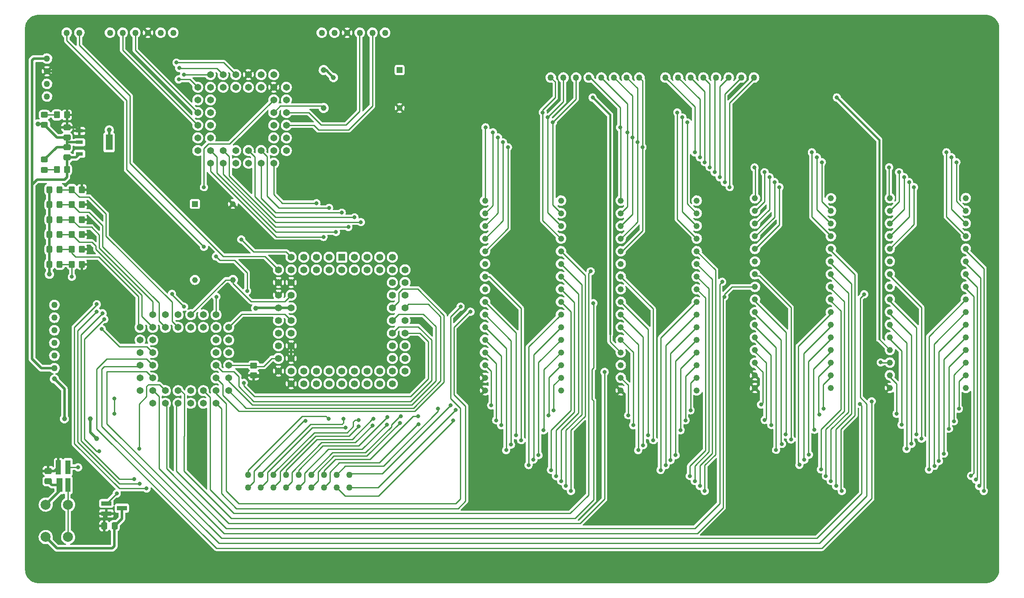
<source format=gbr>
%TF.GenerationSoftware,KiCad,Pcbnew,(6.0.0)*%
%TF.CreationDate,2024-02-18T00:07:20-06:00*%
%TF.ProjectId,MCD,4d43442e-6b69-4636-9164-5f7063625858,rev?*%
%TF.SameCoordinates,Original*%
%TF.FileFunction,Copper,L1,Top*%
%TF.FilePolarity,Positive*%
%FSLAX46Y46*%
G04 Gerber Fmt 4.6, Leading zero omitted, Abs format (unit mm)*
G04 Created by KiCad (PCBNEW (6.0.0)) date 2024-02-18 00:07:20*
%MOMM*%
%LPD*%
G01*
G04 APERTURE LIST*
G04 Aperture macros list*
%AMRoundRect*
0 Rectangle with rounded corners*
0 $1 Rounding radius*
0 $2 $3 $4 $5 $6 $7 $8 $9 X,Y pos of 4 corners*
0 Add a 4 corners polygon primitive as box body*
4,1,4,$2,$3,$4,$5,$6,$7,$8,$9,$2,$3,0*
0 Add four circle primitives for the rounded corners*
1,1,$1+$1,$2,$3*
1,1,$1+$1,$4,$5*
1,1,$1+$1,$6,$7*
1,1,$1+$1,$8,$9*
0 Add four rect primitives between the rounded corners*
20,1,$1+$1,$2,$3,$4,$5,0*
20,1,$1+$1,$4,$5,$6,$7,0*
20,1,$1+$1,$6,$7,$8,$9,0*
20,1,$1+$1,$8,$9,$2,$3,0*%
%AMOutline4P*
0 Free polygon, 4 corners , with rotation*
0 The origin of the aperture is its center*
0 number of corners: always 4*
0 $1 to $8 corner X, Y*
0 $9 Rotation angle, in degrees counterclockwise*
0 create outline with 4 corners*
4,1,4,$1,$2,$3,$4,$5,$6,$7,$8,$1,$2,$9*%
G04 Aperture macros list end*
%TA.AperFunction,ComponentPad*%
%ADD10C,1.270000*%
%TD*%
%TA.AperFunction,SMDPad,CuDef*%
%ADD11R,2.032000X0.878794*%
%TD*%
%TA.AperFunction,SMDPad,CuDef*%
%ADD12R,2.032000X0.878796*%
%TD*%
%TA.AperFunction,SMDPad,CuDef*%
%ADD13R,2.032000X0.965200*%
%TD*%
%TA.AperFunction,SMDPad,CuDef*%
%ADD14RoundRect,0.250000X-0.325000X-0.450000X0.325000X-0.450000X0.325000X0.450000X-0.325000X0.450000X0*%
%TD*%
%TA.AperFunction,ComponentPad*%
%ADD15C,1.244600*%
%TD*%
%TA.AperFunction,SMDPad,CuDef*%
%ADD16RoundRect,0.250000X0.350000X0.450000X-0.350000X0.450000X-0.350000X-0.450000X0.350000X-0.450000X0*%
%TD*%
%TA.AperFunction,SMDPad,CuDef*%
%ADD17RoundRect,0.250000X0.450000X-0.325000X0.450000X0.325000X-0.450000X0.325000X-0.450000X-0.325000X0*%
%TD*%
%TA.AperFunction,SMDPad,CuDef*%
%ADD18R,1.200000X2.800000*%
%TD*%
%TA.AperFunction,SMDPad,CuDef*%
%ADD19R,1.000000X2.800000*%
%TD*%
%TA.AperFunction,SMDPad,CuDef*%
%ADD20Outline4P,-0.500000X-1.400000X0.500000X-1.400000X0.500000X1.400000X-0.500000X1.400000X0.000000*%
%TD*%
%TA.AperFunction,ComponentPad*%
%ADD21C,2.000000*%
%TD*%
%TA.AperFunction,SMDPad,CuDef*%
%ADD22R,1.456400X0.800000*%
%TD*%
%TA.AperFunction,SMDPad,CuDef*%
%ADD23R,1.456400X3.099999*%
%TD*%
%TA.AperFunction,ComponentPad*%
%ADD24C,1.371600*%
%TD*%
%TA.AperFunction,SMDPad,CuDef*%
%ADD25RoundRect,0.250000X0.475000X-0.337500X0.475000X0.337500X-0.475000X0.337500X-0.475000X-0.337500X0*%
%TD*%
%TA.AperFunction,ComponentPad*%
%ADD26R,1.158000X1.158000*%
%TD*%
%TA.AperFunction,ComponentPad*%
%ADD27C,1.158000*%
%TD*%
%TA.AperFunction,SMDPad,CuDef*%
%ADD28RoundRect,0.250000X0.450000X-0.350000X0.450000X0.350000X-0.450000X0.350000X-0.450000X-0.350000X0*%
%TD*%
%TA.AperFunction,SMDPad,CuDef*%
%ADD29RoundRect,0.250000X-0.475000X0.337500X-0.475000X-0.337500X0.475000X-0.337500X0.475000X0.337500X0*%
%TD*%
%TA.AperFunction,SMDPad,CuDef*%
%ADD30RoundRect,0.250000X-0.337500X-0.475000X0.337500X-0.475000X0.337500X0.475000X-0.337500X0.475000X0*%
%TD*%
%TA.AperFunction,SMDPad,CuDef*%
%ADD31RoundRect,0.250000X-0.450000X0.325000X-0.450000X-0.325000X0.450000X-0.325000X0.450000X0.325000X0*%
%TD*%
%TA.AperFunction,ComponentPad*%
%ADD32R,1.400000X1.400000*%
%TD*%
%TA.AperFunction,ComponentPad*%
%ADD33C,1.400000*%
%TD*%
%TA.AperFunction,ViaPad*%
%ADD34C,1.000000*%
%TD*%
%TA.AperFunction,ViaPad*%
%ADD35C,0.800000*%
%TD*%
%TA.AperFunction,Conductor*%
%ADD36C,0.500000*%
%TD*%
%TA.AperFunction,Conductor*%
%ADD37C,0.254000*%
%TD*%
%TA.AperFunction,Conductor*%
%ADD38C,0.381000*%
%TD*%
G04 APERTURE END LIST*
D10*
%TO.P,J8,1,Pin_1*%
%TO.N,GND*%
X130850000Y-75500000D03*
%TO.P,J8,2,Pin_2*%
%TO.N,unconnected-(J8-Pad2)*%
X128310000Y-75500000D03*
%TO.P,J8,3,Pin_3*%
%TO.N,+5V*%
X125770000Y-75500000D03*
%TO.P,J8,4,Pin_4*%
%TO.N,TXDB*%
X123230000Y-75500000D03*
%TO.P,J8,5,Pin_5*%
%TO.N,RXDB*%
X120690000Y-75500000D03*
%TO.P,J8,6,Pin_6*%
%TO.N,unconnected-(J8-Pad6)*%
X118150000Y-75500000D03*
%TD*%
D11*
%TO.P,U10,1,\u002ARST*%
%TO.N,SRESET*%
X117425200Y-169984000D03*
D12*
%TO.P,U10,2,VCC*%
%TO.N,+5V*%
X117425200Y-172016000D03*
D13*
%TO.P,U10,3,VSS*%
%TO.N,GND*%
X120524000Y-170949200D03*
%TD*%
D14*
%TO.P,D5,1,K*%
%TO.N,GND*%
X106000000Y-116000000D03*
%TO.P,D5,2,A*%
%TO.N,LED3*%
X108050000Y-116000000D03*
%TD*%
D15*
%TO.P,U4,1,NC*%
%TO.N,unconnected-(U4-Pad1)*%
X208650000Y-147300000D03*
%TO.P,U4,2,A16*%
%TO.N,A17*%
X208650000Y-144760000D03*
%TO.P,U4,3,A15*%
%TO.N,A16*%
X208650000Y-142220000D03*
%TO.P,U4,4,A12*%
%TO.N,A13*%
X208650000Y-139680000D03*
%TO.P,U4,5,A7*%
%TO.N,A8*%
X208650000Y-137140000D03*
%TO.P,U4,6,A6*%
%TO.N,A7*%
X208650000Y-134600000D03*
%TO.P,U4,7,A5*%
%TO.N,A6*%
X208650000Y-132060000D03*
%TO.P,U4,8,A4*%
%TO.N,A5*%
X208650000Y-129520000D03*
%TO.P,U4,9,A3*%
%TO.N,A4*%
X208650000Y-126980000D03*
%TO.P,U4,10,A2*%
%TO.N,A3*%
X208650000Y-124440000D03*
%TO.P,U4,11,A1*%
%TO.N,A2*%
X208650000Y-121900000D03*
%TO.P,U4,12,A0*%
%TO.N,A1*%
X208650000Y-119360000D03*
%TO.P,U4,13,DQ0*%
%TO.N,D0*%
X208650000Y-116820000D03*
%TO.P,U4,14,DQ1*%
%TO.N,D1*%
X208650000Y-114280000D03*
%TO.P,U4,15,DQ2*%
%TO.N,D2*%
X208650000Y-111740000D03*
%TO.P,U4,16,VSS*%
%TO.N,GND*%
X208650000Y-109200000D03*
%TO.P,U4,17,DQ3*%
%TO.N,D3*%
X193410000Y-109200000D03*
%TO.P,U4,18,DQ4*%
%TO.N,D4*%
X193410000Y-111740000D03*
%TO.P,U4,19,DQ5*%
%TO.N,D5*%
X193410000Y-114280000D03*
%TO.P,U4,20,DQ6*%
%TO.N,D6*%
X193410000Y-116820000D03*
%TO.P,U4,21,DQ7*%
%TO.N,D7*%
X193410000Y-119360000D03*
%TO.P,U4,22,\u002ACE*%
%TO.N,ROMLCE*%
X193410000Y-121900000D03*
%TO.P,U4,23,A10*%
%TO.N,A11*%
X193410000Y-124440000D03*
%TO.P,U4,24,\u002AOE*%
%TO.N,ROMLOE*%
X193410000Y-126980000D03*
%TO.P,U4,25,A11*%
%TO.N,A12*%
X193410000Y-129520000D03*
%TO.P,U4,26,A9*%
%TO.N,A10*%
X193410000Y-132060000D03*
%TO.P,U4,27,A8*%
%TO.N,A9*%
X193410000Y-134600000D03*
%TO.P,U4,28,A13*%
%TO.N,A14*%
X193410000Y-137140000D03*
%TO.P,U4,29,A14*%
%TO.N,A15*%
X193410000Y-139680000D03*
%TO.P,U4,30,A17*%
%TO.N,A18*%
X193410000Y-142220000D03*
%TO.P,U4,31,\u002AWE*%
%TO.N,+5V*%
X193410000Y-144760000D03*
%TO.P,U4,32,VDD*%
X193410000Y-147300000D03*
%TD*%
D16*
%TO.P,R21,1*%
%TO.N,+5V*%
X112500000Y-119000000D03*
%TO.P,R21,2*%
%TO.N,LED4*%
X110500000Y-119000000D03*
%TD*%
D17*
%TO.P,D1,1,K*%
%TO.N,GND*%
X105000000Y-94025000D03*
%TO.P,D1,2,A*%
%TO.N,/5V_LED*%
X105000000Y-91975000D03*
%TD*%
D10*
%TO.P,J4,1,Pin_1*%
%TO.N,+3V3*%
X105500000Y-80690000D03*
%TO.P,J4,2,Pin_2*%
%TO.N,+5V*%
X105500000Y-83230000D03*
%TO.P,J4,3,Pin_3*%
%TO.N,GND*%
X105500000Y-85770000D03*
%TO.P,J4,4,Pin_4*%
X105500000Y-88310000D03*
%TD*%
D18*
%TO.P,U8,1,GND*%
%TO.N,GND*%
X107980000Y-166300000D03*
D19*
%TO.P,U8,2,IN*%
%TO.N,/SW_IN*%
X109700000Y-166300000D03*
%TO.P,U8,3,OUT*%
%TO.N,BRESET*%
X109700000Y-162700000D03*
D20*
%TO.P,U8,4,VCC*%
%TO.N,+5V*%
X107800000Y-162700000D03*
%TD*%
D15*
%TO.P,U3,1,NC*%
%TO.N,unconnected-(U3-Pad1)*%
X289890000Y-146800000D03*
%TO.P,U3,2,A16*%
%TO.N,A17*%
X289890000Y-144260000D03*
%TO.P,U3,3,A14*%
%TO.N,A15*%
X289890000Y-141720000D03*
%TO.P,U3,4,A12*%
%TO.N,A13*%
X289890000Y-139180000D03*
%TO.P,U3,5,A7*%
%TO.N,A8*%
X289890000Y-136640000D03*
%TO.P,U3,6,A6*%
%TO.N,A7*%
X289890000Y-134100000D03*
%TO.P,U3,7,A5*%
%TO.N,A6*%
X289890000Y-131560000D03*
%TO.P,U3,8,A4*%
%TO.N,A5*%
X289890000Y-129020000D03*
%TO.P,U3,9,A3*%
%TO.N,A4*%
X289890000Y-126480000D03*
%TO.P,U3,10,A2*%
%TO.N,A3*%
X289890000Y-123940000D03*
%TO.P,U3,11,A1*%
%TO.N,A2*%
X289890000Y-121400000D03*
%TO.P,U3,12,A0*%
%TO.N,A1*%
X289890000Y-118860000D03*
%TO.P,U3,13,DQ0*%
%TO.N,D8*%
X289890000Y-116320000D03*
%TO.P,U3,14,DQ1*%
%TO.N,D9*%
X289890000Y-113780000D03*
%TO.P,U3,15,DQ2*%
%TO.N,D10*%
X289890000Y-111240000D03*
%TO.P,U3,16,VSS*%
%TO.N,GND*%
X289890000Y-108700000D03*
%TO.P,U3,17,DQ3*%
%TO.N,D11*%
X274650000Y-108700000D03*
%TO.P,U3,18,DQ4*%
%TO.N,D12*%
X274650000Y-111240000D03*
%TO.P,U3,19,DQ5*%
%TO.N,D13*%
X274650000Y-113780000D03*
%TO.P,U3,20,DQ6*%
%TO.N,D14*%
X274650000Y-116320000D03*
%TO.P,U3,21,DQ7*%
%TO.N,D15*%
X274650000Y-118860000D03*
%TO.P,U3,22,~{CE}*%
%TO.N,RAMHCE*%
X274650000Y-121400000D03*
%TO.P,U3,23,A10*%
%TO.N,A11*%
X274650000Y-123940000D03*
%TO.P,U3,24,~{OE}*%
%TO.N,RAMHOE*%
X274650000Y-126480000D03*
%TO.P,U3,25,A11*%
%TO.N,A12*%
X274650000Y-129020000D03*
%TO.P,U3,26,A9*%
%TO.N,A10*%
X274650000Y-131560000D03*
%TO.P,U3,27,A8*%
%TO.N,A9*%
X274650000Y-134100000D03*
%TO.P,U3,28,A13*%
%TO.N,A14*%
X274650000Y-136640000D03*
%TO.P,U3,29,~{WE}*%
%TO.N,R{slash}W*%
X274650000Y-139180000D03*
%TO.P,U3,30,CE2*%
%TO.N,RAMHCE2*%
X274650000Y-141720000D03*
%TO.P,U3,31,A15*%
%TO.N,A16*%
X274650000Y-144260000D03*
%TO.P,U3,32,VCC*%
%TO.N,+5V*%
X274650000Y-146800000D03*
%TD*%
D21*
%TO.P,SW1,1,1*%
%TO.N,GND*%
X105250000Y-170250000D03*
X105250000Y-176750000D03*
%TO.P,SW1,2,2*%
%TO.N,/SW_IN*%
X109750000Y-176750000D03*
X109750000Y-170250000D03*
%TD*%
D10*
%TO.P,J5,1,Pin_1*%
%TO.N,+3V3*%
X107000000Y-142850000D03*
%TO.P,J5,2,Pin_2*%
%TO.N,GND*%
X107000000Y-140310000D03*
%TO.P,J5,3,Pin_3*%
%TO.N,TCK*%
X107000000Y-137770000D03*
%TO.P,J5,4,Pin_4*%
%TO.N,TDO*%
X107000000Y-135230000D03*
%TO.P,J5,5,Pin_5*%
%TO.N,TDI*%
X107000000Y-132690000D03*
%TO.P,J5,6,Pin_6*%
%TO.N,TMS*%
X107000000Y-130150000D03*
%TD*%
D15*
%TO.P,U5,1,NC*%
%TO.N,unconnected-(U5-Pad1)*%
X262820000Y-146840000D03*
%TO.P,U5,2,A16*%
%TO.N,A17*%
X262820000Y-144300000D03*
%TO.P,U5,3,A15*%
%TO.N,A16*%
X262820000Y-141760000D03*
%TO.P,U5,4,A12*%
%TO.N,A13*%
X262820000Y-139220000D03*
%TO.P,U5,5,A7*%
%TO.N,A8*%
X262820000Y-136680000D03*
%TO.P,U5,6,A6*%
%TO.N,A7*%
X262820000Y-134140000D03*
%TO.P,U5,7,A5*%
%TO.N,A6*%
X262820000Y-131600000D03*
%TO.P,U5,8,A4*%
%TO.N,A5*%
X262820000Y-129060000D03*
%TO.P,U5,9,A3*%
%TO.N,A4*%
X262820000Y-126520000D03*
%TO.P,U5,10,A2*%
%TO.N,A3*%
X262820000Y-123980000D03*
%TO.P,U5,11,A1*%
%TO.N,A2*%
X262820000Y-121440000D03*
%TO.P,U5,12,A0*%
%TO.N,A1*%
X262820000Y-118900000D03*
%TO.P,U5,13,DQ0*%
%TO.N,D8*%
X262820000Y-116360000D03*
%TO.P,U5,14,DQ1*%
%TO.N,D9*%
X262820000Y-113820000D03*
%TO.P,U5,15,DQ2*%
%TO.N,D10*%
X262820000Y-111280000D03*
%TO.P,U5,16,VSS*%
%TO.N,GND*%
X262820000Y-108740000D03*
%TO.P,U5,17,DQ3*%
%TO.N,D11*%
X247580000Y-108740000D03*
%TO.P,U5,18,DQ4*%
%TO.N,D12*%
X247580000Y-111280000D03*
%TO.P,U5,19,DQ5*%
%TO.N,D13*%
X247580000Y-113820000D03*
%TO.P,U5,20,DQ6*%
%TO.N,D14*%
X247580000Y-116360000D03*
%TO.P,U5,21,DQ7*%
%TO.N,D15*%
X247580000Y-118900000D03*
%TO.P,U5,22,\u002ACE*%
%TO.N,ROMHCE*%
X247580000Y-121440000D03*
%TO.P,U5,23,A10*%
%TO.N,A11*%
X247580000Y-123980000D03*
%TO.P,U5,24,\u002AOE*%
%TO.N,ROMHOE*%
X247580000Y-126520000D03*
%TO.P,U5,25,A11*%
%TO.N,A12*%
X247580000Y-129060000D03*
%TO.P,U5,26,A9*%
%TO.N,A10*%
X247580000Y-131600000D03*
%TO.P,U5,27,A8*%
%TO.N,A9*%
X247580000Y-134140000D03*
%TO.P,U5,28,A13*%
%TO.N,A14*%
X247580000Y-136680000D03*
%TO.P,U5,29,A14*%
%TO.N,A15*%
X247580000Y-139220000D03*
%TO.P,U5,30,A17*%
%TO.N,A18*%
X247580000Y-141760000D03*
%TO.P,U5,31,\u002AWE*%
%TO.N,+5V*%
X247580000Y-144300000D03*
%TO.P,U5,32,VDD*%
X247580000Y-146840000D03*
%TD*%
%TO.P,U2,1,NC*%
%TO.N,unconnected-(U2-Pad1)*%
X235890000Y-147300000D03*
%TO.P,U2,2,A16*%
%TO.N,A17*%
X235890000Y-144760000D03*
%TO.P,U2,3,A14*%
%TO.N,A15*%
X235890000Y-142220000D03*
%TO.P,U2,4,A12*%
%TO.N,A13*%
X235890000Y-139680000D03*
%TO.P,U2,5,A7*%
%TO.N,A8*%
X235890000Y-137140000D03*
%TO.P,U2,6,A6*%
%TO.N,A7*%
X235890000Y-134600000D03*
%TO.P,U2,7,A5*%
%TO.N,A6*%
X235890000Y-132060000D03*
%TO.P,U2,8,A4*%
%TO.N,A5*%
X235890000Y-129520000D03*
%TO.P,U2,9,A3*%
%TO.N,A4*%
X235890000Y-126980000D03*
%TO.P,U2,10,A2*%
%TO.N,A3*%
X235890000Y-124440000D03*
%TO.P,U2,11,A1*%
%TO.N,A2*%
X235890000Y-121900000D03*
%TO.P,U2,12,A0*%
%TO.N,A1*%
X235890000Y-119360000D03*
%TO.P,U2,13,DQ0*%
%TO.N,D0*%
X235890000Y-116820000D03*
%TO.P,U2,14,DQ1*%
%TO.N,D1*%
X235890000Y-114280000D03*
%TO.P,U2,15,DQ2*%
%TO.N,D2*%
X235890000Y-111740000D03*
%TO.P,U2,16,VSS*%
%TO.N,GND*%
X235890000Y-109200000D03*
%TO.P,U2,17,DQ3*%
%TO.N,D3*%
X220650000Y-109200000D03*
%TO.P,U2,18,DQ4*%
%TO.N,D4*%
X220650000Y-111740000D03*
%TO.P,U2,19,DQ5*%
%TO.N,D5*%
X220650000Y-114280000D03*
%TO.P,U2,20,DQ6*%
%TO.N,D6*%
X220650000Y-116820000D03*
%TO.P,U2,21,DQ7*%
%TO.N,D7*%
X220650000Y-119360000D03*
%TO.P,U2,22,~{CE}*%
%TO.N,RAMLCE*%
X220650000Y-121900000D03*
%TO.P,U2,23,A10*%
%TO.N,A11*%
X220650000Y-124440000D03*
%TO.P,U2,24,~{OE}*%
%TO.N,RAMLOE*%
X220650000Y-126980000D03*
%TO.P,U2,25,A11*%
%TO.N,A12*%
X220650000Y-129520000D03*
%TO.P,U2,26,A9*%
%TO.N,A10*%
X220650000Y-132060000D03*
%TO.P,U2,27,A8*%
%TO.N,A9*%
X220650000Y-134600000D03*
%TO.P,U2,28,A13*%
%TO.N,A14*%
X220650000Y-137140000D03*
%TO.P,U2,29,~{WE}*%
%TO.N,R{slash}W*%
X220650000Y-139680000D03*
%TO.P,U2,30,CE2*%
%TO.N,RAMLCE2*%
X220650000Y-142220000D03*
%TO.P,U2,31,A15*%
%TO.N,A16*%
X220650000Y-144760000D03*
%TO.P,U2,32,VCC*%
%TO.N,+5V*%
X220650000Y-147300000D03*
%TD*%
D14*
%TO.P,D4,1,K*%
%TO.N,GND*%
X106000000Y-113000000D03*
%TO.P,D4,2,A*%
%TO.N,LED2*%
X108050000Y-113000000D03*
%TD*%
D16*
%TO.P,R23,1*%
%TO.N,+3V3*%
X109500000Y-103000000D03*
%TO.P,R23,2*%
%TO.N,/3V3_LED*%
X107500000Y-103000000D03*
%TD*%
D22*
%TO.P,U7,1,VIN*%
%TO.N,+5V*%
X112025800Y-95200000D03*
%TO.P,U7,2,GND*%
%TO.N,GND*%
X112025800Y-97500000D03*
%TO.P,U7,3,VOUT*%
%TO.N,+3V3*%
X112025800Y-99800000D03*
D23*
%TO.P,U7,4,EPAD*%
%TO.N,GND*%
X117974200Y-97500000D03*
%TD*%
D24*
%TO.P,U6,1,NC*%
%TO.N,unconnected-(U6-Pad1)*%
X145920000Y-86450000D03*
%TO.P,U6,2,A1*%
%TO.N,A1*%
X143380000Y-83910000D03*
%TO.P,U6,3,IP3*%
%TO.N,unconnected-(U6-Pad3)*%
X143380000Y-86450000D03*
%TO.P,U6,4,A2*%
%TO.N,A2*%
X140840000Y-83910000D03*
%TO.P,U6,5,IP1*%
%TO.N,unconnected-(U6-Pad5)*%
X140840000Y-86450000D03*
%TO.P,U6,6,A3*%
%TO.N,A3*%
X138300000Y-83910000D03*
%TO.P,U6,7,A4*%
%TO.N,A4*%
X135760000Y-86450000D03*
%TO.P,U6,8,IP0*%
%TO.N,unconnected-(U6-Pad8)*%
X138300000Y-86450000D03*
%TO.P,U6,9,\u002AR/\u002AW*%
%TO.N,R{slash}W*%
X135760000Y-88990000D03*
%TO.P,U6,10,\u002ADTAK*%
%TO.N,DUART_DTACK*%
X138300000Y-88990000D03*
%TO.P,U6,11,RXDB*%
%TO.N,TXDB*%
X135760000Y-91530000D03*
%TO.P,U6,12,NC*%
%TO.N,unconnected-(U6-Pad12)*%
X138300000Y-91530000D03*
%TO.P,U6,13,TXDB*%
%TO.N,RXDB*%
X135760000Y-94070000D03*
%TO.P,U6,14,OP1*%
%TO.N,unconnected-(U6-Pad14)*%
X138300000Y-94070000D03*
%TO.P,U6,15,OP3*%
%TO.N,unconnected-(U6-Pad15)*%
X135760000Y-96610000D03*
%TO.P,U6,16,OP5*%
%TO.N,unconnected-(U6-Pad16)*%
X138300000Y-96610000D03*
%TO.P,U6,17,OP7*%
%TO.N,unconnected-(U6-Pad17)*%
X135760000Y-99150000D03*
%TO.P,U6,18,D1*%
%TO.N,D1*%
X138300000Y-101690000D03*
%TO.P,U6,19,D3*%
%TO.N,D3*%
X138300000Y-99150000D03*
%TO.P,U6,20,D5*%
%TO.N,D5*%
X140840000Y-101690000D03*
%TO.P,U6,21,D7*%
%TO.N,D7*%
X140840000Y-99150000D03*
%TO.P,U6,22,GND*%
%TO.N,GND*%
X143380000Y-101690000D03*
%TO.P,U6,23,NC*%
%TO.N,unconnected-(U6-Pad23)*%
X143380000Y-99150000D03*
%TO.P,U6,24,INTR*%
%TO.N,unconnected-(U6-Pad24)*%
X145920000Y-101690000D03*
%TO.P,U6,25,D6*%
%TO.N,D6*%
X145920000Y-99150000D03*
%TO.P,U6,26,D4*%
%TO.N,D4*%
X148460000Y-101690000D03*
%TO.P,U6,27,D2*%
%TO.N,D2*%
X148460000Y-99150000D03*
%TO.P,U6,28,D0*%
%TO.N,D0*%
X151000000Y-101690000D03*
%TO.P,U6,29,OP6*%
%TO.N,unconnected-(U6-Pad29)*%
X153540000Y-99150000D03*
%TO.P,U6,30,OP4*%
%TO.N,unconnected-(U6-Pad30)*%
X151000000Y-99150000D03*
%TO.P,U6,31,OP2*%
%TO.N,unconnected-(U6-Pad31)*%
X153540000Y-96610000D03*
%TO.P,U6,32,OP0*%
%TO.N,unconnected-(U6-Pad32)*%
X151000000Y-96610000D03*
%TO.P,U6,33,TXDA*%
%TO.N,RXDA*%
X153540000Y-94070000D03*
%TO.P,U6,34,NC*%
%TO.N,unconnected-(U6-Pad34)*%
X151000000Y-94070000D03*
%TO.P,U6,35,RXDA*%
%TO.N,TXDA*%
X153540000Y-91530000D03*
%TO.P,U6,36,X1/CLK*%
%TO.N,/DUART_CLK*%
X151000000Y-91530000D03*
%TO.P,U6,37,X2*%
%TO.N,unconnected-(U6-Pad37)*%
X153540000Y-88990000D03*
%TO.P,U6,38,\u002ARESET*%
%TO.N,RESET*%
X151000000Y-88990000D03*
%TO.P,U6,39,CS*%
%TO.N,DUARTCS*%
X153540000Y-86450000D03*
%TO.P,U6,40,IP2*%
%TO.N,unconnected-(U6-Pad40)*%
X151000000Y-83910000D03*
%TO.P,U6,41,\u002AIACK*%
%TO.N,+5V*%
X151000000Y-86450000D03*
%TO.P,U6,42,IP5*%
%TO.N,unconnected-(U6-Pad42)*%
X148460000Y-83910000D03*
%TO.P,U6,43,IP4*%
%TO.N,unconnected-(U6-Pad43)*%
X148460000Y-86450000D03*
%TO.P,U6,44,VCC*%
%TO.N,+5V*%
X145920000Y-83910000D03*
%TD*%
D14*
%TO.P,D7,1,K*%
%TO.N,GND*%
X106000000Y-122000000D03*
%TO.P,D7,2,A*%
%TO.N,LED5*%
X108050000Y-122000000D03*
%TD*%
D10*
%TO.P,J3,1,Pin_1*%
%TO.N,A1*%
X145840000Y-166770000D03*
%TO.P,J3,2,Pin_2*%
%TO.N,A2*%
X145840000Y-164230000D03*
%TO.P,J3,3,Pin_3*%
%TO.N,A3*%
X148380000Y-166770000D03*
%TO.P,J3,4,Pin_4*%
%TO.N,A4*%
X148380000Y-164230000D03*
%TO.P,J3,5,Pin_5*%
%TO.N,A5*%
X150920000Y-166770000D03*
%TO.P,J3,6,Pin_6*%
%TO.N,A6*%
X150920000Y-164230000D03*
%TO.P,J3,7,Pin_7*%
%TO.N,A7*%
X153460000Y-166770000D03*
%TO.P,J3,8,Pin_8*%
%TO.N,A8*%
X153460000Y-164230000D03*
%TO.P,J3,9,Pin_9*%
%TO.N,A9*%
X156000000Y-166770000D03*
%TO.P,J3,10,Pin_10*%
%TO.N,A10*%
X156000000Y-164230000D03*
%TO.P,J3,11,Pin_11*%
%TO.N,A11*%
X158540000Y-166770000D03*
%TO.P,J3,12,Pin_12*%
%TO.N,A12*%
X158540000Y-164230000D03*
%TO.P,J3,13,Pin_13*%
%TO.N,A13*%
X161080000Y-166770000D03*
%TO.P,J3,14,Pin_14*%
%TO.N,A14*%
X161080000Y-164230000D03*
%TO.P,J3,15,Pin_15*%
%TO.N,A15*%
X163620000Y-166770000D03*
%TO.P,J3,16,Pin_16*%
%TO.N,A16*%
X163620000Y-164230000D03*
%TO.P,J3,17,Pin_17*%
%TO.N,A17*%
X166160000Y-166770000D03*
%TO.P,J3,18,Pin_18*%
%TO.N,A18*%
X166160000Y-164230000D03*
%TD*%
D25*
%TO.P,C19,1*%
%TO.N,+3V3*%
X109500000Y-100537500D03*
%TO.P,C19,2*%
%TO.N,GND*%
X109500000Y-98462500D03*
%TD*%
D26*
%TO.P,Y1,1*%
%TO.N,N/C*%
X176270000Y-82990000D03*
D27*
%TO.P,Y1,7,CASE_GND*%
%TO.N,GND*%
X161030000Y-82990000D03*
%TO.P,Y1,8,OUTPUT*%
%TO.N,/DUART_CLK*%
X161030000Y-90610000D03*
%TO.P,Y1,14,+VDC*%
%TO.N,+5V*%
X176270000Y-90610000D03*
%TD*%
D28*
%TO.P,R2,1*%
%TO.N,+5V*%
X147000000Y-144300000D03*
%TO.P,R2,2*%
%TO.N,BERR*%
X147000000Y-142300000D03*
%TD*%
D14*
%TO.P,D2,1,K*%
%TO.N,GND*%
X105975000Y-107000000D03*
%TO.P,D2,2,A*%
%TO.N,LED0*%
X108025000Y-107000000D03*
%TD*%
D10*
%TO.P,J1,1,Pin_1*%
%TO.N,D0*%
X206610000Y-84500000D03*
%TO.P,J1,2,Pin_2*%
%TO.N,D1*%
X209150000Y-84500000D03*
%TO.P,J1,3,Pin_3*%
%TO.N,D2*%
X211690000Y-84500000D03*
%TO.P,J1,4,Pin_4*%
%TO.N,D3*%
X214230000Y-84500000D03*
%TO.P,J1,5,Pin_5*%
%TO.N,D4*%
X216770000Y-84500000D03*
%TO.P,J1,6,Pin_6*%
%TO.N,D5*%
X219310000Y-84500000D03*
%TO.P,J1,7,Pin_7*%
%TO.N,D6*%
X221850000Y-84500000D03*
%TO.P,J1,8,Pin_8*%
%TO.N,D7*%
X224390000Y-84500000D03*
%TD*%
D16*
%TO.P,R22,1*%
%TO.N,+5V*%
X112500000Y-122000000D03*
%TO.P,R22,2*%
%TO.N,LED5*%
X110500000Y-122000000D03*
%TD*%
%TO.P,R18,1*%
%TO.N,+5V*%
X112500000Y-110000000D03*
%TO.P,R18,2*%
%TO.N,LED1*%
X110500000Y-110000000D03*
%TD*%
D29*
%TO.P,C21,1*%
%TO.N,+5V*%
X105750000Y-163462500D03*
%TO.P,C21,2*%
%TO.N,GND*%
X105750000Y-165537500D03*
%TD*%
D16*
%TO.P,R17,1*%
%TO.N,+5V*%
X112475000Y-107000000D03*
%TO.P,R17,2*%
%TO.N,LED0*%
X110475000Y-107000000D03*
%TD*%
%TO.P,R19,1*%
%TO.N,+5V*%
X112500000Y-113000000D03*
%TO.P,R19,2*%
%TO.N,LED2*%
X110500000Y-113000000D03*
%TD*%
%TO.P,R20,1*%
%TO.N,+5V*%
X112500000Y-116000000D03*
%TO.P,R20,2*%
%TO.N,LED3*%
X110500000Y-116000000D03*
%TD*%
D24*
%TO.P,U1,1,I/O/GCK3*%
%TO.N,DUARTCS*%
X134355510Y-134650000D03*
%TO.P,U1,2,I/O_1*%
%TO.N,DUART_DTACK*%
X131815510Y-132110000D03*
%TO.P,U1,3,I/O_2*%
%TO.N,LED0*%
X131815510Y-134650000D03*
%TO.P,U1,4,GND_1*%
%TO.N,GND*%
X129275510Y-132110000D03*
%TO.P,U1,5,I/O_3*%
%TO.N,LED1*%
X129275510Y-134650000D03*
%TO.P,U1,6,I/O_4*%
%TO.N,LED2*%
X126735510Y-132110000D03*
%TO.P,U1,7,I/O_5*%
%TO.N,LED4*%
X124195510Y-134650000D03*
%TO.P,U1,8,I/O_6*%
%TO.N,LED3*%
X126735510Y-134650000D03*
%TO.P,U1,9,TDI*%
%TO.N,TDI*%
X124195510Y-137190000D03*
%TO.P,U1,10,TMS*%
%TO.N,TMS*%
X126735510Y-137190000D03*
%TO.P,U1,11,TCK*%
%TO.N,TCK*%
X124195510Y-139730000D03*
%TO.P,U1,12,I/O_7*%
%TO.N,LED5*%
X126735510Y-139730000D03*
%TO.P,U1,13,I/O_8*%
%TO.N,RAMHOE*%
X124195510Y-142270000D03*
%TO.P,U1,14,I/O_9*%
%TO.N,RAMHCE2*%
X126735510Y-142270000D03*
%TO.P,U1,15,VCCINT_3.3V_1*%
%TO.N,+3V3*%
X124195510Y-144810000D03*
%TO.P,U1,16,I/O_10*%
%TO.N,RAMHCE*%
X126735510Y-144810000D03*
%TO.P,U1,17,GND_2*%
%TO.N,GND*%
X124195510Y-147350000D03*
%TO.P,U1,18,I/O_11*%
%TO.N,BRESET*%
X126735510Y-149890000D03*
%TO.P,U1,19,I/O_12*%
%TO.N,ROMHOE*%
X126735510Y-147350000D03*
%TO.P,U1,20,I/O_13*%
%TO.N,ROMHCE*%
X129275510Y-149890000D03*
%TO.P,U1,21,I/O_14*%
%TO.N,SRESET*%
X129275510Y-147350000D03*
%TO.P,U1,22,I/O_15*%
%TO.N,RAMLCE2*%
X131815510Y-149890000D03*
%TO.P,U1,23,I/O_16*%
%TO.N,RAMLOE*%
X131815510Y-147350000D03*
%TO.P,U1,24,TDO*%
%TO.N,TDO*%
X134355510Y-149890000D03*
%TO.P,U1,25,GND_3*%
%TO.N,GND*%
X134355510Y-147350000D03*
%TO.P,U1,26,VCCIO_2.5V/3.3V*%
%TO.N,+3V3*%
X136895510Y-149890000D03*
%TO.P,U1,27,I/O_17*%
%TO.N,RAMLCE*%
X136895510Y-147350000D03*
%TO.P,U1,28,I/O_18*%
%TO.N,ROMLOE*%
X139435510Y-149890000D03*
%TO.P,U1,29,I/O_19*%
%TO.N,A22*%
X141975510Y-147350000D03*
%TO.P,U1,30,I/O_20*%
%TO.N,ROMLCE*%
X139435510Y-147350000D03*
%TO.P,U1,31,I/O_21*%
%TO.N,A21*%
X141975510Y-144810000D03*
%TO.P,U1,32,I/O_22*%
%TO.N,A23*%
X139435510Y-144810000D03*
%TO.P,U1,33,I/O/GSR*%
%TO.N,BERR*%
X141975510Y-142270000D03*
%TO.P,U1,34,I/O/GTS2*%
%TO.N,A20*%
X139435510Y-142270000D03*
%TO.P,U1,35,VCCINT_3.3V_2*%
%TO.N,+3V3*%
X141975510Y-139730000D03*
%TO.P,U1,36,I/O/GTS1*%
%TO.N,A19*%
X139435510Y-139730000D03*
%TO.P,U1,37,I/O_23*%
%TO.N,RESET*%
X141975510Y-137190000D03*
%TO.P,U1,38,I/O_24*%
%TO.N,CPLD_DTACK*%
X139435510Y-137190000D03*
%TO.P,U1,39,I/O_25*%
%TO.N,HALT*%
X141975510Y-134650000D03*
%TO.P,U1,40,I/O_26*%
%TO.N,UDS*%
X139435510Y-132110000D03*
%TO.P,U1,41,I/O_27*%
%TO.N,LDS*%
X139435510Y-134650000D03*
%TO.P,U1,42,I/O_28*%
%TO.N,AS*%
X136895510Y-132110000D03*
%TO.P,U1,43,I/O/GCK1*%
%TO.N,unconnected-(U1-Pad43)*%
X136895510Y-134650000D03*
%TO.P,U1,44,I/O/GCK2*%
%TO.N,CLK*%
X134355510Y-132110000D03*
%TD*%
D26*
%TO.P,Y2,1*%
%TO.N,N/C*%
X135190000Y-109880000D03*
D27*
%TO.P,Y2,7,CASE_GND*%
%TO.N,GND*%
X135190000Y-125120000D03*
%TO.P,Y2,8,OUTPUT*%
%TO.N,CLK*%
X142810000Y-125120000D03*
%TO.P,Y2,14,+VDC*%
%TO.N,+5V*%
X142810000Y-109880000D03*
%TD*%
D10*
%TO.P,J6,1,Pin_1*%
%TO.N,AS*%
X109460000Y-75500000D03*
%TO.P,J6,2,Pin_2*%
%TO.N,CPLD_DTACK*%
X112000000Y-75500000D03*
%TD*%
D29*
%TO.P,C18,1*%
%TO.N,+5V*%
X109500000Y-94462500D03*
%TO.P,C18,2*%
%TO.N,GND*%
X109500000Y-96537500D03*
%TD*%
D10*
%TO.P,J2,1,Pin_1*%
%TO.N,D8*%
X229610000Y-84500000D03*
%TO.P,J2,2,Pin_2*%
%TO.N,D9*%
X232150000Y-84500000D03*
%TO.P,J2,3,Pin_3*%
%TO.N,D10*%
X234690000Y-84500000D03*
%TO.P,J2,4,Pin_4*%
%TO.N,D11*%
X237230000Y-84500000D03*
%TO.P,J2,5,Pin_5*%
%TO.N,D12*%
X239770000Y-84500000D03*
%TO.P,J2,6,Pin_6*%
%TO.N,D13*%
X242310000Y-84500000D03*
%TO.P,J2,7,Pin_7*%
%TO.N,D14*%
X244850000Y-84500000D03*
%TO.P,J2,8,Pin_8*%
%TO.N,D15*%
X247390000Y-84500000D03*
%TD*%
D30*
%TO.P,C20,1*%
%TO.N,+5V*%
X117000000Y-174500000D03*
%TO.P,C20,2*%
%TO.N,GND*%
X119075000Y-174500000D03*
%TD*%
D14*
%TO.P,D3,1,K*%
%TO.N,GND*%
X106000000Y-110000000D03*
%TO.P,D3,2,A*%
%TO.N,LED1*%
X108050000Y-110000000D03*
%TD*%
D31*
%TO.P,D8,1,K*%
%TO.N,GND*%
X105000000Y-100975000D03*
%TO.P,D8,2,A*%
%TO.N,/3V3_LED*%
X105000000Y-103025000D03*
%TD*%
D16*
%TO.P,R16,1*%
%TO.N,+5V*%
X109500000Y-92000000D03*
%TO.P,R16,2*%
%TO.N,/5V_LED*%
X107500000Y-92000000D03*
%TD*%
D32*
%TO.P,U9,1,D4*%
%TO.N,D4*%
X164650510Y-120560000D03*
D33*
%TO.P,U9,2,D3*%
%TO.N,D3*%
X164650510Y-123100000D03*
%TO.P,U9,3,D2*%
%TO.N,D2*%
X162110510Y-120560000D03*
%TO.P,U9,4,D1*%
%TO.N,D1*%
X162110510Y-123100000D03*
%TO.P,U9,5,D0*%
%TO.N,D0*%
X159570510Y-120560000D03*
%TO.P,U9,6,AS*%
%TO.N,AS*%
X159570510Y-123100000D03*
%TO.P,U9,7,UDS*%
%TO.N,UDS*%
X157030510Y-120560000D03*
%TO.P,U9,8,LDS*%
%TO.N,LDS*%
X157030510Y-123100000D03*
%TO.P,U9,9,R/W*%
%TO.N,R{slash}W*%
X154490510Y-120560000D03*
%TO.P,U9,10,DTACK*%
%TO.N,CPLD_DTACK*%
X151950510Y-123100000D03*
%TO.P,U9,11,BG*%
%TO.N,unconnected-(U9-Pad11)*%
X154490510Y-123100000D03*
%TO.P,U9,12,BGACK*%
%TO.N,+5V*%
X151950510Y-125640000D03*
%TO.P,U9,13,BR*%
X154490510Y-125640000D03*
%TO.P,U9,14,VCC*%
X151950510Y-128180000D03*
%TO.P,U9,15,CLK*%
%TO.N,CLK*%
X154490510Y-128180000D03*
%TO.P,U9,16,GND*%
%TO.N,GND*%
X151950510Y-130720000D03*
%TO.P,U9,17,GND*%
X154490510Y-130720000D03*
%TO.P,U9,18,NC*%
%TO.N,unconnected-(U9-Pad18)*%
X151950510Y-133260000D03*
%TO.P,U9,19,HALT*%
%TO.N,HALT*%
X154490510Y-133260000D03*
%TO.P,U9,20,RESET*%
%TO.N,RESET*%
X151950510Y-135800000D03*
%TO.P,U9,21,VMA*%
%TO.N,unconnected-(U9-Pad21)*%
X154490510Y-135800000D03*
%TO.P,U9,22,E*%
%TO.N,unconnected-(U9-Pad22)*%
X151950510Y-138340000D03*
%TO.P,U9,23,VPA*%
%TO.N,+5V*%
X154490510Y-138340000D03*
%TO.P,U9,24,BERR*%
%TO.N,BERR*%
X151950510Y-140880000D03*
%TO.P,U9,25,IPL2*%
%TO.N,+5V*%
X154490510Y-140880000D03*
%TO.P,U9,26,IPL1*%
X151950510Y-143420000D03*
%TO.P,U9,27,IPL0*%
X154490510Y-145960000D03*
%TO.P,U9,28,FC2*%
%TO.N,unconnected-(U9-Pad28)*%
X154490510Y-143420000D03*
%TO.P,U9,29,FC1*%
%TO.N,unconnected-(U9-Pad29)*%
X157030510Y-145960000D03*
%TO.P,U9,30,FC0*%
%TO.N,unconnected-(U9-Pad30)*%
X157030510Y-143420000D03*
%TO.P,U9,31,NC*%
%TO.N,unconnected-(U9-Pad31)*%
X159570510Y-145960000D03*
%TO.P,U9,32,A1*%
%TO.N,A1*%
X159570510Y-143420000D03*
%TO.P,U9,33,A2*%
%TO.N,A2*%
X162110510Y-145960000D03*
%TO.P,U9,34,A3*%
%TO.N,A3*%
X162110510Y-143420000D03*
%TO.P,U9,35,A4*%
%TO.N,A4*%
X164650510Y-145960000D03*
%TO.P,U9,36,A5*%
%TO.N,A5*%
X164650510Y-143420000D03*
%TO.P,U9,37,A6*%
%TO.N,A6*%
X167190510Y-145960000D03*
%TO.P,U9,38,A7*%
%TO.N,A7*%
X167190510Y-143420000D03*
%TO.P,U9,39,A8*%
%TO.N,A8*%
X169730510Y-145960000D03*
%TO.P,U9,40,A9*%
%TO.N,A9*%
X169730510Y-143420000D03*
%TO.P,U9,41,A10*%
%TO.N,A10*%
X172270510Y-145960000D03*
%TO.P,U9,42,A11*%
%TO.N,A11*%
X172270510Y-143420000D03*
%TO.P,U9,43,A12*%
%TO.N,A12*%
X174810510Y-145960000D03*
%TO.P,U9,44,A13*%
%TO.N,A13*%
X177350510Y-143420000D03*
%TO.P,U9,45,A14*%
%TO.N,A14*%
X174810510Y-143420000D03*
%TO.P,U9,46,A15*%
%TO.N,A15*%
X177350510Y-140880000D03*
%TO.P,U9,47,A16*%
%TO.N,A16*%
X174810510Y-140880000D03*
%TO.P,U9,48,A17*%
%TO.N,A17*%
X177350510Y-138340000D03*
%TO.P,U9,49,A18*%
%TO.N,A18*%
X174810510Y-138340000D03*
%TO.P,U9,50,A19*%
%TO.N,A19*%
X177350510Y-135800000D03*
%TO.P,U9,51,A20*%
%TO.N,A20*%
X174810510Y-135800000D03*
%TO.P,U9,52,VCC*%
%TO.N,+5V*%
X177350510Y-133260000D03*
%TO.P,U9,53,A21*%
%TO.N,A21*%
X174810510Y-133260000D03*
%TO.P,U9,54,A22*%
%TO.N,A22*%
X177350510Y-130720000D03*
%TO.P,U9,55,A23*%
%TO.N,A23*%
X174810510Y-130720000D03*
%TO.P,U9,56,GND*%
%TO.N,GND*%
X177350510Y-128180000D03*
%TO.P,U9,57,GND*%
X174810510Y-128180000D03*
%TO.P,U9,58,D15*%
%TO.N,D15*%
X177350510Y-125640000D03*
%TO.P,U9,59,D14*%
%TO.N,D14*%
X174810510Y-125640000D03*
%TO.P,U9,60,D13*%
%TO.N,D13*%
X177350510Y-123100000D03*
%TO.P,U9,61,D12*%
%TO.N,D12*%
X174810510Y-120560000D03*
%TO.P,U9,62,D11*%
%TO.N,D11*%
X174810510Y-123100000D03*
%TO.P,U9,63,D10*%
%TO.N,D10*%
X172270510Y-120560000D03*
%TO.P,U9,64,D9*%
%TO.N,D9*%
X172270510Y-123100000D03*
%TO.P,U9,65,D8*%
%TO.N,D8*%
X169730510Y-120560000D03*
%TO.P,U9,66,D7*%
%TO.N,D7*%
X169730510Y-123100000D03*
%TO.P,U9,67,D6*%
%TO.N,D6*%
X167190510Y-120560000D03*
%TO.P,U9,68,D5*%
%TO.N,D5*%
X167190510Y-123100000D03*
%TD*%
D14*
%TO.P,D6,1,K*%
%TO.N,GND*%
X106000000Y-119000000D03*
%TO.P,D6,2,A*%
%TO.N,LED4*%
X108050000Y-119000000D03*
%TD*%
D10*
%TO.P,J7,1,Pin_1*%
%TO.N,GND*%
X160650000Y-75500000D03*
%TO.P,J7,2,Pin_2*%
%TO.N,unconnected-(J7-Pad2)*%
X163190000Y-75500000D03*
%TO.P,J7,3,Pin_3*%
%TO.N,+5V*%
X165730000Y-75500000D03*
%TO.P,J7,4,Pin_4*%
%TO.N,TXDA*%
X168270000Y-75500000D03*
%TO.P,J7,5,Pin_5*%
%TO.N,RXDA*%
X170810000Y-75500000D03*
%TO.P,J7,6,Pin_6*%
%TO.N,unconnected-(J7-Pad6)*%
X173350000Y-75500000D03*
%TD*%
D34*
%TO.N,+5V*%
X184400000Y-127400000D03*
X245500000Y-131000000D03*
X114000000Y-113000000D03*
X191500000Y-149000000D03*
X115000000Y-172000000D03*
X138000000Y-110000000D03*
X114000000Y-116000000D03*
X270000000Y-137500000D03*
X273000000Y-148000000D03*
X216500000Y-118000000D03*
X114000000Y-107000000D03*
X147500000Y-81000000D03*
X270000000Y-148000000D03*
X217390000Y-124000000D03*
X189546500Y-125500000D03*
X114000000Y-119000000D03*
X107500000Y-173000000D03*
X159000000Y-82000000D03*
X189500000Y-120000000D03*
X218500000Y-149000000D03*
X217995012Y-138504988D03*
X174000000Y-92000000D03*
X269000000Y-120000000D03*
X114000000Y-110000000D03*
X114000000Y-122000000D03*
X245500000Y-142000000D03*
X181500000Y-134500000D03*
%TO.N,GND*%
X163000000Y-84500000D03*
X147400000Y-130800000D03*
X103669500Y-93800000D03*
X118000000Y-95000000D03*
X106000000Y-124000000D03*
%TO.N,+3V3*%
X115500000Y-157000000D03*
X107000000Y-145000000D03*
X109000000Y-153000000D03*
X114200000Y-153000000D03*
D35*
%TO.N,LED5*%
X116500000Y-135000000D03*
X110500000Y-124500000D03*
%TO.N,D0*%
X159570510Y-109730001D03*
X232000000Y-91500000D03*
X205000000Y-91500000D03*
%TO.N,D1*%
X233000000Y-92500000D03*
X161000000Y-116500000D03*
X206000000Y-92500000D03*
%TO.N,D2*%
X162110510Y-110676501D03*
X207000000Y-93500000D03*
X234000000Y-93500000D03*
%TO.N,D3*%
X163500000Y-115500000D03*
X193500000Y-94500000D03*
X220500000Y-94500000D03*
%TO.N,D4*%
X222000000Y-95500000D03*
X195000000Y-95500000D03*
X164650510Y-111623001D03*
%TO.N,D5*%
X223000000Y-96500000D03*
X196000000Y-96500000D03*
X165986328Y-114500000D03*
%TO.N,D6*%
X167190510Y-112569501D03*
X224000000Y-97500000D03*
X197000000Y-97500000D03*
%TO.N,D7*%
X168483999Y-113516001D03*
X198000000Y-98500000D03*
X225000000Y-98500000D03*
%TO.N,D8*%
X235500000Y-99500000D03*
X259000000Y-99500000D03*
X286000000Y-99500000D03*
%TO.N,D9*%
X287000000Y-100500000D03*
X260000000Y-100500000D03*
X236500000Y-100500000D03*
%TO.N,D10*%
X288000000Y-101500000D03*
X237500000Y-101500000D03*
X261000000Y-101500000D03*
%TO.N,D11*%
X238500000Y-102500000D03*
X247500000Y-102553500D03*
X274500000Y-102500000D03*
%TO.N,D12*%
X276500000Y-103500000D03*
X249500000Y-103500000D03*
X239500000Y-103500000D03*
%TO.N,D13*%
X240500000Y-104500000D03*
X277500000Y-104500000D03*
X250500000Y-104500000D03*
%TO.N,D14*%
X241500000Y-105500000D03*
X251500000Y-105500000D03*
X278500000Y-105500000D03*
%TO.N,D15*%
X242500000Y-106500000D03*
X252500000Y-106500000D03*
X279500000Y-106500000D03*
%TO.N,A1*%
X293500000Y-167500000D03*
X125500000Y-167000000D03*
X131500000Y-81500000D03*
X157414858Y-153426790D03*
X265000000Y-167500000D03*
X210650000Y-167500000D03*
X115500000Y-130000000D03*
X237500000Y-167500000D03*
%TO.N,A2*%
X292574060Y-166500000D03*
X263856460Y-166500000D03*
X209650000Y-166500000D03*
X162000000Y-153000000D03*
X124126254Y-166053500D03*
X132045378Y-82590757D03*
X236500000Y-166500000D03*
X115500000Y-131500000D03*
%TO.N,A3*%
X133000000Y-83909243D03*
X235500000Y-165500000D03*
X291900540Y-165200000D03*
X116675549Y-131824450D03*
X262802960Y-165500000D03*
X123000000Y-165107000D03*
X165411446Y-154750000D03*
X208703500Y-165500000D03*
%TO.N,A4*%
X117000000Y-133000000D03*
X234500000Y-164500000D03*
X116000000Y-159500000D03*
X207650000Y-164500000D03*
X290937705Y-164451578D03*
X131950028Y-84855743D03*
X261802960Y-164500000D03*
X165000000Y-153000000D03*
%TO.N,A5*%
X168008071Y-154508071D03*
X228650000Y-163300000D03*
X260802960Y-163147040D03*
X282500000Y-163200000D03*
X206650000Y-163300000D03*
%TO.N,A6*%
X202150000Y-162300000D03*
X283590757Y-162454622D03*
X256500000Y-162246500D03*
X229650000Y-162300000D03*
X168062735Y-153224181D03*
%TO.N,A7*%
X284500000Y-161500000D03*
X203113556Y-161193011D03*
X257490450Y-161254029D03*
X170846633Y-154346633D03*
X230650000Y-161300000D03*
%TO.N,A8*%
X171000000Y-153000000D03*
X285500000Y-160000000D03*
X204150000Y-160300000D03*
X231650000Y-160300000D03*
X258400000Y-160200000D03*
%TO.N,A9*%
X197650000Y-159300000D03*
X251802960Y-159246500D03*
X224150000Y-159300000D03*
X173685195Y-154185195D03*
X278000000Y-159040051D03*
%TO.N,A10*%
X198596500Y-158209243D03*
X173830723Y-152669277D03*
X279000000Y-158040040D03*
X253000000Y-158056272D03*
X225150000Y-158300000D03*
%TO.N,A11*%
X227150000Y-157300000D03*
X281000000Y-157000000D03*
X254802960Y-157147040D03*
X176330723Y-153830723D03*
X200650000Y-157300000D03*
%TO.N,A12*%
X226150000Y-156300000D03*
X280000000Y-156147029D03*
X199596500Y-156300000D03*
X253749460Y-156147040D03*
X176500000Y-152500000D03*
%TO.N,A13*%
X232650000Y-155300000D03*
X205150000Y-155300000D03*
X259500000Y-155200529D03*
X180080723Y-154080723D03*
X286500000Y-155000000D03*
%TO.N,A14*%
X250856460Y-154254029D03*
X277000000Y-154193000D03*
X180000000Y-152500000D03*
X223150000Y-154300000D03*
X196650000Y-154300000D03*
%TO.N,A15*%
X187000000Y-153353500D03*
X233650000Y-153300000D03*
X195650000Y-153300000D03*
X287500000Y-153500000D03*
X249532126Y-153246500D03*
%TO.N,A16*%
X276000000Y-152000000D03*
X206150000Y-152300000D03*
X222150000Y-152300000D03*
X260500000Y-152147029D03*
X184000000Y-151000000D03*
%TO.N,A17*%
X187500000Y-151246511D03*
X261333859Y-151000000D03*
X234650000Y-151300000D03*
X207150000Y-151300000D03*
X288500000Y-151000000D03*
%TO.N,A18*%
X186500000Y-150300000D03*
X248802960Y-150147051D03*
X194650000Y-150300011D03*
%TO.N,TDO*%
X119000000Y-152000000D03*
X119000000Y-148943500D03*
%TO.N,AS*%
X137000000Y-118500000D03*
%TO.N,ROMLOE*%
X190500000Y-131500000D03*
%TO.N,ROMLCE*%
X188500000Y-130500000D03*
%TO.N,ROMHOE*%
X241446500Y-128500000D03*
%TO.N,ROMHCE*%
X241000000Y-125500000D03*
%TO.N,RAMLCE*%
X214600000Y-123400000D03*
%TO.N,RAMLCE2*%
X217400000Y-143600000D03*
%TO.N,RESET*%
X139400000Y-120400000D03*
X145669277Y-127330723D03*
X137000000Y-106500000D03*
%TO.N,RAMLOE*%
X215146500Y-129800000D03*
%TO.N,RAMHCE*%
X268596500Y-150000000D03*
%TO.N,RAMHCE2*%
X271000000Y-149500000D03*
X272816925Y-141698451D03*
%TO.N,RAMHOE*%
X269500000Y-128000000D03*
%TO.N,DUARTCS*%
X133000000Y-130500000D03*
X130583199Y-127916801D03*
%TO.N,UDS*%
X139500000Y-128500000D03*
%TO.N,SRESET*%
X119500000Y-168000000D03*
X124000000Y-159000000D03*
%TO.N,BRESET*%
X111750000Y-162750000D03*
%TO.N,A19*%
X145000000Y-145800000D03*
%TO.N,R{slash}W*%
X264000000Y-88500000D03*
X144500000Y-117000000D03*
X215000000Y-88500000D03*
%TD*%
D36*
%TO.N,+5V*%
X151950510Y-143420000D02*
X150870510Y-144500000D01*
X115016000Y-172016000D02*
X115000000Y-172000000D01*
X112475000Y-107000000D02*
X114000000Y-107000000D01*
X112500000Y-110000000D02*
X114000000Y-110000000D01*
X154490510Y-140880000D02*
X151950510Y-143420000D01*
X217390000Y-124000000D02*
X217490000Y-123900000D01*
X189000000Y-120500000D02*
X189500000Y-120000000D01*
X114000000Y-119000000D02*
X112500000Y-119000000D01*
X189000000Y-124953500D02*
X189000000Y-122800000D01*
X107037500Y-163462500D02*
X107800000Y-162700000D01*
X114000000Y-116000000D02*
X112500000Y-116000000D01*
X150870510Y-144500000D02*
X147200000Y-144500000D01*
X109500000Y-94462500D02*
X109500000Y-92000000D01*
X189000000Y-122800000D02*
X184400000Y-127400000D01*
X147500000Y-80000000D02*
X147500000Y-81000000D01*
X189000000Y-122800000D02*
X189000000Y-120500000D01*
X114000000Y-96000000D02*
X114000000Y-107000000D01*
X109500000Y-94462500D02*
X111288300Y-94462500D01*
X112025800Y-95200000D02*
X113200000Y-95200000D01*
X114000000Y-122000000D02*
X112500000Y-122000000D01*
X127074511Y-76804511D02*
X144304511Y-76804511D01*
X153650000Y-83800000D02*
X158650000Y-83800000D01*
X102000000Y-165000000D02*
X102000000Y-171138954D01*
X273000000Y-148000000D02*
X272930489Y-147930489D01*
X159000000Y-82000000D02*
X159230000Y-82000000D01*
X117000000Y-174500000D02*
X117000000Y-172441200D01*
X113200000Y-95200000D02*
X114000000Y-96000000D01*
X105750000Y-163462500D02*
X107037500Y-163462500D01*
X117000000Y-172441200D02*
X117425200Y-172016000D01*
X105750000Y-163462500D02*
X103537500Y-163462500D01*
X105500000Y-83230000D02*
X108730000Y-83230000D01*
X103861046Y-173000000D02*
X107500000Y-173000000D01*
X147200000Y-144500000D02*
X147000000Y-144300000D01*
X270069511Y-147930489D02*
X270000000Y-148000000D01*
X102000000Y-171138954D02*
X103861046Y-173000000D01*
X125770000Y-75500000D02*
X127074511Y-76804511D01*
X189546500Y-125500000D02*
X189000000Y-124953500D01*
X144304511Y-76804511D02*
X147500000Y-80000000D01*
X117425200Y-172016000D02*
X115016000Y-172016000D01*
X111288300Y-94462500D02*
X112025800Y-95200000D01*
X151950510Y-143420000D02*
X154490510Y-145960000D01*
X272930489Y-147930489D02*
X270069511Y-147930489D01*
X103537500Y-163462500D02*
X102000000Y-165000000D01*
X108730000Y-83230000D02*
X109500000Y-84000000D01*
X151000000Y-86450000D02*
X153650000Y-83800000D01*
X109500000Y-84000000D02*
X109500000Y-92000000D01*
X112500000Y-113000000D02*
X114000000Y-113000000D01*
X159230000Y-82000000D02*
X165730000Y-75500000D01*
X217490000Y-123900000D02*
X217490000Y-118990000D01*
X154490510Y-138340000D02*
X154490510Y-140880000D01*
X217490000Y-118990000D02*
X216500000Y-118000000D01*
%TO.N,GND*%
X151950510Y-130720000D02*
X154490510Y-130720000D01*
X105975000Y-109975000D02*
X106000000Y-110000000D01*
X147480000Y-130720000D02*
X147400000Y-130800000D01*
X107512500Y-96537500D02*
X109500000Y-96537500D01*
X119075000Y-174500000D02*
X120524000Y-173051000D01*
X106512500Y-166300000D02*
X105750000Y-165537500D01*
X103669500Y-93800000D02*
X104775000Y-93800000D01*
X105000000Y-100975000D02*
X107512500Y-98462500D01*
X117974200Y-97500000D02*
X117974200Y-95025800D01*
X112025800Y-97500000D02*
X109500000Y-97500000D01*
X161490000Y-82990000D02*
X163000000Y-84500000D01*
X106000000Y-118000000D02*
X106000000Y-122000000D01*
X106000000Y-118000000D02*
X106000000Y-116000000D01*
X106000000Y-119000000D02*
X106000000Y-118000000D01*
X106000000Y-113000000D02*
X106000000Y-116000000D01*
X104775000Y-93800000D02*
X105000000Y-94025000D01*
X107980000Y-166300000D02*
X106512500Y-166300000D01*
X119000000Y-174575000D02*
X119000000Y-178600000D01*
X120524000Y-173051000D02*
X120524000Y-170949200D01*
X109500000Y-96537500D02*
X109500000Y-97500000D01*
X107512500Y-98462500D02*
X109500000Y-98462500D01*
X105975000Y-107000000D02*
X105975000Y-109975000D01*
X106000000Y-110000000D02*
X106000000Y-113000000D01*
X118600000Y-179000000D02*
X107500000Y-179000000D01*
X105000000Y-94025000D02*
X107512500Y-96537500D01*
X151950510Y-130720000D02*
X147480000Y-130720000D01*
X119075000Y-174500000D02*
X119000000Y-174575000D01*
X107980000Y-167520000D02*
X107980000Y-166300000D01*
X107500000Y-179000000D02*
X105250000Y-176750000D01*
X109500000Y-97500000D02*
X109500000Y-98462500D01*
X161030000Y-82990000D02*
X161490000Y-82990000D01*
X117974200Y-95025800D02*
X118000000Y-95000000D01*
X105250000Y-170250000D02*
X107980000Y-167520000D01*
X106000000Y-122000000D02*
X106000000Y-124000000D01*
X119000000Y-178600000D02*
X118600000Y-179000000D01*
%TO.N,+3V3*%
X102500000Y-106000000D02*
X102500000Y-108000000D01*
X109500000Y-103000000D02*
X109500000Y-104500000D01*
X102500000Y-108000000D02*
X102500000Y-141000000D01*
X109500000Y-100537500D02*
X109500000Y-103000000D01*
X105500000Y-80690000D02*
X102810000Y-80690000D01*
X109500000Y-100537500D02*
X111288300Y-100537500D01*
X111288300Y-100537500D02*
X112025800Y-99800000D01*
X103500000Y-105000000D02*
X102500000Y-106000000D01*
X102500000Y-81000000D02*
X102500000Y-108000000D01*
X109000000Y-153000000D02*
X109000000Y-147000000D01*
X104350000Y-142850000D02*
X107000000Y-142850000D01*
X109500000Y-104500000D02*
X109000000Y-105000000D01*
X114200000Y-155700000D02*
X115500000Y-157000000D01*
X109000000Y-105000000D02*
X103500000Y-105000000D01*
X102500000Y-141000000D02*
X104350000Y-142850000D01*
X114200000Y-153000000D02*
X114200000Y-155700000D01*
X102810000Y-80690000D02*
X102500000Y-81000000D01*
X109000000Y-147000000D02*
X107000000Y-145000000D01*
D37*
%TO.N,/3V3_LED*%
X107500000Y-103000000D02*
X105025000Y-103000000D01*
X105025000Y-103000000D02*
X105000000Y-103025000D01*
%TO.N,LED0*%
X130583199Y-129583199D02*
X117347040Y-116347040D01*
X130583199Y-133417689D02*
X130583199Y-129583199D01*
X113979991Y-108500000D02*
X111975000Y-108500000D01*
X117347040Y-111867049D02*
X113979991Y-108500000D01*
X117347040Y-116347040D02*
X117347040Y-111867049D01*
X111975000Y-108500000D02*
X110475000Y-107000000D01*
X131815510Y-134650000D02*
X130583199Y-133417689D01*
X110475000Y-107000000D02*
X108025000Y-107000000D01*
%TO.N,LED1*%
X128000000Y-129756426D02*
X116673520Y-118429946D01*
X129275510Y-134650000D02*
X128000000Y-133374490D01*
X116673520Y-114193529D02*
X113979991Y-111500000D01*
X116673520Y-118429946D02*
X116673520Y-114193529D01*
X128000000Y-133374490D02*
X128000000Y-129756426D01*
X112000000Y-111500000D02*
X110500000Y-110000000D01*
X110500000Y-110000000D02*
X108050000Y-110000000D01*
X113979991Y-111500000D02*
X112000000Y-111500000D01*
%TO.N,LED2*%
X116000000Y-118708928D02*
X116000000Y-116080715D01*
X116000000Y-116080715D02*
X114419285Y-114500000D01*
X110500000Y-113000000D02*
X108050000Y-113000000D01*
X126735510Y-129444438D02*
X116000000Y-118708928D01*
X126735510Y-132110000D02*
X126735510Y-129444438D01*
X114419285Y-114500000D02*
X112000000Y-114500000D01*
X112000000Y-114500000D02*
X110500000Y-113000000D01*
%TO.N,LED3*%
X124500000Y-132414490D02*
X124500000Y-128161430D01*
X112000000Y-117500000D02*
X110500000Y-116000000D01*
X114500000Y-117500000D02*
X112000000Y-117500000D01*
X126735510Y-134650000D02*
X124500000Y-132414490D01*
X110500000Y-116000000D02*
X108050000Y-116000000D01*
X115326480Y-118987909D02*
X115326480Y-118326480D01*
X115326480Y-118326480D02*
X114500000Y-117500000D01*
X124500000Y-128161430D02*
X115326480Y-118987909D01*
%TO.N,LED4*%
X111253480Y-120500000D02*
X110500000Y-119746520D01*
X124195510Y-134650000D02*
X123826480Y-134280970D01*
X123826480Y-128440412D02*
X115886068Y-120500000D01*
X110500000Y-119746520D02*
X110500000Y-119000000D01*
X123826480Y-134280970D02*
X123826480Y-128440412D01*
X115886068Y-120500000D02*
X111253480Y-120500000D01*
X110500000Y-119000000D02*
X108050000Y-119000000D01*
%TO.N,LED5*%
X119997689Y-138497689D02*
X116500000Y-135000000D01*
X125503199Y-138497689D02*
X119997689Y-138497689D01*
X110500000Y-122000000D02*
X108050000Y-122000000D01*
X110500000Y-124500000D02*
X110500000Y-122000000D01*
X126735510Y-139730000D02*
X125503199Y-138497689D01*
%TO.N,D0*%
X208650000Y-116820000D02*
X205000000Y-113170000D01*
X232000000Y-91500000D02*
X232000000Y-112930000D01*
X151000000Y-101690000D02*
X151000000Y-108000000D01*
X151000000Y-108000000D02*
X152730001Y-109730001D01*
X207500000Y-88500000D02*
X207500000Y-85390000D01*
X205000000Y-91000000D02*
X207500000Y-88500000D01*
X232000000Y-112930000D02*
X235890000Y-116820000D01*
X205000000Y-91500000D02*
X205000000Y-91000000D01*
X207500000Y-85390000D02*
X206610000Y-84500000D01*
X205000000Y-113170000D02*
X205000000Y-91500000D01*
X152730001Y-109730001D02*
X159570510Y-109730001D01*
%TO.N,D1*%
X206000000Y-92500000D02*
X209150000Y-89350000D01*
X138300000Y-103300000D02*
X138300000Y-101690000D01*
X233000000Y-111390000D02*
X235890000Y-114280000D01*
X161000000Y-116500000D02*
X151500000Y-116500000D01*
X233000000Y-92500000D02*
X233000000Y-111390000D01*
X206000000Y-111630000D02*
X206000000Y-92500000D01*
X209150000Y-89350000D02*
X209150000Y-84500000D01*
X151500000Y-116500000D02*
X138300000Y-103300000D01*
X208650000Y-114280000D02*
X206000000Y-111630000D01*
%TO.N,D2*%
X211690000Y-88810000D02*
X211690000Y-84500000D01*
X207000000Y-110090000D02*
X207000000Y-93500000D01*
X234000000Y-93500000D02*
X234000000Y-109850000D01*
X148460000Y-99150000D02*
X149692311Y-100382311D01*
X207000000Y-93500000D02*
X211690000Y-88810000D01*
X149692311Y-100382311D02*
X149692311Y-108334805D01*
X152034007Y-110676501D02*
X162110510Y-110676501D01*
X234000000Y-109850000D02*
X235890000Y-111740000D01*
X208650000Y-111740000D02*
X207000000Y-110090000D01*
X149692311Y-108334805D02*
X152034007Y-110676501D01*
%TO.N,D3*%
X220500000Y-94500000D02*
X220650000Y-94650000D01*
X214500000Y-84500000D02*
X214230000Y-84500000D01*
X220650000Y-94650000D02*
X220650000Y-109200000D01*
X220500000Y-94500000D02*
X220500000Y-90500000D01*
X139607689Y-103655187D02*
X139607689Y-100457689D01*
X163500000Y-115500000D02*
X151452502Y-115500000D01*
X220500000Y-90500000D02*
X214500000Y-84500000D01*
X151452502Y-115500000D02*
X139607689Y-103655187D01*
X193410000Y-94590000D02*
X193410000Y-109200000D01*
X193500000Y-94500000D02*
X193410000Y-94590000D01*
X139607689Y-100457689D02*
X138300000Y-99150000D01*
%TO.N,D4*%
X222000000Y-110390000D02*
X220650000Y-111740000D01*
X148460000Y-101690000D02*
X148460000Y-108697490D01*
X195000000Y-110150000D02*
X193410000Y-111740000D01*
X222000000Y-95500000D02*
X222000000Y-110390000D01*
X222000000Y-95500000D02*
X222000000Y-89730000D01*
X195000000Y-95500000D02*
X195000000Y-110150000D01*
X148460000Y-108697490D02*
X151385511Y-111623001D01*
X151385511Y-111623001D02*
X164650510Y-111623001D01*
X222000000Y-89730000D02*
X216770000Y-84500000D01*
%TO.N,D5*%
X223000000Y-96500000D02*
X223000000Y-88190000D01*
X165986328Y-114500000D02*
X151405004Y-114500000D01*
X223000000Y-111930000D02*
X220650000Y-114280000D01*
X151405004Y-114500000D02*
X140840000Y-103934996D01*
X196000000Y-111690000D02*
X193410000Y-114280000D01*
X140840000Y-103934996D02*
X140840000Y-101690000D01*
X196000000Y-96500000D02*
X196000000Y-111690000D01*
X223000000Y-96500000D02*
X223000000Y-111930000D01*
X223000000Y-88190000D02*
X219310000Y-84500000D01*
%TO.N,D6*%
X145920000Y-99150000D02*
X147227689Y-100457689D01*
X220680000Y-116820000D02*
X220650000Y-116820000D01*
X197000000Y-113230000D02*
X197000000Y-97500000D01*
X193410000Y-116820000D02*
X197000000Y-113230000D01*
X224000000Y-97500000D02*
X224000000Y-113500000D01*
X147227689Y-100457689D02*
X147227689Y-108417681D01*
X224000000Y-86650000D02*
X221850000Y-84500000D01*
X224000000Y-113500000D02*
X220680000Y-116820000D01*
X147227689Y-108417681D02*
X151379509Y-112569501D01*
X151379509Y-112569501D02*
X167190510Y-112569501D01*
X224000000Y-97500000D02*
X224000000Y-86650000D01*
%TO.N,D7*%
X220917829Y-119360000D02*
X220650000Y-119360000D01*
X142072311Y-104214805D02*
X151373507Y-113516001D01*
X142072311Y-100382311D02*
X142072311Y-104214805D01*
X225000000Y-115277829D02*
X220917829Y-119360000D01*
X140840000Y-99150000D02*
X142072311Y-100382311D01*
X225000000Y-85110000D02*
X224390000Y-84500000D01*
X225000000Y-98500000D02*
X225000000Y-115277829D01*
X225000000Y-98500000D02*
X225000000Y-85110000D01*
X193410000Y-119360000D02*
X198000000Y-114770000D01*
X151373507Y-113516001D02*
X168483999Y-113516001D01*
X198000000Y-114770000D02*
X198000000Y-98500000D01*
%TO.N,D8*%
X235500000Y-99500000D02*
X235500000Y-90390000D01*
X259000000Y-112470000D02*
X262890000Y-116360000D01*
X286000000Y-99500000D02*
X286000000Y-112430000D01*
X259000000Y-99500000D02*
X259000000Y-112470000D01*
X286000000Y-112430000D02*
X289890000Y-116320000D01*
X235500000Y-90390000D02*
X229610000Y-84500000D01*
%TO.N,D9*%
X236500000Y-100500000D02*
X236500000Y-88850000D01*
X260000000Y-100500000D02*
X260000000Y-111000000D01*
X236500000Y-88850000D02*
X232150000Y-84500000D01*
X260000000Y-111000000D02*
X262820000Y-113820000D01*
X287000000Y-110890000D02*
X289890000Y-113780000D01*
X287000000Y-100500000D02*
X287000000Y-110890000D01*
%TO.N,D10*%
X237500000Y-87310000D02*
X234690000Y-84500000D01*
X237500000Y-101500000D02*
X237500000Y-87310000D01*
X261000000Y-101500000D02*
X261000000Y-109390000D01*
X288000000Y-101500000D02*
X288000000Y-109350000D01*
X288000000Y-109350000D02*
X289890000Y-111240000D01*
X261000000Y-109390000D02*
X262890000Y-111280000D01*
%TO.N,D11*%
X238500000Y-102500000D02*
X238500000Y-85770000D01*
X247500000Y-102553500D02*
X247650000Y-102703500D01*
X247650000Y-102703500D02*
X247650000Y-108740000D01*
X274500000Y-102500000D02*
X274500000Y-108550000D01*
X238500000Y-85770000D02*
X237230000Y-84500000D01*
X274500000Y-108550000D02*
X274650000Y-108700000D01*
%TO.N,D12*%
X276500000Y-109390000D02*
X274650000Y-111240000D01*
X239500000Y-84770000D02*
X239770000Y-84500000D01*
X239500000Y-103500000D02*
X239500000Y-84770000D01*
X249500000Y-109430000D02*
X247650000Y-111280000D01*
X276500000Y-103500000D02*
X276500000Y-109390000D01*
X249500000Y-103500000D02*
X249500000Y-109430000D01*
%TO.N,D13*%
X240500000Y-86310000D02*
X242310000Y-84500000D01*
X250500000Y-104500000D02*
X250500000Y-110970000D01*
X277500000Y-110930000D02*
X274650000Y-113780000D01*
X240500000Y-104500000D02*
X240500000Y-86310000D01*
X277500000Y-104500000D02*
X277500000Y-110930000D01*
X250500000Y-110970000D02*
X247650000Y-113820000D01*
%TO.N,D14*%
X278500000Y-112470000D02*
X274650000Y-116320000D01*
X251500000Y-105500000D02*
X251500000Y-112510000D01*
X241500000Y-105500000D02*
X241500000Y-87850000D01*
X278500000Y-105500000D02*
X278500000Y-112470000D01*
X251500000Y-112510000D02*
X247650000Y-116360000D01*
X241500000Y-87850000D02*
X244850000Y-84500000D01*
%TO.N,D15*%
X247390000Y-84665000D02*
X247390000Y-84500000D01*
X279500000Y-106500000D02*
X279500000Y-114010000D01*
X279500000Y-114010000D02*
X274650000Y-118860000D01*
X242500000Y-106500000D02*
X242500000Y-89555000D01*
X242500000Y-89555000D02*
X247390000Y-84665000D01*
X252500000Y-106500000D02*
X252500000Y-114050000D01*
X252500000Y-114050000D02*
X247650000Y-118900000D01*
%TO.N,A1*%
X239670560Y-160186944D02*
X239670560Y-123140560D01*
X120000000Y-167000000D02*
X125500000Y-167000000D01*
X147021511Y-165588489D02*
X145840000Y-166770000D01*
X237500000Y-167500000D02*
X237500000Y-162357504D01*
X239670560Y-123140560D02*
X235890000Y-119360000D01*
X293520560Y-167479440D02*
X293520560Y-122840560D01*
X115500000Y-130000000D02*
X115500000Y-130161430D01*
X140970000Y-81500000D02*
X143380000Y-83910000D01*
X265000000Y-167500000D02*
X264802960Y-167302960D01*
X111000000Y-158000000D02*
X120000000Y-167000000D01*
X131500000Y-81500000D02*
X140970000Y-81500000D01*
X111000000Y-134661430D02*
X111000000Y-158000000D01*
X115500000Y-130161430D02*
X111000000Y-134661430D01*
X147021511Y-163478489D02*
X147021511Y-165588489D01*
X157073210Y-153426790D02*
X147021511Y-163478489D01*
X213497040Y-152452960D02*
X213497040Y-124207040D01*
X264802960Y-167302960D02*
X264802960Y-155147040D01*
X267650000Y-124054080D02*
X262802960Y-119207040D01*
X267650000Y-152300000D02*
X267650000Y-124054080D01*
X237500000Y-162357504D02*
X239670560Y-160186944D01*
X213497040Y-124207040D02*
X208650000Y-119360000D01*
X293500000Y-167500000D02*
X293520560Y-167479440D01*
X264802960Y-155147040D02*
X267650000Y-152300000D01*
X157414858Y-153426790D02*
X157073210Y-153426790D01*
X293520560Y-122840560D02*
X289740000Y-119060000D01*
X210650000Y-167500000D02*
X210650000Y-155300000D01*
X210650000Y-155300000D02*
X213497040Y-152452960D01*
%TO.N,A2*%
X266976480Y-125920560D02*
X262802960Y-121747040D01*
X115500000Y-131500000D02*
X111673520Y-135326480D01*
X238997040Y-159907962D02*
X238997040Y-125007040D01*
X263802960Y-155147040D02*
X266976480Y-151973520D01*
X266976480Y-151973520D02*
X266976480Y-125920560D01*
X209650000Y-166500000D02*
X209650000Y-155300000D01*
X212823520Y-152126480D02*
X212823520Y-126073520D01*
X156691696Y-152480279D02*
X145840000Y-163331975D01*
X145840000Y-163331975D02*
X145840000Y-164230000D01*
X236500000Y-166500000D02*
X236500000Y-162405003D01*
X111673520Y-157673520D02*
X120053500Y-166053500D01*
X132045378Y-82590757D02*
X132132310Y-82677689D01*
X292847040Y-166227020D02*
X292847040Y-124707040D01*
X120053500Y-166053500D02*
X124126254Y-166053500D01*
X209650000Y-155300000D02*
X212823520Y-152126480D01*
X139607689Y-82677689D02*
X140840000Y-83910000D01*
X132132310Y-82677689D02*
X139607689Y-82677689D01*
X263856460Y-166500000D02*
X263802960Y-166446500D01*
X111673520Y-135326480D02*
X111673520Y-157673520D01*
X161480279Y-152480279D02*
X156691696Y-152480279D01*
X292574060Y-166500000D02*
X292847040Y-166227020D01*
X162000000Y-153000000D02*
X161480279Y-152480279D01*
X212823520Y-126073520D02*
X208650000Y-121900000D01*
X236500000Y-162405003D02*
X238997040Y-159907962D01*
X238997040Y-125007040D02*
X235890000Y-121900000D01*
X263802960Y-166446500D02*
X263802960Y-155147040D01*
X292847040Y-124707040D02*
X289740000Y-121600000D01*
%TO.N,A3*%
X238323520Y-126873520D02*
X235890000Y-124440000D01*
X208650000Y-155300000D02*
X212150000Y-151800000D01*
X212150000Y-151800000D02*
X212150000Y-127940000D01*
X262802960Y-155147040D02*
X266302960Y-151647040D01*
X212150000Y-127940000D02*
X208650000Y-124440000D01*
X120059502Y-165107000D02*
X123000000Y-165107000D01*
X112347040Y-136152959D02*
X112347040Y-157394538D01*
X266302960Y-127787040D02*
X262802960Y-124287040D01*
X165411446Y-154750000D02*
X158698651Y-154750000D01*
X292173520Y-164927020D02*
X292173520Y-126573520D01*
X292173520Y-126573520D02*
X289740000Y-124140000D01*
X238323520Y-159628981D02*
X238323520Y-126873520D01*
X149738489Y-163740601D02*
X149738489Y-165411511D01*
X158698651Y-154750000D02*
X158448651Y-155000000D01*
X208703500Y-165500000D02*
X208650000Y-165446500D01*
X149738489Y-165411511D02*
X148380000Y-166770000D01*
X158448651Y-155000000D02*
X158448651Y-155030439D01*
X235500000Y-165500000D02*
X235500000Y-162452502D01*
X133000000Y-83909243D02*
X133000757Y-83910000D01*
X262802960Y-165500000D02*
X262802960Y-155147040D01*
X208650000Y-165446500D02*
X208650000Y-155300000D01*
X291900540Y-165200000D02*
X292173520Y-164927020D01*
X112347040Y-157394538D02*
X120059502Y-165107000D01*
X133000757Y-83910000D02*
X138300000Y-83910000D01*
X266302960Y-151647040D02*
X266302960Y-127787040D01*
X235500000Y-162452502D02*
X238323520Y-159628981D01*
X116675549Y-131824450D02*
X112347040Y-136152959D01*
X158448651Y-155030439D02*
X149738489Y-163740601D01*
%TO.N,A4*%
X234500000Y-162500000D02*
X237650000Y-159350000D01*
X148380000Y-164116150D02*
X148380000Y-164230000D01*
X291500000Y-163889283D02*
X291500000Y-128440000D01*
X237650000Y-128740000D02*
X235890000Y-126980000D01*
X158419670Y-154076480D02*
X148380000Y-164116150D01*
X261802960Y-164500000D02*
X261802960Y-155147040D01*
X234500000Y-164500000D02*
X234500000Y-162500000D01*
X113020560Y-157044309D02*
X113020560Y-136979440D01*
X290937705Y-164451578D02*
X291500000Y-163889283D01*
X113020560Y-136979440D02*
X117000000Y-133000000D01*
X291500000Y-128440000D02*
X289740000Y-126680000D01*
X131950028Y-84855743D02*
X134165743Y-84855743D01*
X134165743Y-84855743D02*
X135760000Y-86450000D01*
X261802960Y-155147040D02*
X265476480Y-151473520D01*
X116000000Y-159500000D02*
X115476251Y-159500000D01*
X265476480Y-151473520D02*
X265476480Y-129500560D01*
X237650000Y-159350000D02*
X237650000Y-128740000D01*
X115476251Y-159500000D02*
X113020560Y-157044309D01*
X165000000Y-153000000D02*
X165019387Y-153019387D01*
X165019387Y-153019387D02*
X165019387Y-153803489D01*
X165019387Y-153803489D02*
X164746396Y-154076480D01*
X211323520Y-151626480D02*
X211323520Y-129653520D01*
X207650000Y-155300000D02*
X211323520Y-151626480D01*
X265476480Y-129500560D02*
X262802960Y-126827040D01*
X211323520Y-129653520D02*
X208650000Y-126980000D01*
X164746396Y-154076480D02*
X158419670Y-154076480D01*
X207650000Y-164500000D02*
X207650000Y-155300000D01*
%TO.N,A5*%
X260802960Y-155147040D02*
X264802960Y-151147040D01*
X206650000Y-155300000D02*
X210650000Y-151300000D01*
X210650000Y-151300000D02*
X210650000Y-131520000D01*
X166077822Y-156438320D02*
X159401153Y-156438320D01*
X159401153Y-156438320D02*
X152278489Y-163560984D01*
X282500000Y-163200000D02*
X282500000Y-136460000D01*
X264802960Y-151147040D02*
X264802960Y-131367040D01*
X260802960Y-163147040D02*
X260802960Y-155147040D01*
X282500000Y-136460000D02*
X289740000Y-129220000D01*
X228650000Y-136760000D02*
X235890000Y-129520000D01*
X210650000Y-131520000D02*
X208650000Y-129520000D01*
X264802960Y-131367040D02*
X262802960Y-129367040D01*
X168008071Y-154508071D02*
X166077822Y-156438320D01*
X228650000Y-163300000D02*
X228650000Y-136760000D01*
X152278489Y-163560984D02*
X152278489Y-165411511D01*
X206650000Y-163300000D02*
X206650000Y-155300000D01*
X152278489Y-165411511D02*
X150920000Y-166770000D01*
%TO.N,A6*%
X283590757Y-162454622D02*
X283500000Y-162363865D01*
X283500000Y-162363865D02*
X283500000Y-138000000D01*
X202150000Y-162300000D02*
X202150000Y-138560000D01*
X256500000Y-162246500D02*
X256302960Y-162049460D01*
X283500000Y-138000000D02*
X289740000Y-131760000D01*
X150920000Y-163966971D02*
X150920000Y-164230000D01*
X256302960Y-138407040D02*
X262802960Y-131907040D01*
X166946511Y-153607941D02*
X166946511Y-154553489D01*
X166946511Y-154553489D02*
X165735200Y-155764800D01*
X168062735Y-153224181D02*
X167330271Y-153224181D01*
X159122171Y-155764800D02*
X150920000Y-163966971D01*
X229650000Y-162300000D02*
X229650000Y-138300000D01*
X229650000Y-138300000D02*
X235890000Y-132060000D01*
X167330271Y-153224181D02*
X166946511Y-153607941D01*
X256302960Y-162049460D02*
X256302960Y-138407040D01*
X202150000Y-138560000D02*
X208650000Y-132060000D01*
X165735200Y-155764800D02*
X159122171Y-155764800D01*
%TO.N,A7*%
X257400000Y-139850000D02*
X262802960Y-134447040D01*
X230650000Y-139840000D02*
X235890000Y-134600000D01*
X284500000Y-161500000D02*
X284500000Y-139540000D01*
X257400000Y-161163579D02*
X257400000Y-139850000D01*
X203150000Y-161156567D02*
X203113556Y-161193011D01*
X167407906Y-157785360D02*
X160594113Y-157785360D01*
X203150000Y-140100000D02*
X203150000Y-161156567D01*
X154641511Y-163737962D02*
X154641511Y-165588489D01*
X160594113Y-157785360D02*
X154641511Y-163737962D01*
X170846633Y-154346633D02*
X167407906Y-157785360D01*
X208650000Y-134600000D02*
X203150000Y-140100000D01*
X230650000Y-161300000D02*
X230650000Y-139840000D01*
X257490450Y-161254029D02*
X257400000Y-161163579D01*
X154641511Y-165588489D02*
X153460000Y-166770000D01*
X284500000Y-139540000D02*
X289740000Y-134300000D01*
%TO.N,A8*%
X231650000Y-141380000D02*
X235890000Y-137140000D01*
X204150000Y-141640000D02*
X208650000Y-137140000D01*
X231650000Y-160300000D02*
X231650000Y-141380000D01*
X285500000Y-141080000D02*
X289740000Y-136840000D01*
X285500000Y-160000000D02*
X285500000Y-141080000D01*
X258302960Y-141487040D02*
X262802960Y-136987040D01*
X159680135Y-157111840D02*
X153460000Y-163331975D01*
X166742856Y-157111840D02*
X159680135Y-157111840D01*
X171000000Y-153000000D02*
X170854696Y-153000000D01*
X258400000Y-160200000D02*
X258302960Y-160102960D01*
X204150000Y-160300000D02*
X204150000Y-141640000D01*
X170854696Y-153000000D02*
X166742856Y-157111840D01*
X153460000Y-163331975D02*
X153460000Y-164230000D01*
X258302960Y-160102960D02*
X258302960Y-141487040D01*
%TO.N,A9*%
X224150000Y-159300000D02*
X224150000Y-138100000D01*
X278000000Y-159040051D02*
X278000000Y-137800000D01*
X157181511Y-163917579D02*
X157181511Y-165588489D01*
X224150000Y-138100000D02*
X220650000Y-134600000D01*
X251802960Y-138687040D02*
X247562960Y-134447040D01*
X197650000Y-138840000D02*
X193410000Y-134600000D01*
X157181511Y-165588489D02*
X156000000Y-166770000D01*
X251802960Y-159246500D02*
X251802960Y-138687040D01*
X197650000Y-159300000D02*
X197650000Y-138840000D01*
X161966690Y-159132400D02*
X157181511Y-163917579D01*
X168737990Y-159132400D02*
X161966690Y-159132400D01*
X278000000Y-137800000D02*
X274500000Y-134300000D01*
X173685195Y-154185195D02*
X168737990Y-159132400D01*
%TO.N,A10*%
X198596500Y-158209243D02*
X198650000Y-158155743D01*
X198650000Y-137300000D02*
X193410000Y-132060000D01*
X198650000Y-158155743D02*
X198650000Y-137300000D01*
X279000000Y-136260000D02*
X274500000Y-131760000D01*
X168072940Y-158458880D02*
X160873095Y-158458880D01*
X279000000Y-158040040D02*
X279000000Y-136260000D01*
X225150000Y-158300000D02*
X225150000Y-136560000D01*
X173830723Y-152701097D02*
X168072940Y-158458880D01*
X156000000Y-163331975D02*
X156000000Y-164230000D01*
X252802960Y-157859232D02*
X252802960Y-137147040D01*
X225150000Y-136560000D02*
X220650000Y-132060000D01*
X160873095Y-158458880D02*
X156000000Y-163331975D01*
X253000000Y-158056272D02*
X252802960Y-157859232D01*
X173830723Y-152669277D02*
X173830723Y-152701097D01*
X252802960Y-137147040D02*
X247562960Y-131907040D01*
%TO.N,A11*%
X200650000Y-130800000D02*
X194290000Y-124440000D01*
X281000000Y-130640000D02*
X274500000Y-124140000D01*
X163068058Y-160479440D02*
X159898489Y-163649009D01*
X169682006Y-160479440D02*
X163068058Y-160479440D01*
X176330723Y-153830723D02*
X169682006Y-160479440D01*
X159898489Y-165411511D02*
X158540000Y-166770000D01*
X200650000Y-157300000D02*
X200650000Y-130800000D01*
X227150000Y-157300000D02*
X227150000Y-130940000D01*
X227150000Y-130940000D02*
X220650000Y-124440000D01*
X254802960Y-157147040D02*
X254802960Y-130647040D01*
X248442960Y-124287040D02*
X247562960Y-124287040D01*
X254802960Y-130647040D02*
X248442960Y-124287040D01*
X159898489Y-163649009D02*
X159898489Y-165411511D01*
X281000000Y-157000000D02*
X281000000Y-130640000D01*
X194290000Y-124440000D02*
X193410000Y-124440000D01*
%TO.N,A12*%
X280000000Y-134720000D02*
X274500000Y-129220000D01*
X226150000Y-135020000D02*
X220650000Y-129520000D01*
X199650000Y-135760000D02*
X193410000Y-129520000D01*
X169403040Y-159805920D02*
X162789076Y-159805920D01*
X253802960Y-135607040D02*
X247562960Y-129367040D01*
X253802960Y-156093540D02*
X253802960Y-135607040D01*
X158540000Y-164054996D02*
X158540000Y-164230000D01*
X176500000Y-152500000D02*
X176322876Y-152500000D01*
X199596500Y-156300000D02*
X199650000Y-156246500D01*
X280000000Y-156147029D02*
X280000000Y-134720000D01*
X226150000Y-156300000D02*
X226150000Y-135020000D01*
X176322876Y-152500000D02*
X174631706Y-154191170D01*
X253749460Y-156147040D02*
X253802960Y-156093540D01*
X199650000Y-156246500D02*
X199650000Y-135760000D01*
X174631706Y-154191170D02*
X174631706Y-154577254D01*
X162789076Y-159805920D02*
X158540000Y-164054996D01*
X174631706Y-154577254D02*
X169403040Y-159805920D01*
%TO.N,A13*%
X162261511Y-163738489D02*
X162261511Y-165588489D01*
X259356449Y-155056978D02*
X259356449Y-142973551D01*
X179919277Y-154080723D02*
X172173520Y-161826480D01*
X205203489Y-155246511D02*
X205203489Y-143126511D01*
X259500000Y-155200529D02*
X259356449Y-155056978D01*
X180080723Y-154080723D02*
X179919277Y-154080723D01*
X172173520Y-161826480D02*
X164173520Y-161826480D01*
X205150000Y-155300000D02*
X205203489Y-155246511D01*
X162261511Y-165588489D02*
X161080000Y-166770000D01*
X232650000Y-155300000D02*
X232650000Y-142920000D01*
X205203489Y-143126511D02*
X208650000Y-139680000D01*
X164173520Y-161826480D02*
X162261511Y-163738489D01*
X286500000Y-142620000D02*
X289740000Y-139380000D01*
X286500000Y-155000000D02*
X286500000Y-142620000D01*
X232650000Y-142920000D02*
X235890000Y-139680000D01*
X259356449Y-142973551D02*
X262802960Y-139527040D01*
%TO.N,A14*%
X223150000Y-139640000D02*
X220650000Y-137140000D01*
X170347040Y-161152960D02*
X163347040Y-161152960D01*
X161080000Y-163420000D02*
X161080000Y-164230000D01*
X179000000Y-152500000D02*
X170347040Y-161152960D01*
X223150000Y-154300000D02*
X223150000Y-139640000D01*
X163347040Y-161152960D02*
X161080000Y-163420000D01*
X250856460Y-154254029D02*
X250802960Y-154200529D01*
X250802960Y-154200529D02*
X250802960Y-140227040D01*
X196650000Y-154300000D02*
X196650000Y-140380000D01*
X180000000Y-152500000D02*
X179000000Y-152500000D01*
X250802960Y-140227040D02*
X247562960Y-136987040D01*
X277000000Y-154193000D02*
X277000000Y-139340000D01*
X277000000Y-139340000D02*
X274500000Y-136840000D01*
X196650000Y-140380000D02*
X193410000Y-137140000D01*
%TO.N,A15*%
X165350000Y-168500000D02*
X163620000Y-166770000D01*
X187000000Y-153500000D02*
X172000000Y-168500000D01*
X287500000Y-153500000D02*
X287500000Y-144160000D01*
X195650000Y-153300000D02*
X195650000Y-141920000D01*
X195650000Y-141920000D02*
X193410000Y-139680000D01*
X287500000Y-144160000D02*
X289740000Y-141920000D01*
X249532126Y-153246500D02*
X249802960Y-152975666D01*
X187000000Y-153353500D02*
X187000000Y-153500000D01*
X249802960Y-141767040D02*
X247562960Y-139527040D01*
X233650000Y-144460000D02*
X235890000Y-142220000D01*
X233650000Y-153300000D02*
X233650000Y-144460000D01*
X249802960Y-152975666D02*
X249802960Y-141767040D01*
X172000000Y-168500000D02*
X165350000Y-168500000D01*
%TO.N,A16*%
X184000000Y-151500000D02*
X173000000Y-162500000D01*
X173000000Y-162500000D02*
X165350000Y-162500000D01*
X260356449Y-144513551D02*
X262802960Y-142067040D01*
X184000000Y-151000000D02*
X184000000Y-151500000D01*
X260500000Y-152147029D02*
X260356449Y-152003478D01*
X276000000Y-152000000D02*
X276000000Y-145960000D01*
X165350000Y-162500000D02*
X163620000Y-164230000D01*
X276000000Y-145960000D02*
X274500000Y-144460000D01*
X206203489Y-152246511D02*
X206203489Y-144666511D01*
X260356449Y-152003478D02*
X260356449Y-144513551D01*
X206203489Y-144666511D02*
X208650000Y-142220000D01*
X222150000Y-152300000D02*
X222150000Y-146260000D01*
X222150000Y-146260000D02*
X220650000Y-144760000D01*
X206150000Y-152300000D02*
X206203489Y-152246511D01*
%TO.N,A17*%
X171976511Y-166770000D02*
X166160000Y-166770000D01*
X288500000Y-151000000D02*
X288500000Y-145500000D01*
X261302960Y-146107040D02*
X262802960Y-144607040D01*
X234650000Y-145800000D02*
X235690000Y-144760000D01*
X289540000Y-144460000D02*
X289740000Y-144460000D01*
X234650000Y-151300000D02*
X234650000Y-145800000D01*
X235690000Y-144760000D02*
X235890000Y-144760000D01*
X288500000Y-145500000D02*
X289540000Y-144460000D01*
X207150000Y-146260000D02*
X208650000Y-144760000D01*
X261333859Y-151000000D02*
X261302960Y-150969101D01*
X261302960Y-150969101D02*
X261302960Y-146107040D01*
X187500000Y-151246511D02*
X171976511Y-166770000D01*
X207150000Y-151300000D02*
X207150000Y-146260000D01*
%TO.N,A18*%
X172800000Y-164000000D02*
X166390000Y-164000000D01*
X194650000Y-143460000D02*
X193410000Y-142220000D01*
X249129440Y-143633520D02*
X247562960Y-142067040D01*
X194650000Y-150300011D02*
X194650000Y-143460000D01*
X249129440Y-149820571D02*
X249129440Y-143633520D01*
X186500000Y-150300000D02*
X172800000Y-164000000D01*
X166390000Y-164000000D02*
X166160000Y-164230000D01*
X248802960Y-150147051D02*
X249129440Y-149820571D01*
%TO.N,TDO*%
X119000000Y-152000000D02*
X119000000Y-148943500D01*
%TO.N,AS*%
X121500000Y-101952502D02*
X121498000Y-101950501D01*
X121500000Y-103000000D02*
X121500000Y-101952502D01*
X137000000Y-118500000D02*
X121500000Y-103000000D01*
X121498000Y-101950501D02*
X121498000Y-89098000D01*
X121498000Y-89098000D02*
X109460000Y-77060000D01*
X109460000Y-77060000D02*
X109460000Y-75500000D01*
%TO.N,TXDA*%
X168230000Y-91270000D02*
X168230000Y-75500000D01*
X153540000Y-91530000D02*
X158030000Y-91530000D01*
X165500000Y-94000000D02*
X168230000Y-91270000D01*
X160500000Y-94000000D02*
X165500000Y-94000000D01*
X158030000Y-91530000D02*
X160500000Y-94000000D01*
%TO.N,RXDA*%
X166000000Y-95000000D02*
X170810000Y-90190000D01*
X153540000Y-94070000D02*
X159070000Y-94070000D01*
X170810000Y-90190000D02*
X170810000Y-75500000D01*
X160000000Y-95000000D02*
X166000000Y-95000000D01*
X159070000Y-94070000D02*
X160000000Y-95000000D01*
%TO.N,TXDB*%
X123230000Y-75500000D02*
X123230000Y-79000000D01*
X123230000Y-79000000D02*
X135760000Y-91530000D01*
%TO.N,RXDB*%
X120690000Y-79000000D02*
X120690000Y-75500000D01*
X135760000Y-94070000D02*
X120690000Y-79000000D01*
%TO.N,HALT*%
X141975510Y-134650000D02*
X144625510Y-132000000D01*
X144625510Y-132000000D02*
X153230510Y-132000000D01*
X153230510Y-132000000D02*
X154490510Y-133260000D01*
%TO.N,BERR*%
X150620000Y-140880000D02*
X149000000Y-142500000D01*
X147200000Y-142500000D02*
X147000000Y-142300000D01*
X141975510Y-142270000D02*
X146970000Y-142270000D01*
X149000000Y-142500000D02*
X147200000Y-142500000D01*
X146970000Y-142270000D02*
X147000000Y-142300000D01*
X151950510Y-140880000D02*
X150620000Y-140880000D01*
%TO.N,ROMLOE*%
X187173520Y-134626480D02*
X187173520Y-148151240D01*
X143500000Y-171000000D02*
X140500000Y-168000000D01*
X140500000Y-150954490D02*
X139435510Y-149890000D01*
X187173520Y-148151240D02*
X189500000Y-150477720D01*
X190500000Y-131500000D02*
X190300000Y-131500000D01*
X189500000Y-169500000D02*
X188000000Y-171000000D01*
X189500000Y-150477720D02*
X189500000Y-169500000D01*
X188000000Y-171000000D02*
X143500000Y-171000000D01*
X190300000Y-131500000D02*
X187173520Y-134626480D01*
X140500000Y-168000000D02*
X140500000Y-150954490D01*
%TO.N,ROMLCE*%
X141500000Y-149952502D02*
X139435510Y-147888012D01*
X188446511Y-169053489D02*
X187500000Y-170000000D01*
X139435510Y-147888012D02*
X139435510Y-147350000D01*
X141500000Y-167500000D02*
X141500000Y-149952502D01*
X188500000Y-130500000D02*
X186500000Y-132500000D01*
X187500000Y-170000000D02*
X144000000Y-170000000D01*
X188446511Y-150854452D02*
X188446511Y-169053489D01*
X144000000Y-170000000D02*
X141500000Y-167500000D01*
X186500000Y-148907941D02*
X188446511Y-150854452D01*
X186500000Y-132500000D02*
X186500000Y-148907941D01*
%TO.N,ROMHOE*%
X243020000Y-126520000D02*
X247650000Y-126520000D01*
X128000000Y-163000000D02*
X128000000Y-148500000D01*
X126850000Y-147350000D02*
X126735510Y-147350000D01*
X241446500Y-128500000D02*
X241173520Y-128772980D01*
X241173520Y-170826480D02*
X236000000Y-176000000D01*
X241446500Y-128053500D02*
X243000000Y-126500000D01*
X236000000Y-176000000D02*
X141000000Y-176000000D01*
X243000000Y-126500000D02*
X243020000Y-126520000D01*
X128000000Y-148500000D02*
X126850000Y-147350000D01*
X241446500Y-128500000D02*
X241446500Y-128053500D01*
X141000000Y-176000000D02*
X128000000Y-163000000D01*
X241173520Y-128772980D02*
X241173520Y-170826480D01*
%TO.N,ROMHCE*%
X235500000Y-175000000D02*
X141500000Y-175000000D01*
X240500000Y-170000000D02*
X235500000Y-175000000D01*
X240500000Y-126000000D02*
X240500000Y-170000000D01*
X241000000Y-125500000D02*
X240500000Y-126000000D01*
X129500000Y-163000000D02*
X129500000Y-150114490D01*
X129500000Y-150114490D02*
X129275510Y-149890000D01*
X141500000Y-175000000D02*
X129500000Y-163000000D01*
%TO.N,RAMLCE*%
X214600000Y-123400000D02*
X214200000Y-123800000D01*
X214200000Y-123800000D02*
X214200000Y-168300000D01*
X214200000Y-168300000D02*
X210500000Y-172000000D01*
X143000000Y-172000000D02*
X138203199Y-167203199D01*
X210500000Y-172000000D02*
X143000000Y-172000000D01*
X138203199Y-167203199D02*
X138203199Y-148657689D01*
X138203199Y-148657689D02*
X136895510Y-147350000D01*
%TO.N,RAMLCE2*%
X212500000Y-174000000D02*
X142000000Y-174000000D01*
X131500000Y-163500000D02*
X131500000Y-150205510D01*
X217400000Y-143600000D02*
X217400000Y-169100000D01*
X131500000Y-150205510D02*
X131815510Y-149890000D01*
X217400000Y-169100000D02*
X212500000Y-174000000D01*
X142000000Y-174000000D02*
X131500000Y-163500000D01*
%TO.N,RESET*%
X143173520Y-121173520D02*
X145669277Y-123669277D01*
X142147689Y-97842311D02*
X151000000Y-88990000D01*
X137000000Y-98707248D02*
X137864937Y-97842311D01*
X145669277Y-123669277D02*
X145669277Y-127330723D01*
X139400000Y-120400000D02*
X140173520Y-121173520D01*
X140173520Y-121173520D02*
X143173520Y-121173520D01*
X137864937Y-97842311D02*
X142147689Y-97842311D01*
X137000000Y-106500000D02*
X137000000Y-98707248D01*
%TO.N,RAMLOE*%
X133047821Y-156452179D02*
X133047821Y-148047821D01*
X215200000Y-129853500D02*
X215200000Y-142800000D01*
X133000000Y-156500000D02*
X133047821Y-156452179D01*
X214873520Y-143126480D02*
X214873520Y-149073520D01*
X215146500Y-129800000D02*
X215200000Y-129853500D01*
X142500000Y-173000000D02*
X133000000Y-163500000D01*
X133047821Y-148047821D02*
X132350000Y-147350000D01*
X215200000Y-169300000D02*
X211500000Y-173000000D01*
X132350000Y-147350000D02*
X131815510Y-147350000D01*
X211500000Y-173000000D02*
X142500000Y-173000000D01*
X214873520Y-149073520D02*
X215200000Y-149400000D01*
X215200000Y-149400000D02*
X215200000Y-169300000D01*
X215200000Y-142800000D02*
X214873520Y-143126480D01*
X133000000Y-163500000D02*
X133000000Y-156500000D01*
%TO.N,RAMHCE*%
X269000000Y-150403500D02*
X269000000Y-168000000D01*
X268596500Y-150000000D02*
X269000000Y-150403500D01*
X140500000Y-177000000D02*
X117500000Y-154000000D01*
X269000000Y-168000000D02*
X260000000Y-177000000D01*
X260000000Y-177000000D02*
X140500000Y-177000000D01*
X117500000Y-143504622D02*
X117497689Y-143502311D01*
X117500000Y-154000000D02*
X117500000Y-143504622D01*
X117497689Y-143502311D02*
X125427821Y-143502311D01*
X125427821Y-143502311D02*
X126735510Y-144810000D01*
%TO.N,RAMHCE2*%
X115500000Y-143000000D02*
X117500000Y-141000000D01*
X271000000Y-169000000D02*
X261000000Y-179000000D01*
X272816925Y-141698451D02*
X272838474Y-141720000D01*
X115500000Y-155000000D02*
X115500000Y-143000000D01*
X125465510Y-141000000D02*
X126735510Y-142270000D01*
X139500000Y-179000000D02*
X115500000Y-155000000D01*
X272838474Y-141720000D02*
X274650000Y-141720000D01*
X261000000Y-179000000D02*
X139500000Y-179000000D01*
X271000000Y-149500000D02*
X271000000Y-169000000D01*
X117500000Y-141000000D02*
X125465510Y-141000000D01*
%TO.N,CPLD_DTACK*%
X122171520Y-88171520D02*
X112000000Y-78000000D01*
X149250510Y-120400000D02*
X140900000Y-120400000D01*
X112000000Y-78000000D02*
X112000000Y-75500000D01*
X140900000Y-120400000D02*
X122171520Y-101671520D01*
X122171520Y-101671520D02*
X122171520Y-88171520D01*
X151950510Y-123100000D02*
X149250510Y-120400000D01*
%TO.N,RAMHOE*%
X260500000Y-178000000D02*
X140000000Y-178000000D01*
X140000000Y-178000000D02*
X116500000Y-154500000D01*
X270000000Y-168500000D02*
X260500000Y-178000000D01*
X117000000Y-142500000D02*
X123965510Y-142500000D01*
X116500000Y-143000000D02*
X117000000Y-142500000D01*
X123965510Y-142500000D02*
X124195510Y-142270000D01*
X269500000Y-128000000D02*
X268700000Y-128800000D01*
X116500000Y-154500000D02*
X116500000Y-143000000D01*
X268700000Y-148700000D02*
X270000000Y-150000000D01*
X270000000Y-150000000D02*
X270000000Y-168500000D01*
X268700000Y-128800000D02*
X268700000Y-148700000D01*
%TO.N,DUARTCS*%
X130583199Y-128083199D02*
X130583199Y-127916801D01*
X133000000Y-130500000D02*
X130583199Y-128083199D01*
%TO.N,/SW_IN*%
X109750000Y-170250000D02*
X109750000Y-176750000D01*
X109700000Y-166300000D02*
X109700000Y-170200000D01*
%TO.N,CLK*%
X154490510Y-128180000D02*
X153197021Y-129473489D01*
X146473489Y-129473489D02*
X142810000Y-125810000D01*
X141345510Y-125120000D02*
X134355510Y-132110000D01*
X142810000Y-125120000D02*
X141345510Y-125120000D01*
X142810000Y-125810000D02*
X142810000Y-125120000D01*
X153197021Y-129473489D02*
X146473489Y-129473489D01*
%TO.N,UDS*%
X139435510Y-128564490D02*
X139435510Y-132110000D01*
X139500000Y-128500000D02*
X139435510Y-128564490D01*
%TO.N,A20*%
X178452502Y-149500000D02*
X182673520Y-145278982D01*
X143002311Y-143502311D02*
X144000000Y-144500000D01*
X144000000Y-146500000D02*
X147000000Y-149500000D01*
X147000000Y-149500000D02*
X178452502Y-149500000D01*
X176103999Y-134506511D02*
X174810510Y-135800000D01*
X139435510Y-142270000D02*
X140667821Y-143502311D01*
X140667821Y-143502311D02*
X143002311Y-143502311D01*
X180006511Y-134506511D02*
X176103999Y-134506511D01*
X144000000Y-144500000D02*
X144000000Y-146500000D01*
X182673520Y-145278982D02*
X182673520Y-137173520D01*
X182673520Y-137173520D02*
X180006511Y-134506511D01*
%TO.N,A21*%
X146721019Y-150173520D02*
X178731484Y-150173520D01*
X141975510Y-145428011D02*
X146721019Y-150173520D01*
X176057021Y-132013489D02*
X174810510Y-133260000D01*
X141975510Y-144810000D02*
X141975510Y-145428011D01*
X181013489Y-132013489D02*
X176057021Y-132013489D01*
X183500000Y-145405004D02*
X183500000Y-134500000D01*
X178731484Y-150173520D02*
X183500000Y-145405004D01*
X183500000Y-134500000D02*
X181013489Y-132013489D01*
%TO.N,A22*%
X179010466Y-150847040D02*
X184500000Y-145357506D01*
X145472550Y-150847040D02*
X179010466Y-150847040D01*
X178070510Y-130000000D02*
X177350510Y-130720000D01*
X182000000Y-130000000D02*
X178070510Y-130000000D01*
X141975510Y-147350000D02*
X145472550Y-150847040D01*
X184500000Y-132500000D02*
X182000000Y-130000000D01*
X184500000Y-145357506D02*
X184500000Y-132500000D01*
%TO.N,A23*%
X179885991Y-126933489D02*
X176834187Y-126933489D01*
X176103999Y-129426511D02*
X174810510Y-130720000D01*
X179289448Y-151520560D02*
X185173520Y-145636487D01*
X139435510Y-144810000D02*
X140743199Y-146117689D01*
X185173520Y-132221018D02*
X179885991Y-126933489D01*
X155479440Y-151520560D02*
X179289448Y-151520560D01*
X176103999Y-127663677D02*
X176103999Y-129426511D01*
X185173520Y-145636487D02*
X185173520Y-132221018D01*
X144020560Y-151520560D02*
X155479440Y-151520560D01*
X140743199Y-148243199D02*
X144020560Y-151520560D01*
X140743199Y-146117689D02*
X140743199Y-148243199D01*
X176834187Y-126933489D02*
X176103999Y-127663677D01*
%TO.N,SRESET*%
X125500000Y-148500000D02*
X125500000Y-146500000D01*
X125882311Y-146117689D02*
X128043199Y-146117689D01*
X117516000Y-169984000D02*
X117425200Y-169984000D01*
X125500000Y-146500000D02*
X125882311Y-146117689D01*
X124000000Y-150000000D02*
X125500000Y-148500000D01*
X128043199Y-146117689D02*
X129275510Y-147350000D01*
X124000000Y-159000000D02*
X124000000Y-150000000D01*
X119500000Y-168000000D02*
X117516000Y-169984000D01*
%TO.N,BRESET*%
X111700000Y-162700000D02*
X111750000Y-162750000D01*
X109700000Y-162700000D02*
X111700000Y-162700000D01*
%TO.N,A19*%
X178500000Y-148500000D02*
X182000000Y-145000000D01*
X147100000Y-148500000D02*
X178500000Y-148500000D01*
X145000000Y-145800000D02*
X145000000Y-146400000D01*
X182000000Y-137500000D02*
X180300000Y-135800000D01*
X182000000Y-145000000D02*
X182000000Y-137500000D01*
X180300000Y-135800000D02*
X177350510Y-135800000D01*
X145000000Y-146400000D02*
X147100000Y-148500000D01*
%TO.N,R{slash}W*%
X144500000Y-117000000D02*
X147000000Y-119500000D01*
X218500000Y-137530000D02*
X220650000Y-139680000D01*
D38*
X264000000Y-88500000D02*
X272500000Y-97000000D01*
X218500000Y-136000000D02*
X218500000Y-92000000D01*
D37*
X272500000Y-137000000D02*
X272500000Y-137030000D01*
D38*
X218500000Y-92000000D02*
X215000000Y-88500000D01*
D37*
X218500000Y-136000000D02*
X218500000Y-137530000D01*
X272500000Y-137030000D02*
X274650000Y-139180000D01*
D38*
X272500000Y-97000000D02*
X272500000Y-137000000D01*
D37*
X153500000Y-119500000D02*
X154490510Y-120490510D01*
X147000000Y-119500000D02*
X153500000Y-119500000D01*
X154490510Y-120490510D02*
X154490510Y-120560000D01*
%TO.N,/DUART_CLK*%
X160642311Y-90222311D02*
X152307689Y-90222311D01*
X161030000Y-90610000D02*
X160642311Y-90222311D01*
X152307689Y-90222311D02*
X151000000Y-91530000D01*
%TO.N,/5V_LED*%
X105025000Y-92000000D02*
X105000000Y-91975000D01*
X107500000Y-92000000D02*
X105025000Y-92000000D01*
%TD*%
%TA.AperFunction,Conductor*%
%TO.N,+5V*%
G36*
X293878311Y-71901551D02*
G01*
X293900000Y-71904986D01*
X293909793Y-71903435D01*
X293909795Y-71903435D01*
X293909928Y-71903414D01*
X293936702Y-71902061D01*
X293960795Y-71903414D01*
X294195243Y-71916580D01*
X294209275Y-71918161D01*
X294351556Y-71942336D01*
X294493831Y-71966510D01*
X294507606Y-71969654D01*
X294784955Y-72049557D01*
X294798292Y-72054224D01*
X294962003Y-72122035D01*
X295064953Y-72164678D01*
X295077676Y-72170805D01*
X295330299Y-72310425D01*
X295342255Y-72317938D01*
X295577653Y-72484963D01*
X295588700Y-72493772D01*
X295803912Y-72686097D01*
X295813903Y-72696088D01*
X296006228Y-72911300D01*
X296015037Y-72922347D01*
X296182062Y-73157745D01*
X296189575Y-73169701D01*
X296238925Y-73258993D01*
X296329193Y-73422320D01*
X296335324Y-73435051D01*
X296445776Y-73701708D01*
X296450443Y-73715045D01*
X296530346Y-73992394D01*
X296533490Y-74006169D01*
X296581838Y-74290720D01*
X296583420Y-74304757D01*
X296591018Y-74440063D01*
X296597939Y-74563298D01*
X296596586Y-74590072D01*
X296595014Y-74600000D01*
X296596565Y-74609792D01*
X296598449Y-74621687D01*
X296600000Y-74641398D01*
X296600000Y-183258602D01*
X296598449Y-183278311D01*
X296595014Y-183300000D01*
X296596565Y-183309793D01*
X296596565Y-183309795D01*
X296596586Y-183309928D01*
X296597939Y-183336702D01*
X296583420Y-183595239D01*
X296581838Y-183609280D01*
X296533490Y-183893831D01*
X296530346Y-183907606D01*
X296450443Y-184184955D01*
X296445776Y-184198292D01*
X296335324Y-184464949D01*
X296329195Y-184477676D01*
X296189575Y-184730299D01*
X296182062Y-184742255D01*
X296015037Y-184977653D01*
X296006228Y-184988700D01*
X295813903Y-185203912D01*
X295803912Y-185213903D01*
X295588700Y-185406228D01*
X295577653Y-185415037D01*
X295342255Y-185582062D01*
X295330299Y-185589575D01*
X295077676Y-185729195D01*
X295064953Y-185735322D01*
X294962262Y-185777858D01*
X294798292Y-185845776D01*
X294784955Y-185850443D01*
X294507606Y-185930346D01*
X294493831Y-185933490D01*
X294351556Y-185957664D01*
X294209275Y-185981839D01*
X294195243Y-185983420D01*
X293988787Y-185995014D01*
X293936702Y-185997939D01*
X293909928Y-185996586D01*
X293909795Y-185996565D01*
X293909793Y-185996565D01*
X293900000Y-185995014D01*
X293878311Y-185998449D01*
X293858602Y-186000000D01*
X103841398Y-186000000D01*
X103821689Y-185998449D01*
X103800000Y-185995014D01*
X103790207Y-185996565D01*
X103790205Y-185996565D01*
X103790072Y-185996586D01*
X103763298Y-185997939D01*
X103711213Y-185995014D01*
X103504757Y-185983420D01*
X103490725Y-185981839D01*
X103348444Y-185957664D01*
X103206169Y-185933490D01*
X103192394Y-185930346D01*
X102915045Y-185850443D01*
X102901708Y-185845776D01*
X102737738Y-185777858D01*
X102635047Y-185735322D01*
X102622324Y-185729195D01*
X102369701Y-185589575D01*
X102357745Y-185582062D01*
X102122347Y-185415037D01*
X102111300Y-185406228D01*
X101896088Y-185213903D01*
X101886097Y-185203912D01*
X101693772Y-184988700D01*
X101684963Y-184977653D01*
X101517938Y-184742255D01*
X101510425Y-184730299D01*
X101370805Y-184477676D01*
X101364676Y-184464949D01*
X101254224Y-184198292D01*
X101249557Y-184184955D01*
X101169654Y-183907606D01*
X101166510Y-183893831D01*
X101118162Y-183609280D01*
X101116580Y-183595239D01*
X101102061Y-183336702D01*
X101103414Y-183309928D01*
X101103435Y-183309795D01*
X101103435Y-183309793D01*
X101104986Y-183300000D01*
X101101551Y-183278311D01*
X101100000Y-183258602D01*
X101100000Y-176715175D01*
X103825057Y-176715175D01*
X103825354Y-176720327D01*
X103825354Y-176720331D01*
X103838206Y-176943214D01*
X103838207Y-176943220D01*
X103838504Y-176948373D01*
X103889856Y-177176243D01*
X103977737Y-177392666D01*
X104099785Y-177591830D01*
X104252722Y-177768386D01*
X104432443Y-177917593D01*
X104436895Y-177920195D01*
X104436900Y-177920198D01*
X104629661Y-178032838D01*
X104634119Y-178035443D01*
X104852335Y-178118772D01*
X104857401Y-178119803D01*
X104857402Y-178119803D01*
X104911927Y-178130896D01*
X105081231Y-178165341D01*
X105212445Y-178170153D01*
X105309495Y-178173712D01*
X105309499Y-178173712D01*
X105314659Y-178173901D01*
X105319779Y-178173245D01*
X105319781Y-178173245D01*
X105400502Y-178162904D01*
X105546351Y-178144220D01*
X105551305Y-178142734D01*
X105551313Y-178142732D01*
X105589370Y-178131314D01*
X105660365Y-178130896D01*
X105714673Y-178162904D01*
X107006362Y-179454593D01*
X107012215Y-179460858D01*
X107048052Y-179501939D01*
X107060874Y-179510950D01*
X107097376Y-179536604D01*
X107102669Y-179540535D01*
X107107960Y-179544683D01*
X107144135Y-179573048D01*
X107144138Y-179573050D01*
X107150112Y-179577734D01*
X107157029Y-179580857D01*
X107162420Y-179584122D01*
X107169049Y-179587903D01*
X107174612Y-179590886D01*
X107180827Y-179595254D01*
X107187906Y-179598014D01*
X107187908Y-179598015D01*
X107196203Y-179601249D01*
X107236990Y-179617151D01*
X107243066Y-179619705D01*
X107291099Y-179641393D01*
X107291102Y-179641394D01*
X107298021Y-179644518D01*
X107305484Y-179645901D01*
X107311482Y-179647781D01*
X107318832Y-179649875D01*
X107324953Y-179651446D01*
X107332029Y-179654205D01*
X107374369Y-179659779D01*
X107391788Y-179662073D01*
X107398301Y-179663105D01*
X107450121Y-179672709D01*
X107450123Y-179672709D01*
X107457590Y-179674093D01*
X107465170Y-179673656D01*
X107465171Y-179673656D01*
X107516278Y-179670709D01*
X107523531Y-179670500D01*
X118572392Y-179670500D01*
X118580963Y-179670792D01*
X118635349Y-179674500D01*
X118694775Y-179664128D01*
X118701287Y-179663168D01*
X118761111Y-179655928D01*
X118768217Y-179653243D01*
X118774328Y-179651742D01*
X118781722Y-179649719D01*
X118787731Y-179647905D01*
X118795219Y-179646598D01*
X118850427Y-179622363D01*
X118856531Y-179619872D01*
X118860557Y-179618351D01*
X118874346Y-179613141D01*
X118905817Y-179601249D01*
X118905819Y-179601248D01*
X118912922Y-179598564D01*
X118919181Y-179594262D01*
X118924746Y-179591353D01*
X118931429Y-179587634D01*
X118936866Y-179584418D01*
X118943819Y-179581366D01*
X118987055Y-179548190D01*
X118991625Y-179544683D01*
X118996963Y-179540805D01*
X119040404Y-179510950D01*
X119040413Y-179510942D01*
X119046667Y-179506644D01*
X119066275Y-179484637D01*
X119085783Y-179462741D01*
X119090765Y-179457465D01*
X119454585Y-179093645D01*
X119460851Y-179087791D01*
X119496212Y-179056944D01*
X119501939Y-179051948D01*
X119536628Y-179002590D01*
X119540542Y-178997321D01*
X119573045Y-178955869D01*
X119577734Y-178949889D01*
X119580860Y-178942965D01*
X119584113Y-178937594D01*
X119587906Y-178930945D01*
X119590885Y-178925390D01*
X119595254Y-178919173D01*
X119617149Y-178863015D01*
X119619705Y-178856933D01*
X119644518Y-178801980D01*
X119645903Y-178794509D01*
X119647786Y-178788500D01*
X119649881Y-178781144D01*
X119651446Y-178775048D01*
X119654205Y-178767971D01*
X119662074Y-178708202D01*
X119663106Y-178701688D01*
X119672708Y-178649878D01*
X119672708Y-178649877D01*
X119674092Y-178642410D01*
X119670709Y-178583738D01*
X119670500Y-178576486D01*
X119670500Y-175673663D01*
X119690502Y-175605542D01*
X119731229Y-175565887D01*
X119822762Y-175510453D01*
X119822768Y-175510448D01*
X119829261Y-175506516D01*
X119944016Y-175391761D01*
X120028085Y-175252947D01*
X120032670Y-175238318D01*
X120074614Y-175104470D01*
X120076615Y-175098086D01*
X120083000Y-175028598D01*
X120083000Y-174492420D01*
X120103002Y-174424299D01*
X120119905Y-174403325D01*
X120978585Y-173544645D01*
X120984851Y-173538791D01*
X121020214Y-173507942D01*
X121025939Y-173502948D01*
X121030311Y-173496728D01*
X121060611Y-173453617D01*
X121064542Y-173448323D01*
X121097045Y-173406869D01*
X121097048Y-173406864D01*
X121101733Y-173400889D01*
X121104858Y-173393969D01*
X121108126Y-173388572D01*
X121111910Y-173381938D01*
X121114886Y-173376388D01*
X121119254Y-173370173D01*
X121122013Y-173363097D01*
X121122015Y-173363093D01*
X121141151Y-173314011D01*
X121143707Y-173307930D01*
X121165392Y-173259904D01*
X121165393Y-173259902D01*
X121168518Y-173252980D01*
X121169903Y-173245509D01*
X121171786Y-173239499D01*
X121173881Y-173232144D01*
X121175446Y-173226048D01*
X121178205Y-173218971D01*
X121186074Y-173159202D01*
X121187106Y-173152688D01*
X121196708Y-173100878D01*
X121196708Y-173100877D01*
X121198092Y-173093410D01*
X121194709Y-173034738D01*
X121194500Y-173027486D01*
X121194500Y-171978299D01*
X121214502Y-171910178D01*
X121268158Y-171863685D01*
X121320500Y-171852299D01*
X121573096Y-171852299D01*
X121577990Y-171851524D01*
X121661765Y-171838257D01*
X121661768Y-171838256D01*
X121671562Y-171836705D01*
X121790245Y-171776233D01*
X121884433Y-171682045D01*
X121939063Y-171574827D01*
X121940404Y-171572196D01*
X121940404Y-171572195D01*
X121944905Y-171563362D01*
X121960500Y-171464897D01*
X121960499Y-170433504D01*
X121944905Y-170335038D01*
X121938747Y-170322951D01*
X121901576Y-170250000D01*
X121884433Y-170216355D01*
X121790245Y-170122167D01*
X121671562Y-170061695D01*
X121573097Y-170046100D01*
X120524106Y-170046100D01*
X119474904Y-170046101D01*
X119470011Y-170046876D01*
X119470010Y-170046876D01*
X119386235Y-170060143D01*
X119386232Y-170060144D01*
X119376438Y-170061695D01*
X119257755Y-170122167D01*
X119163567Y-170216355D01*
X119103095Y-170335038D01*
X119102004Y-170334482D01*
X119067463Y-170385002D01*
X119002067Y-170412641D01*
X118932110Y-170400537D01*
X118879802Y-170352532D01*
X118861700Y-170287463D01*
X118861699Y-169516461D01*
X118861699Y-169511507D01*
X118858216Y-169489516D01*
X118867315Y-169419107D01*
X118893570Y-169380712D01*
X119413121Y-168861161D01*
X119475433Y-168827135D01*
X119490796Y-168824775D01*
X119583534Y-168816335D01*
X119666028Y-168808827D01*
X119672730Y-168806649D01*
X119672732Y-168806649D01*
X119834398Y-168754121D01*
X119834401Y-168754120D01*
X119841097Y-168751944D01*
X119999213Y-168657688D01*
X120132517Y-168530745D01*
X120234384Y-168377422D01*
X120299751Y-168205341D01*
X120314499Y-168100403D01*
X120324819Y-168026978D01*
X120324819Y-168026973D01*
X120325370Y-168023055D01*
X120325692Y-168000000D01*
X120305173Y-167817069D01*
X120302526Y-167809466D01*
X120269607Y-167714937D01*
X120266093Y-167644027D01*
X120301475Y-167582475D01*
X120364517Y-167549823D01*
X120388598Y-167547500D01*
X124834537Y-167547500D01*
X124902658Y-167567502D01*
X124925173Y-167585972D01*
X124973684Y-167636207D01*
X125127714Y-167737001D01*
X125134318Y-167739457D01*
X125293645Y-167798710D01*
X125293647Y-167798710D01*
X125300247Y-167801165D01*
X125307228Y-167802096D01*
X125307230Y-167802097D01*
X125475727Y-167824580D01*
X125475731Y-167824580D01*
X125482708Y-167825511D01*
X125489719Y-167824873D01*
X125489723Y-167824873D01*
X125648579Y-167810415D01*
X125666028Y-167808827D01*
X125672730Y-167806649D01*
X125672732Y-167806649D01*
X125834398Y-167754121D01*
X125834401Y-167754120D01*
X125841097Y-167751944D01*
X125938520Y-167693868D01*
X125993161Y-167661296D01*
X125993163Y-167661295D01*
X125999213Y-167657688D01*
X126132517Y-167530745D01*
X126234384Y-167377422D01*
X126299751Y-167205341D01*
X126325370Y-167023055D01*
X126325692Y-167000000D01*
X126315259Y-166906990D01*
X126327543Y-166837066D01*
X126375682Y-166784881D01*
X126444391Y-166767007D01*
X126511857Y-166789117D01*
X126529569Y-166803851D01*
X139102288Y-179376569D01*
X139105940Y-179380376D01*
X139147730Y-179425822D01*
X139155025Y-179430345D01*
X139155026Y-179430346D01*
X139184480Y-179448608D01*
X139194252Y-179455324D01*
X139228703Y-179481474D01*
X139236691Y-179484637D01*
X139236692Y-179484637D01*
X139242552Y-179486957D01*
X139262565Y-179497023D01*
X139267916Y-179500341D01*
X139267920Y-179500343D01*
X139275218Y-179504868D01*
X139299085Y-179511802D01*
X139316742Y-179516932D01*
X139327971Y-179520777D01*
X139359994Y-179533455D01*
X139368175Y-179536694D01*
X139376715Y-179537592D01*
X139376725Y-179537594D01*
X139382989Y-179538252D01*
X139404966Y-179542563D01*
X139419268Y-179546718D01*
X139426663Y-179547261D01*
X139427611Y-179547331D01*
X139427619Y-179547331D01*
X139429916Y-179547500D01*
X139464380Y-179547500D01*
X139477551Y-179548190D01*
X139517358Y-179552374D01*
X139525824Y-179550942D01*
X139525827Y-179550942D01*
X139535747Y-179549264D01*
X139556759Y-179547500D01*
X260985099Y-179547500D01*
X260990374Y-179547611D01*
X261052009Y-179550194D01*
X261060553Y-179548190D01*
X261094109Y-179540320D01*
X261105780Y-179538157D01*
X261140107Y-179533455D01*
X261140108Y-179533455D01*
X261148618Y-179532289D01*
X261162286Y-179526374D01*
X261183557Y-179519340D01*
X261189683Y-179517903D01*
X261189685Y-179517902D01*
X261198051Y-179515940D01*
X261235950Y-179495105D01*
X261246595Y-179489890D01*
X261278402Y-179476126D01*
X261278404Y-179476125D01*
X261286286Y-179472714D01*
X261297854Y-179463346D01*
X261316456Y-179450846D01*
X261323714Y-179446857D01*
X261323722Y-179446851D01*
X261329502Y-179443674D01*
X261337584Y-179436698D01*
X261361950Y-179412332D01*
X261371751Y-179403506D01*
X261396188Y-179383718D01*
X261396190Y-179383716D01*
X261402862Y-179378313D01*
X261413667Y-179363109D01*
X261427278Y-179347004D01*
X271376581Y-169397701D01*
X271380389Y-169394048D01*
X271419504Y-169358080D01*
X271419505Y-169358079D01*
X271425822Y-169352270D01*
X271448615Y-169315509D01*
X271455331Y-169305738D01*
X271466379Y-169291183D01*
X271481474Y-169271296D01*
X271484638Y-169263305D01*
X271484640Y-169263301D01*
X271486956Y-169257452D01*
X271497022Y-169237436D01*
X271500340Y-169232084D01*
X271504868Y-169224782D01*
X271516932Y-169183257D01*
X271520777Y-169172028D01*
X271533531Y-169139815D01*
X271533532Y-169139810D01*
X271536694Y-169131824D01*
X271538251Y-169117011D01*
X271542562Y-169095038D01*
X271546718Y-169080732D01*
X271547500Y-169070084D01*
X271547500Y-169035619D01*
X271548190Y-169022448D01*
X271550038Y-169004868D01*
X271552374Y-168982641D01*
X271549781Y-168967307D01*
X271549264Y-168964252D01*
X271547500Y-168943240D01*
X271547500Y-150165709D01*
X271567502Y-150097588D01*
X271586609Y-150074463D01*
X271627410Y-150035609D01*
X271627413Y-150035605D01*
X271632517Y-150030745D01*
X271716083Y-149904967D01*
X271730483Y-149883294D01*
X271730484Y-149883292D01*
X271734384Y-149877422D01*
X271799751Y-149705341D01*
X271813719Y-149605952D01*
X271824819Y-149526978D01*
X271824819Y-149526973D01*
X271825370Y-149523055D01*
X271825692Y-149500000D01*
X271805173Y-149317069D01*
X271801281Y-149305891D01*
X271764720Y-149200904D01*
X271744636Y-149143230D01*
X271734458Y-149126941D01*
X271650822Y-148993097D01*
X271647089Y-148987123D01*
X271629627Y-148969538D01*
X271523360Y-148862527D01*
X271517382Y-148856507D01*
X271500281Y-148845654D01*
X271444847Y-148810475D01*
X271361960Y-148757873D01*
X271304563Y-148737435D01*
X271195182Y-148698486D01*
X271195177Y-148698485D01*
X271188547Y-148696124D01*
X271181559Y-148695291D01*
X271181556Y-148695290D01*
X271032817Y-148677554D01*
X271005764Y-148674328D01*
X270998762Y-148675064D01*
X270998760Y-148675064D01*
X270829695Y-148692834D01*
X270829693Y-148692834D01*
X270822695Y-148693570D01*
X270731041Y-148724772D01*
X270655107Y-148750621D01*
X270655104Y-148750622D01*
X270648437Y-148752892D01*
X270642439Y-148756582D01*
X270642437Y-148756583D01*
X270531692Y-148824714D01*
X270491653Y-148849346D01*
X270428002Y-148911678D01*
X270365666Y-148972722D01*
X270360135Y-148978138D01*
X270260418Y-149132868D01*
X270233793Y-149206020D01*
X270191702Y-149263187D01*
X270125381Y-149288526D01*
X270055889Y-149273986D01*
X270026299Y-149252017D01*
X269284405Y-148510123D01*
X269250379Y-148447811D01*
X269247500Y-148421028D01*
X269247500Y-146791801D01*
X273623370Y-146791801D01*
X273639114Y-146979299D01*
X273641328Y-146991358D01*
X273693193Y-147172234D01*
X273697706Y-147183631D01*
X273762448Y-147309607D01*
X273772165Y-147319825D01*
X273778966Y-147317481D01*
X274283635Y-146812812D01*
X274291249Y-146798868D01*
X274291118Y-146797035D01*
X274286867Y-146790420D01*
X273784597Y-146288150D01*
X273772217Y-146281390D01*
X273765829Y-146286172D01*
X273708788Y-146389930D01*
X273703960Y-146401194D01*
X273647064Y-146580554D01*
X273644516Y-146592543D01*
X273623541Y-146779532D01*
X273623370Y-146791801D01*
X269247500Y-146791801D01*
X269247500Y-141686923D01*
X271991313Y-141686923D01*
X272009276Y-141870122D01*
X272011500Y-141876807D01*
X272011500Y-141876808D01*
X272027158Y-141923876D01*
X272067380Y-142044789D01*
X272071029Y-142050814D01*
X272145523Y-142173817D01*
X272162738Y-142202243D01*
X272290609Y-142334658D01*
X272444639Y-142435452D01*
X272451243Y-142437908D01*
X272610570Y-142497161D01*
X272610572Y-142497161D01*
X272617172Y-142499616D01*
X272624153Y-142500547D01*
X272624155Y-142500548D01*
X272792652Y-142523031D01*
X272792656Y-142523031D01*
X272799633Y-142523962D01*
X272806644Y-142523324D01*
X272806648Y-142523324D01*
X272951410Y-142510149D01*
X272982953Y-142507278D01*
X272989655Y-142505100D01*
X272989657Y-142505100D01*
X273151323Y-142452572D01*
X273151326Y-142452571D01*
X273158022Y-142450395D01*
X273293663Y-142369537D01*
X273310086Y-142359747D01*
X273310088Y-142359746D01*
X273316138Y-142356139D01*
X273372724Y-142302254D01*
X273435848Y-142269762D01*
X273459615Y-142267500D01*
X273692353Y-142267500D01*
X273760474Y-142287502D01*
X273791097Y-142315235D01*
X273896243Y-142447895D01*
X273900937Y-142451890D01*
X273994078Y-142531159D01*
X274051980Y-142580438D01*
X274057358Y-142583444D01*
X274057360Y-142583445D01*
X274105827Y-142610532D01*
X274230496Y-142680207D01*
X274424990Y-142743402D01*
X274628056Y-142767616D01*
X274634191Y-142767144D01*
X274634193Y-142767144D01*
X274825815Y-142752400D01*
X274825819Y-142752399D01*
X274831957Y-142751927D01*
X274837889Y-142750271D01*
X274837893Y-142750270D01*
X274959100Y-142716428D01*
X275028927Y-142696932D01*
X275211464Y-142604726D01*
X275238703Y-142583445D01*
X275367754Y-142482619D01*
X275367755Y-142482618D01*
X275372615Y-142478821D01*
X275499291Y-142332065D01*
X275502218Y-142328674D01*
X275502219Y-142328673D01*
X275506242Y-142324012D01*
X275607255Y-142146197D01*
X275671806Y-141952149D01*
X275697437Y-141749258D01*
X275697846Y-141720000D01*
X275677890Y-141516472D01*
X275618782Y-141320697D01*
X275599166Y-141283805D01*
X275525669Y-141145577D01*
X275525667Y-141145575D01*
X275522773Y-141140131D01*
X275430033Y-141026420D01*
X275397410Y-140986420D01*
X275397408Y-140986418D01*
X275393521Y-140981652D01*
X275235948Y-140851296D01*
X275056057Y-140754029D01*
X274860699Y-140693556D01*
X274854574Y-140692912D01*
X274854573Y-140692912D01*
X274663444Y-140672824D01*
X274663442Y-140672824D01*
X274657315Y-140672180D01*
X274582021Y-140679032D01*
X274459791Y-140690155D01*
X274459787Y-140690156D01*
X274453653Y-140690714D01*
X274257470Y-140748454D01*
X274188748Y-140784381D01*
X274083245Y-140839537D01*
X274076238Y-140843200D01*
X273916861Y-140971343D01*
X273785835Y-141127493D01*
X273726728Y-141166818D01*
X273689316Y-141172500D01*
X273503480Y-141172500D01*
X273435359Y-141152498D01*
X273414074Y-141135284D01*
X273382137Y-141103123D01*
X273334307Y-141054958D01*
X273327685Y-141050755D01*
X273226316Y-140986425D01*
X273178885Y-140956324D01*
X273137226Y-140941490D01*
X273012107Y-140896937D01*
X273012102Y-140896936D01*
X273005472Y-140894575D01*
X272998484Y-140893742D01*
X272998481Y-140893741D01*
X272849499Y-140875976D01*
X272822689Y-140872779D01*
X272815687Y-140873515D01*
X272815685Y-140873515D01*
X272646620Y-140891285D01*
X272646618Y-140891285D01*
X272639620Y-140892021D01*
X272553413Y-140921368D01*
X272472032Y-140949072D01*
X272472029Y-140949073D01*
X272465362Y-140951343D01*
X272459364Y-140955033D01*
X272459362Y-140955034D01*
X272328812Y-141035349D01*
X272308578Y-141047797D01*
X272273798Y-141081856D01*
X272185829Y-141168002D01*
X272177060Y-141176589D01*
X272077343Y-141331319D01*
X272074932Y-141337942D01*
X272074931Y-141337945D01*
X272045618Y-141418484D01*
X272014385Y-141504296D01*
X271991313Y-141686923D01*
X269247500Y-141686923D01*
X269247500Y-129078972D01*
X269267502Y-129010851D01*
X269284405Y-128989877D01*
X269413121Y-128861161D01*
X269475433Y-128827135D01*
X269490796Y-128824775D01*
X269590707Y-128815682D01*
X269666028Y-128808827D01*
X269672730Y-128806649D01*
X269672732Y-128806649D01*
X269834398Y-128754121D01*
X269834401Y-128754120D01*
X269841097Y-128751944D01*
X269947220Y-128688682D01*
X269993161Y-128661296D01*
X269993163Y-128661295D01*
X269999213Y-128657688D01*
X270132517Y-128530745D01*
X270234384Y-128377422D01*
X270299751Y-128205341D01*
X270316179Y-128088454D01*
X270324819Y-128026978D01*
X270324819Y-128026973D01*
X270325370Y-128023055D01*
X270325549Y-128010270D01*
X270325637Y-128003962D01*
X270325637Y-128003957D01*
X270325692Y-128000000D01*
X270305173Y-127817069D01*
X270301311Y-127805977D01*
X270273090Y-127724940D01*
X270244636Y-127643230D01*
X270234458Y-127626941D01*
X270150822Y-127493097D01*
X270147089Y-127487123D01*
X270114351Y-127454155D01*
X270059505Y-127398925D01*
X270017382Y-127356507D01*
X270006841Y-127349817D01*
X269935728Y-127304688D01*
X269861960Y-127257873D01*
X269820371Y-127243064D01*
X269695182Y-127198486D01*
X269695177Y-127198485D01*
X269688547Y-127196124D01*
X269681559Y-127195291D01*
X269681556Y-127195290D01*
X269554760Y-127180171D01*
X269505764Y-127174328D01*
X269498762Y-127175064D01*
X269498760Y-127175064D01*
X269329695Y-127192834D01*
X269329693Y-127192834D01*
X269322695Y-127193570D01*
X269250929Y-127218001D01*
X269155107Y-127250621D01*
X269155104Y-127250622D01*
X269148437Y-127252892D01*
X269142439Y-127256582D01*
X269142437Y-127256583D01*
X269001245Y-127343445D01*
X268991653Y-127349346D01*
X268956832Y-127383445D01*
X268884626Y-127454155D01*
X268860135Y-127478138D01*
X268760418Y-127632868D01*
X268758007Y-127639491D01*
X268758006Y-127639494D01*
X268717009Y-127752135D01*
X268697460Y-127805845D01*
X268674388Y-127988472D01*
X268675076Y-127995488D01*
X268675009Y-128000268D01*
X268654057Y-128068102D01*
X268638116Y-128087602D01*
X268412595Y-128313123D01*
X268350283Y-128347149D01*
X268279468Y-128342084D01*
X268222632Y-128299537D01*
X268197821Y-128233017D01*
X268197500Y-128224028D01*
X268197500Y-124068981D01*
X268197611Y-124063705D01*
X268198803Y-124035251D01*
X268200194Y-124002071D01*
X268198169Y-123993435D01*
X268190321Y-123959973D01*
X268188158Y-123948305D01*
X268186025Y-123932735D01*
X268182289Y-123905462D01*
X268176377Y-123891799D01*
X268169343Y-123870533D01*
X268167902Y-123864388D01*
X268167901Y-123864386D01*
X268165941Y-123856029D01*
X268161804Y-123848505D01*
X268161803Y-123848501D01*
X268145109Y-123818135D01*
X268139886Y-123807476D01*
X268122714Y-123767794D01*
X268113341Y-123756219D01*
X268100855Y-123737637D01*
X268096856Y-123730364D01*
X268096851Y-123730357D01*
X268093674Y-123724578D01*
X268089370Y-123719591D01*
X268089366Y-123719586D01*
X268088202Y-123718239D01*
X268086698Y-123716496D01*
X268062332Y-123692130D01*
X268053506Y-123682329D01*
X268033718Y-123657892D01*
X268033716Y-123657890D01*
X268028313Y-123651218D01*
X268013109Y-123640413D01*
X267997004Y-123626802D01*
X263812098Y-119441896D01*
X263778072Y-119379584D01*
X263781635Y-119313029D01*
X263782821Y-119309466D01*
X263841806Y-119132149D01*
X263867437Y-118929258D01*
X263867846Y-118900000D01*
X263847890Y-118696472D01*
X263788782Y-118500697D01*
X263749551Y-118426914D01*
X263695669Y-118325577D01*
X263695667Y-118325575D01*
X263692773Y-118320131D01*
X263563521Y-118161652D01*
X263405948Y-118031296D01*
X263226057Y-117934029D01*
X263030699Y-117873556D01*
X263024574Y-117872912D01*
X263024573Y-117872912D01*
X262833444Y-117852824D01*
X262833442Y-117852824D01*
X262827315Y-117852180D01*
X262752021Y-117859032D01*
X262629791Y-117870155D01*
X262629787Y-117870156D01*
X262623653Y-117870714D01*
X262427470Y-117928454D01*
X262408543Y-117938349D01*
X262310953Y-117989368D01*
X262246238Y-118023200D01*
X262086861Y-118151343D01*
X261955408Y-118308002D01*
X261952440Y-118313400D01*
X261952437Y-118313405D01*
X261881844Y-118441815D01*
X261856888Y-118487210D01*
X261855027Y-118493077D01*
X261855026Y-118493079D01*
X261816012Y-118616067D01*
X261795052Y-118682141D01*
X261786163Y-118761386D01*
X261773148Y-118877422D01*
X261772256Y-118885370D01*
X261775942Y-118929258D01*
X261788770Y-119082018D01*
X261789369Y-119089156D01*
X261791068Y-119095081D01*
X261840684Y-119268115D01*
X261845737Y-119285738D01*
X261848556Y-119291223D01*
X261936398Y-119462145D01*
X261936401Y-119462150D01*
X261939216Y-119467627D01*
X262066243Y-119627895D01*
X262070937Y-119631890D01*
X262214739Y-119754275D01*
X262221980Y-119760438D01*
X262227358Y-119763444D01*
X262227360Y-119763445D01*
X262305341Y-119807027D01*
X262400496Y-119860207D01*
X262594990Y-119923402D01*
X262671271Y-119932498D01*
X262722032Y-119938551D01*
X262787305Y-119966479D01*
X262796208Y-119974570D01*
X263007615Y-120185977D01*
X263041641Y-120248289D01*
X263036576Y-120319104D01*
X262994029Y-120375940D01*
X262927509Y-120400751D01*
X262905355Y-120400382D01*
X262827315Y-120392180D01*
X262752021Y-120399032D01*
X262629791Y-120410155D01*
X262629787Y-120410156D01*
X262623653Y-120410714D01*
X262427470Y-120468454D01*
X262246238Y-120563200D01*
X262086861Y-120691343D01*
X261955408Y-120848002D01*
X261952440Y-120853400D01*
X261952437Y-120853405D01*
X261886992Y-120972451D01*
X261856888Y-121027210D01*
X261855027Y-121033077D01*
X261855026Y-121033079D01*
X261809603Y-121176271D01*
X261795052Y-121222141D01*
X261772256Y-121425370D01*
X261775942Y-121469258D01*
X261786508Y-121595081D01*
X261789369Y-121629156D01*
X261791068Y-121635081D01*
X261827285Y-121761386D01*
X261845737Y-121825738D01*
X261848556Y-121831223D01*
X261936398Y-122002145D01*
X261936401Y-122002150D01*
X261939216Y-122007627D01*
X262066243Y-122167895D01*
X262070937Y-122171890D01*
X262206783Y-122287504D01*
X262221980Y-122300438D01*
X262227358Y-122303444D01*
X262227360Y-122303445D01*
X262305341Y-122347027D01*
X262400496Y-122400207D01*
X262594990Y-122463402D01*
X262683322Y-122473935D01*
X262722032Y-122478551D01*
X262787305Y-122506479D01*
X262796208Y-122514570D01*
X263007615Y-122725977D01*
X263041641Y-122788289D01*
X263036576Y-122859104D01*
X262994029Y-122915940D01*
X262927509Y-122940751D01*
X262905355Y-122940382D01*
X262827315Y-122932180D01*
X262752021Y-122939032D01*
X262629791Y-122950155D01*
X262629787Y-122950156D01*
X262623653Y-122950714D01*
X262427470Y-123008454D01*
X262377113Y-123034780D01*
X262260642Y-123095670D01*
X262246238Y-123103200D01*
X262086861Y-123231343D01*
X262082897Y-123236067D01*
X262074210Y-123246420D01*
X261955408Y-123388002D01*
X261952440Y-123393400D01*
X261952437Y-123393405D01*
X261881844Y-123521815D01*
X261856888Y-123567210D01*
X261855027Y-123573077D01*
X261855026Y-123573079D01*
X261796914Y-123756271D01*
X261795052Y-123762141D01*
X261772256Y-123965370D01*
X261775715Y-124006565D01*
X261788107Y-124154122D01*
X261789369Y-124169156D01*
X261791068Y-124175081D01*
X261836365Y-124333052D01*
X261845737Y-124365738D01*
X261848556Y-124371223D01*
X261936398Y-124542145D01*
X261936401Y-124542150D01*
X261939216Y-124547627D01*
X262066243Y-124707895D01*
X262070937Y-124711890D01*
X262204708Y-124825738D01*
X262221980Y-124840438D01*
X262227358Y-124843444D01*
X262227360Y-124843445D01*
X262298662Y-124883294D01*
X262400496Y-124940207D01*
X262594990Y-125003402D01*
X262717569Y-125018019D01*
X262722032Y-125018551D01*
X262787305Y-125046479D01*
X262796208Y-125054570D01*
X263007615Y-125265977D01*
X263041641Y-125328289D01*
X263036576Y-125399104D01*
X262994029Y-125455940D01*
X262927509Y-125480751D01*
X262905355Y-125480382D01*
X262827315Y-125472180D01*
X262752021Y-125479032D01*
X262629791Y-125490155D01*
X262629787Y-125490156D01*
X262623653Y-125490714D01*
X262427470Y-125548454D01*
X262394937Y-125565462D01*
X262258031Y-125637035D01*
X262246238Y-125643200D01*
X262086861Y-125771343D01*
X261955408Y-125928002D01*
X261952440Y-125933400D01*
X261952437Y-125933405D01*
X261880125Y-126064941D01*
X261856888Y-126107210D01*
X261855027Y-126113077D01*
X261855026Y-126113079D01*
X261816012Y-126236067D01*
X261795052Y-126302141D01*
X261772256Y-126505370D01*
X261776584Y-126556908D01*
X261786508Y-126675081D01*
X261789369Y-126709156D01*
X261796020Y-126732352D01*
X261819657Y-126814783D01*
X261845737Y-126905738D01*
X261848556Y-126911223D01*
X261936398Y-127082145D01*
X261936401Y-127082150D01*
X261939216Y-127087627D01*
X262066243Y-127247895D01*
X262070937Y-127251890D01*
X262206783Y-127367504D01*
X262221980Y-127380438D01*
X262227358Y-127383444D01*
X262227360Y-127383445D01*
X262305341Y-127427027D01*
X262400496Y-127480207D01*
X262594990Y-127543402D01*
X262684328Y-127554055D01*
X262722032Y-127558551D01*
X262787305Y-127586479D01*
X262796208Y-127594570D01*
X263007615Y-127805977D01*
X263041641Y-127868289D01*
X263036576Y-127939104D01*
X262994029Y-127995940D01*
X262927509Y-128020751D01*
X262905355Y-128020382D01*
X262827315Y-128012180D01*
X262752021Y-128019032D01*
X262629791Y-128030155D01*
X262629787Y-128030156D01*
X262623653Y-128030714D01*
X262427470Y-128088454D01*
X262400796Y-128102399D01*
X262265160Y-128173308D01*
X262246238Y-128183200D01*
X262086861Y-128311343D01*
X261955408Y-128468002D01*
X261952440Y-128473400D01*
X261952437Y-128473405D01*
X261905638Y-128558534D01*
X261856888Y-128647210D01*
X261855027Y-128653077D01*
X261855026Y-128653079D01*
X261817292Y-128772032D01*
X261795052Y-128842141D01*
X261772256Y-129045370D01*
X261775942Y-129089258D01*
X261787519Y-129227122D01*
X261789369Y-129249156D01*
X261791068Y-129255081D01*
X261842538Y-129434581D01*
X261845737Y-129445738D01*
X261848556Y-129451223D01*
X261936398Y-129622145D01*
X261936401Y-129622150D01*
X261939216Y-129627627D01*
X262066243Y-129787895D01*
X262070937Y-129791890D01*
X262206783Y-129907504D01*
X262221980Y-129920438D01*
X262227358Y-129923444D01*
X262227360Y-129923445D01*
X262300970Y-129964584D01*
X262400496Y-130020207D01*
X262594990Y-130083402D01*
X262717569Y-130098019D01*
X262722032Y-130098551D01*
X262787305Y-130126479D01*
X262796208Y-130134570D01*
X263007615Y-130345977D01*
X263041641Y-130408289D01*
X263036576Y-130479104D01*
X262994029Y-130535940D01*
X262927509Y-130560751D01*
X262905355Y-130560382D01*
X262827315Y-130552180D01*
X262753999Y-130558852D01*
X262629791Y-130570155D01*
X262629787Y-130570156D01*
X262623653Y-130570714D01*
X262427470Y-130628454D01*
X262371551Y-130657688D01*
X262298030Y-130696124D01*
X262246238Y-130723200D01*
X262086861Y-130851343D01*
X262082897Y-130856067D01*
X262080421Y-130859018D01*
X261955408Y-131008002D01*
X261952440Y-131013400D01*
X261952437Y-131013405D01*
X261883120Y-131139494D01*
X261856888Y-131187210D01*
X261855027Y-131193077D01*
X261855026Y-131193079D01*
X261813016Y-131325511D01*
X261795052Y-131382141D01*
X261780684Y-131510231D01*
X261774548Y-131564941D01*
X261772256Y-131585370D01*
X261776584Y-131636908D01*
X261788370Y-131777254D01*
X261789369Y-131789156D01*
X261845461Y-131984775D01*
X261845461Y-131984776D01*
X261845737Y-131985738D01*
X261845554Y-131985790D01*
X261851779Y-132053696D01*
X261817242Y-132118476D01*
X255926379Y-138009339D01*
X255922571Y-138012992D01*
X255886729Y-138045951D01*
X255877138Y-138054770D01*
X255854345Y-138091531D01*
X255847632Y-138101298D01*
X255821486Y-138135744D01*
X255818322Y-138143735D01*
X255818320Y-138143739D01*
X255816004Y-138149588D01*
X255805938Y-138169604D01*
X255798092Y-138182258D01*
X255791748Y-138204096D01*
X255786030Y-138223776D01*
X255782185Y-138235006D01*
X255769428Y-138267226D01*
X255769426Y-138267233D01*
X255766266Y-138275215D01*
X255765368Y-138283759D01*
X255765367Y-138283763D01*
X255764708Y-138290029D01*
X255760397Y-138312006D01*
X255756242Y-138326308D01*
X255755460Y-138336956D01*
X255755460Y-138371420D01*
X255754770Y-138384591D01*
X255750586Y-138424399D01*
X255752018Y-138432865D01*
X255752018Y-138432868D01*
X255753696Y-138442788D01*
X255755460Y-138463800D01*
X255755460Y-156683508D01*
X255735458Y-156751629D01*
X255681802Y-156798122D01*
X255611528Y-156808226D01*
X255546948Y-156778732D01*
X255522606Y-156750278D01*
X255453782Y-156640137D01*
X255450049Y-156634163D01*
X255445086Y-156629165D01*
X255445081Y-156629159D01*
X255387054Y-156570725D01*
X255353247Y-156508295D01*
X255350460Y-156481942D01*
X255350460Y-130661941D01*
X255350571Y-130656665D01*
X255350866Y-130649625D01*
X255353154Y-130595031D01*
X255348117Y-130573556D01*
X255343280Y-130552931D01*
X255341117Y-130541260D01*
X255336415Y-130506933D01*
X255336415Y-130506932D01*
X255335249Y-130498422D01*
X255329334Y-130484754D01*
X255322300Y-130463483D01*
X255320863Y-130457357D01*
X255320862Y-130457355D01*
X255318900Y-130448989D01*
X255298065Y-130411090D01*
X255292850Y-130400445D01*
X255279086Y-130368638D01*
X255279085Y-130368636D01*
X255275674Y-130360754D01*
X255266306Y-130349186D01*
X255253806Y-130330584D01*
X255249817Y-130323326D01*
X255249811Y-130323318D01*
X255246634Y-130317538D01*
X255239658Y-130309456D01*
X255215292Y-130285090D01*
X255206466Y-130275289D01*
X255186678Y-130250852D01*
X255186676Y-130250850D01*
X255181273Y-130244178D01*
X255166069Y-130233373D01*
X255149964Y-130219762D01*
X248840661Y-123910459D01*
X248837008Y-123906651D01*
X248801040Y-123867536D01*
X248801039Y-123867535D01*
X248795230Y-123861218D01*
X248758469Y-123838425D01*
X248748698Y-123831709D01*
X248741314Y-123826104D01*
X248714256Y-123805566D01*
X248706265Y-123802402D01*
X248706261Y-123802400D01*
X248700412Y-123800084D01*
X248680396Y-123790018D01*
X248675040Y-123786697D01*
X248667742Y-123782172D01*
X248659495Y-123779776D01*
X248653729Y-123777209D01*
X248599633Y-123731229D01*
X248584355Y-123698520D01*
X248582188Y-123691343D01*
X248548782Y-123580697D01*
X248523463Y-123533079D01*
X248455669Y-123405577D01*
X248455667Y-123405575D01*
X248452773Y-123400131D01*
X248351564Y-123276036D01*
X248327410Y-123246420D01*
X248327408Y-123246418D01*
X248323521Y-123241652D01*
X248165948Y-123111296D01*
X247986057Y-123014029D01*
X247790699Y-122953556D01*
X247784574Y-122952912D01*
X247784573Y-122952912D01*
X247593444Y-122932824D01*
X247593442Y-122932824D01*
X247587315Y-122932180D01*
X247512021Y-122939032D01*
X247389791Y-122950155D01*
X247389787Y-122950156D01*
X247383653Y-122950714D01*
X247187470Y-123008454D01*
X247137113Y-123034780D01*
X247020642Y-123095670D01*
X247006238Y-123103200D01*
X246846861Y-123231343D01*
X246842897Y-123236067D01*
X246834210Y-123246420D01*
X246715408Y-123388002D01*
X246712440Y-123393400D01*
X246712437Y-123393405D01*
X246641844Y-123521815D01*
X246616888Y-123567210D01*
X246615027Y-123573077D01*
X246615026Y-123573079D01*
X246556914Y-123756271D01*
X246555052Y-123762141D01*
X246532256Y-123965370D01*
X246535715Y-124006565D01*
X246548107Y-124154122D01*
X246549369Y-124169156D01*
X246551068Y-124175081D01*
X246596365Y-124333052D01*
X246605737Y-124365738D01*
X246608556Y-124371223D01*
X246696398Y-124542145D01*
X246696401Y-124542150D01*
X246699216Y-124547627D01*
X246826243Y-124707895D01*
X246830937Y-124711890D01*
X246964708Y-124825738D01*
X246981980Y-124840438D01*
X246987358Y-124843444D01*
X246987360Y-124843445D01*
X247058662Y-124883294D01*
X247160496Y-124940207D01*
X247354990Y-125003402D01*
X247558056Y-125027616D01*
X247564191Y-125027144D01*
X247564193Y-125027144D01*
X247755815Y-125012400D01*
X247755819Y-125012399D01*
X247761957Y-125011927D01*
X247767889Y-125010271D01*
X247767893Y-125010270D01*
X247875565Y-124980207D01*
X247958927Y-124956932D01*
X248129749Y-124870644D01*
X248199569Y-124857784D01*
X248265260Y-124884713D01*
X248275653Y-124894015D01*
X254218555Y-130836917D01*
X254252581Y-130899229D01*
X254255460Y-130926012D01*
X254255460Y-134981068D01*
X254235458Y-135049189D01*
X254181802Y-135095682D01*
X254111528Y-135105786D01*
X254046948Y-135076292D01*
X254040365Y-135070163D01*
X248572098Y-129601896D01*
X248538072Y-129539584D01*
X248541635Y-129473029D01*
X248542270Y-129471122D01*
X248601806Y-129292149D01*
X248627437Y-129089258D01*
X248627846Y-129060000D01*
X248607890Y-128856472D01*
X248548782Y-128660697D01*
X248494461Y-128558534D01*
X248455669Y-128485577D01*
X248455667Y-128485575D01*
X248452773Y-128480131D01*
X248351564Y-128356036D01*
X248327410Y-128326420D01*
X248327408Y-128326418D01*
X248323521Y-128321652D01*
X248165948Y-128191296D01*
X247986057Y-128094029D01*
X247790699Y-128033556D01*
X247784574Y-128032912D01*
X247784573Y-128032912D01*
X247593444Y-128012824D01*
X247593442Y-128012824D01*
X247587315Y-128012180D01*
X247512021Y-128019032D01*
X247389791Y-128030155D01*
X247389787Y-128030156D01*
X247383653Y-128030714D01*
X247187470Y-128088454D01*
X247160796Y-128102399D01*
X247025160Y-128173308D01*
X247006238Y-128183200D01*
X246846861Y-128311343D01*
X246715408Y-128468002D01*
X246712440Y-128473400D01*
X246712437Y-128473405D01*
X246665638Y-128558534D01*
X246616888Y-128647210D01*
X246615027Y-128653077D01*
X246615026Y-128653079D01*
X246577292Y-128772032D01*
X246555052Y-128842141D01*
X246532256Y-129045370D01*
X246535942Y-129089258D01*
X246547519Y-129227122D01*
X246549369Y-129249156D01*
X246551068Y-129255081D01*
X246602538Y-129434581D01*
X246605737Y-129445738D01*
X246608556Y-129451223D01*
X246696398Y-129622145D01*
X246696401Y-129622150D01*
X246699216Y-129627627D01*
X246826243Y-129787895D01*
X246830937Y-129791890D01*
X246966783Y-129907504D01*
X246981980Y-129920438D01*
X246987358Y-129923444D01*
X246987360Y-129923445D01*
X247060970Y-129964584D01*
X247160496Y-130020207D01*
X247354990Y-130083402D01*
X247477569Y-130098019D01*
X247482032Y-130098551D01*
X247547305Y-130126479D01*
X247556208Y-130134570D01*
X247767615Y-130345977D01*
X247801641Y-130408289D01*
X247796576Y-130479104D01*
X247754029Y-130535940D01*
X247687509Y-130560751D01*
X247665355Y-130560382D01*
X247587315Y-130552180D01*
X247513999Y-130558852D01*
X247389791Y-130570155D01*
X247389787Y-130570156D01*
X247383653Y-130570714D01*
X247187470Y-130628454D01*
X247131551Y-130657688D01*
X247058030Y-130696124D01*
X247006238Y-130723200D01*
X246846861Y-130851343D01*
X246842897Y-130856067D01*
X246840421Y-130859018D01*
X246715408Y-131008002D01*
X246712440Y-131013400D01*
X246712437Y-131013405D01*
X246643120Y-131139494D01*
X246616888Y-131187210D01*
X246615027Y-131193077D01*
X246615026Y-131193079D01*
X246573016Y-131325511D01*
X246555052Y-131382141D01*
X246540684Y-131510231D01*
X246534548Y-131564941D01*
X246532256Y-131585370D01*
X246536584Y-131636908D01*
X246548370Y-131777254D01*
X246549369Y-131789156D01*
X246551068Y-131795081D01*
X246602493Y-131974423D01*
X246605737Y-131985738D01*
X246608556Y-131991223D01*
X246696398Y-132162145D01*
X246696401Y-132162150D01*
X246699216Y-132167627D01*
X246826243Y-132327895D01*
X246830937Y-132331890D01*
X246966783Y-132447504D01*
X246981980Y-132460438D01*
X246987358Y-132463444D01*
X246987360Y-132463445D01*
X247065341Y-132507027D01*
X247160496Y-132560207D01*
X247354990Y-132623402D01*
X247471155Y-132637254D01*
X247482032Y-132638551D01*
X247547305Y-132666479D01*
X247556208Y-132674570D01*
X247767615Y-132885977D01*
X247801641Y-132948289D01*
X247796576Y-133019104D01*
X247754029Y-133075940D01*
X247687509Y-133100751D01*
X247665355Y-133100382D01*
X247587315Y-133092180D01*
X247512021Y-133099032D01*
X247389791Y-133110155D01*
X247389787Y-133110156D01*
X247383653Y-133110714D01*
X247187470Y-133168454D01*
X247006238Y-133263200D01*
X246846861Y-133391343D01*
X246842897Y-133396067D01*
X246838211Y-133401652D01*
X246715408Y-133548002D01*
X246712440Y-133553400D01*
X246712437Y-133553405D01*
X246642575Y-133680486D01*
X246616888Y-133727210D01*
X246615027Y-133733077D01*
X246615026Y-133733079D01*
X246576012Y-133856067D01*
X246555052Y-133922141D01*
X246532256Y-134125370D01*
X246535942Y-134169258D01*
X246546508Y-134295081D01*
X246549369Y-134329156D01*
X246554308Y-134346382D01*
X246600835Y-134508642D01*
X246605737Y-134525738D01*
X246615338Y-134544419D01*
X246696398Y-134702145D01*
X246696401Y-134702150D01*
X246699216Y-134707627D01*
X246826243Y-134867895D01*
X246830937Y-134871890D01*
X246966783Y-134987504D01*
X246981980Y-135000438D01*
X246987358Y-135003444D01*
X246987360Y-135003445D01*
X247065341Y-135047027D01*
X247160496Y-135100207D01*
X247354990Y-135163402D01*
X247477569Y-135178019D01*
X247482032Y-135178551D01*
X247547305Y-135206479D01*
X247556208Y-135214570D01*
X247767615Y-135425977D01*
X247801641Y-135488289D01*
X247796576Y-135559104D01*
X247754029Y-135615940D01*
X247687509Y-135640751D01*
X247665355Y-135640382D01*
X247587315Y-135632180D01*
X247512021Y-135639032D01*
X247389791Y-135650155D01*
X247389787Y-135650156D01*
X247383653Y-135650714D01*
X247187470Y-135708454D01*
X247159411Y-135723123D01*
X247014827Y-135798710D01*
X247006238Y-135803200D01*
X246846861Y-135931343D01*
X246842897Y-135936067D01*
X246838211Y-135941652D01*
X246715408Y-136088002D01*
X246712440Y-136093400D01*
X246712437Y-136093405D01*
X246635965Y-136232509D01*
X246616888Y-136267210D01*
X246615027Y-136273077D01*
X246615026Y-136273079D01*
X246566767Y-136425211D01*
X246555052Y-136462141D01*
X246532256Y-136665370D01*
X246535942Y-136709258D01*
X246546508Y-136835081D01*
X246549369Y-136869156D01*
X246551068Y-136875081D01*
X246599037Y-137042371D01*
X246605737Y-137065738D01*
X246608556Y-137071223D01*
X246696398Y-137242145D01*
X246696401Y-137242149D01*
X246699216Y-137247627D01*
X246826243Y-137407895D01*
X246830937Y-137411890D01*
X246966783Y-137527504D01*
X246981980Y-137540438D01*
X246987358Y-137543444D01*
X246987360Y-137543445D01*
X247065341Y-137587027D01*
X247160496Y-137640207D01*
X247354990Y-137703402D01*
X247440152Y-137713557D01*
X247482032Y-137718551D01*
X247547305Y-137746479D01*
X247556208Y-137754570D01*
X247767615Y-137965977D01*
X247801641Y-138028289D01*
X247796576Y-138099104D01*
X247754029Y-138155940D01*
X247687509Y-138180751D01*
X247665355Y-138180382D01*
X247587315Y-138172180D01*
X247512021Y-138179032D01*
X247389791Y-138190155D01*
X247389787Y-138190156D01*
X247383653Y-138190714D01*
X247187470Y-138248454D01*
X247149154Y-138268485D01*
X247013750Y-138339273D01*
X247006238Y-138343200D01*
X246846861Y-138471343D01*
X246842897Y-138476067D01*
X246840211Y-138479268D01*
X246715408Y-138628002D01*
X246712440Y-138633400D01*
X246712437Y-138633405D01*
X246642575Y-138760486D01*
X246616888Y-138807210D01*
X246615027Y-138813077D01*
X246615026Y-138813079D01*
X246570934Y-138952075D01*
X246555052Y-139002141D01*
X246532256Y-139205370D01*
X246535942Y-139249258D01*
X246548313Y-139396577D01*
X246549369Y-139409156D01*
X246551068Y-139415081D01*
X246601852Y-139592189D01*
X246605737Y-139605738D01*
X246608556Y-139611223D01*
X246696398Y-139782145D01*
X246696401Y-139782150D01*
X246699216Y-139787627D01*
X246826243Y-139947895D01*
X246830937Y-139951890D01*
X246966783Y-140067504D01*
X246981980Y-140080438D01*
X246987358Y-140083444D01*
X246987360Y-140083445D01*
X247065341Y-140127027D01*
X247160496Y-140180207D01*
X247354990Y-140243402D01*
X247477569Y-140258019D01*
X247482032Y-140258551D01*
X247547305Y-140286479D01*
X247556208Y-140294570D01*
X247767615Y-140505977D01*
X247801641Y-140568289D01*
X247796576Y-140639104D01*
X247754029Y-140695940D01*
X247687509Y-140720751D01*
X247665355Y-140720382D01*
X247587315Y-140712180D01*
X247512021Y-140719032D01*
X247389791Y-140730155D01*
X247389787Y-140730156D01*
X247383653Y-140730714D01*
X247187470Y-140788454D01*
X247149154Y-140808485D01*
X247018031Y-140877035D01*
X247006238Y-140883200D01*
X246846861Y-141011343D01*
X246842897Y-141016067D01*
X246838211Y-141021652D01*
X246715408Y-141168002D01*
X246712440Y-141173400D01*
X246712437Y-141173405D01*
X246642575Y-141300486D01*
X246616888Y-141347210D01*
X246615027Y-141353077D01*
X246615026Y-141353079D01*
X246576012Y-141476067D01*
X246555052Y-141542141D01*
X246532256Y-141745370D01*
X246535942Y-141789258D01*
X246547172Y-141922989D01*
X246549369Y-141949156D01*
X246551068Y-141955081D01*
X246593385Y-142102660D01*
X246605737Y-142145738D01*
X246608556Y-142151223D01*
X246696398Y-142322145D01*
X246696401Y-142322150D01*
X246699216Y-142327627D01*
X246826243Y-142487895D01*
X246830937Y-142491890D01*
X246970341Y-142610532D01*
X246981980Y-142620438D01*
X246987358Y-142623444D01*
X246987360Y-142623445D01*
X247065341Y-142667027D01*
X247160496Y-142720207D01*
X247354990Y-142783402D01*
X247440261Y-142793570D01*
X247482032Y-142798551D01*
X247547305Y-142826479D01*
X247556208Y-142834570D01*
X247790650Y-143069012D01*
X247824676Y-143131324D01*
X247819611Y-143202139D01*
X247777064Y-143258975D01*
X247710544Y-143283786D01*
X247688384Y-143283417D01*
X247593298Y-143273423D01*
X247581031Y-143273338D01*
X247393654Y-143290390D01*
X247381597Y-143292690D01*
X247201098Y-143345814D01*
X247189732Y-143350406D01*
X247070657Y-143412657D01*
X247060508Y-143422446D01*
X247062962Y-143429409D01*
X248445101Y-144811548D01*
X248469685Y-144824973D01*
X248516323Y-144835117D01*
X248566526Y-144885318D01*
X248581940Y-144945706D01*
X248581940Y-146190230D01*
X248561938Y-146258351D01*
X248508282Y-146304844D01*
X248493544Y-146306963D01*
X248493793Y-146307653D01*
X248450185Y-146323368D01*
X247946365Y-146827188D01*
X247938751Y-146841132D01*
X247938882Y-146842965D01*
X247943133Y-146849580D01*
X248445101Y-147351548D01*
X248469685Y-147364973D01*
X248516323Y-147375117D01*
X248566526Y-147425318D01*
X248581940Y-147485706D01*
X248581940Y-149265296D01*
X248561938Y-149333417D01*
X248508282Y-149379910D01*
X248496544Y-149384574D01*
X248458069Y-149397671D01*
X248458064Y-149397673D01*
X248451397Y-149399943D01*
X248445399Y-149403633D01*
X248445397Y-149403634D01*
X248322714Y-149479109D01*
X248294613Y-149496397D01*
X248289580Y-149501326D01*
X248184549Y-149604180D01*
X248163095Y-149625189D01*
X248063378Y-149779919D01*
X248000420Y-149952896D01*
X247977348Y-150135523D01*
X247995311Y-150318722D01*
X247997535Y-150325407D01*
X247997535Y-150325408D01*
X248018224Y-150387602D01*
X248053415Y-150493389D01*
X248066056Y-150514261D01*
X248141900Y-150639494D01*
X248148773Y-150650843D01*
X248153664Y-150655908D01*
X248153665Y-150655909D01*
X248190474Y-150694026D01*
X248276644Y-150783258D01*
X248430674Y-150884052D01*
X248437278Y-150886508D01*
X248596605Y-150945761D01*
X248596607Y-150945761D01*
X248603207Y-150948216D01*
X248610188Y-150949147D01*
X248610190Y-150949148D01*
X248778687Y-150971631D01*
X248778691Y-150971631D01*
X248785668Y-150972562D01*
X248792679Y-150971924D01*
X248792683Y-150971924D01*
X248940090Y-150958508D01*
X248968988Y-150955878D01*
X248975688Y-150953701D01*
X248975693Y-150953700D01*
X249090524Y-150916389D01*
X249161492Y-150914362D01*
X249222290Y-150951024D01*
X249253615Y-151014737D01*
X249255460Y-151036222D01*
X249255460Y-152385054D01*
X249235458Y-152453175D01*
X249184107Y-152498185D01*
X249180563Y-152499392D01*
X249023779Y-152595846D01*
X248984080Y-152634722D01*
X248904782Y-152712377D01*
X248892261Y-152724638D01*
X248792544Y-152879368D01*
X248790133Y-152885991D01*
X248790132Y-152885994D01*
X248764705Y-152955856D01*
X248729586Y-153052345D01*
X248706514Y-153234972D01*
X248724477Y-153418171D01*
X248726701Y-153424856D01*
X248726701Y-153424857D01*
X248741095Y-153468127D01*
X248782581Y-153592838D01*
X248789937Y-153604984D01*
X248862752Y-153725215D01*
X248877939Y-153750292D01*
X248882830Y-153755357D01*
X248882831Y-153755358D01*
X248950988Y-153825937D01*
X249005810Y-153882707D01*
X249159840Y-153983501D01*
X249166444Y-153985957D01*
X249325771Y-154045210D01*
X249325773Y-154045210D01*
X249332373Y-154047665D01*
X249339354Y-154048596D01*
X249339356Y-154048597D01*
X249507853Y-154071080D01*
X249507857Y-154071080D01*
X249514834Y-154072011D01*
X249521845Y-154071373D01*
X249521849Y-154071373D01*
X249666611Y-154058198D01*
X249698154Y-154055327D01*
X249704856Y-154053149D01*
X249704858Y-154053149D01*
X249866523Y-154000621D01*
X249873223Y-153998444D01*
X249873468Y-153999199D01*
X249938235Y-153990053D01*
X250002741Y-154019709D01*
X250040974Y-154079532D01*
X250044995Y-154130517D01*
X250042176Y-154152830D01*
X250030848Y-154242501D01*
X250048811Y-154425700D01*
X250051035Y-154432385D01*
X250051035Y-154432386D01*
X250066328Y-154478357D01*
X250106915Y-154600367D01*
X250110564Y-154606392D01*
X250160452Y-154688766D01*
X250202273Y-154757821D01*
X250330144Y-154890236D01*
X250484174Y-154991030D01*
X250490778Y-154993486D01*
X250650105Y-155052739D01*
X250650107Y-155052739D01*
X250656707Y-155055194D01*
X250663688Y-155056125D01*
X250663690Y-155056126D01*
X250832187Y-155078609D01*
X250832191Y-155078609D01*
X250839168Y-155079540D01*
X250846179Y-155078902D01*
X250846183Y-155078902D01*
X250990945Y-155065727D01*
X251022488Y-155062856D01*
X251029188Y-155060679D01*
X251029193Y-155060678D01*
X251090524Y-155040750D01*
X251161492Y-155038723D01*
X251222290Y-155075385D01*
X251253615Y-155139098D01*
X251255460Y-155160583D01*
X251255460Y-158581222D01*
X251235458Y-158649343D01*
X251217619Y-158671244D01*
X251214470Y-158674328D01*
X251170315Y-158717568D01*
X251163095Y-158724638D01*
X251063378Y-158879368D01*
X251060967Y-158885991D01*
X251060966Y-158885994D01*
X251019472Y-159000000D01*
X251000420Y-159052345D01*
X250977348Y-159234972D01*
X250995311Y-159418171D01*
X250997535Y-159424856D01*
X250997535Y-159424857D01*
X251013108Y-159471671D01*
X251053415Y-159592838D01*
X251057064Y-159598863D01*
X251121550Y-159705341D01*
X251148773Y-159750292D01*
X251153664Y-159755357D01*
X251153665Y-159755358D01*
X251170887Y-159773192D01*
X251276644Y-159882707D01*
X251430674Y-159983501D01*
X251437278Y-159985957D01*
X251596605Y-160045210D01*
X251596607Y-160045210D01*
X251603207Y-160047665D01*
X251610188Y-160048596D01*
X251610190Y-160048597D01*
X251778687Y-160071080D01*
X251778691Y-160071080D01*
X251785668Y-160072011D01*
X251792679Y-160071373D01*
X251792683Y-160071373D01*
X251937445Y-160058198D01*
X251968988Y-160055327D01*
X251975690Y-160053149D01*
X251975692Y-160053149D01*
X252137358Y-160000621D01*
X252137361Y-160000620D01*
X252144057Y-159998444D01*
X252302173Y-159904188D01*
X252435477Y-159777245D01*
X252526893Y-159639652D01*
X252533443Y-159629794D01*
X252533444Y-159629792D01*
X252537344Y-159623922D01*
X252602711Y-159451841D01*
X252621652Y-159317069D01*
X252627779Y-159273478D01*
X252627779Y-159273473D01*
X252628330Y-159269555D01*
X252628489Y-159258189D01*
X252628597Y-159250462D01*
X252628597Y-159250457D01*
X252628652Y-159246500D01*
X252608133Y-159063569D01*
X252585147Y-158997562D01*
X252581633Y-158926654D01*
X252617014Y-158865102D01*
X252680056Y-158832449D01*
X252748058Y-158838029D01*
X252793637Y-158854980D01*
X252793647Y-158854982D01*
X252800247Y-158857437D01*
X252807228Y-158858368D01*
X252807230Y-158858369D01*
X252975727Y-158880852D01*
X252975731Y-158880852D01*
X252982708Y-158881783D01*
X252989719Y-158881145D01*
X252989723Y-158881145D01*
X253145898Y-158866931D01*
X253166028Y-158865099D01*
X253172730Y-158862921D01*
X253172732Y-158862921D01*
X253334398Y-158810393D01*
X253334401Y-158810392D01*
X253341097Y-158808216D01*
X253455551Y-158739988D01*
X253493161Y-158717568D01*
X253493163Y-158717567D01*
X253499213Y-158713960D01*
X253632517Y-158587017D01*
X253734384Y-158433694D01*
X253799751Y-158261613D01*
X253822301Y-158101165D01*
X253824819Y-158083250D01*
X253824819Y-158083245D01*
X253825370Y-158079327D01*
X253825692Y-158056272D01*
X253805173Y-157873341D01*
X253799521Y-157857109D01*
X253775149Y-157787123D01*
X253744636Y-157699502D01*
X253737345Y-157687833D01*
X253650822Y-157549369D01*
X253647089Y-157543395D01*
X253642048Y-157538318D01*
X253567973Y-157463725D01*
X253517382Y-157412779D01*
X253511434Y-157409004D01*
X253408946Y-157343963D01*
X253362147Y-157290574D01*
X253350460Y-157237578D01*
X253350460Y-157055396D01*
X253370462Y-156987275D01*
X253424118Y-156940782D01*
X253494392Y-156930678D01*
X253520381Y-156937299D01*
X253543101Y-156945749D01*
X253543107Y-156945750D01*
X253549707Y-156948205D01*
X253556688Y-156949136D01*
X253556690Y-156949137D01*
X253725187Y-156971620D01*
X253725191Y-156971620D01*
X253732168Y-156972551D01*
X253739179Y-156971913D01*
X253739183Y-156971913D01*
X253844959Y-156962286D01*
X253914612Y-156976031D01*
X253965777Y-157025252D01*
X253982208Y-157094321D01*
X253981386Y-157103548D01*
X253977348Y-157135512D01*
X253995311Y-157318711D01*
X253997535Y-157325396D01*
X253997535Y-157325397D01*
X254014842Y-157377422D01*
X254053415Y-157493378D01*
X254072240Y-157524462D01*
X254139916Y-157636207D01*
X254148773Y-157650832D01*
X254153664Y-157655897D01*
X254153665Y-157655898D01*
X254174801Y-157677785D01*
X254276644Y-157783247D01*
X254430674Y-157884041D01*
X254437278Y-157886497D01*
X254596605Y-157945750D01*
X254596607Y-157945750D01*
X254603207Y-157948205D01*
X254610188Y-157949136D01*
X254610190Y-157949137D01*
X254778687Y-157971620D01*
X254778691Y-157971620D01*
X254785668Y-157972551D01*
X254792679Y-157971913D01*
X254792683Y-157971913D01*
X254948979Y-157957688D01*
X254968988Y-157955867D01*
X254975690Y-157953689D01*
X254975692Y-157953689D01*
X255137358Y-157901161D01*
X255137361Y-157901160D01*
X255144057Y-157898984D01*
X255268378Y-157824874D01*
X255296121Y-157808336D01*
X255296123Y-157808335D01*
X255302173Y-157804728D01*
X255435477Y-157677785D01*
X255524512Y-157543776D01*
X255578869Y-157498106D01*
X255649289Y-157489073D01*
X255713413Y-157519546D01*
X255750883Y-157579850D01*
X255755460Y-157613503D01*
X255755460Y-161870774D01*
X255747861Y-161913868D01*
X255736225Y-161945839D01*
X255697460Y-162052345D01*
X255674388Y-162234972D01*
X255692351Y-162418171D01*
X255694575Y-162424856D01*
X255694575Y-162424857D01*
X255713451Y-162481600D01*
X255750455Y-162592838D01*
X255754104Y-162598863D01*
X255816136Y-162701289D01*
X255845813Y-162750292D01*
X255850704Y-162755357D01*
X255850705Y-162755358D01*
X255867952Y-162773218D01*
X255973684Y-162882707D01*
X256127714Y-162983501D01*
X256134318Y-162985957D01*
X256293645Y-163045210D01*
X256293647Y-163045210D01*
X256300247Y-163047665D01*
X256307228Y-163048596D01*
X256307230Y-163048597D01*
X256475727Y-163071080D01*
X256475731Y-163071080D01*
X256482708Y-163072011D01*
X256489719Y-163071373D01*
X256489723Y-163071373D01*
X256648733Y-163056901D01*
X256666028Y-163055327D01*
X256672730Y-163053149D01*
X256672732Y-163053149D01*
X256834398Y-163000621D01*
X256834401Y-163000620D01*
X256841097Y-162998444D01*
X256955916Y-162929998D01*
X256993161Y-162907796D01*
X256993163Y-162907795D01*
X256999213Y-162904188D01*
X257132517Y-162777245D01*
X257234384Y-162623922D01*
X257299751Y-162451841D01*
X257317851Y-162323055D01*
X257324819Y-162273478D01*
X257324819Y-162273473D01*
X257325370Y-162269555D01*
X257325692Y-162246500D01*
X257322416Y-162217295D01*
X257334700Y-162147370D01*
X257382839Y-162095185D01*
X257451548Y-162077311D01*
X257464297Y-162078358D01*
X257465049Y-162078458D01*
X257466178Y-162078609D01*
X257466181Y-162078609D01*
X257473158Y-162079540D01*
X257480169Y-162078902D01*
X257480173Y-162078902D01*
X257624935Y-162065727D01*
X257656478Y-162062856D01*
X257663180Y-162060678D01*
X257663182Y-162060678D01*
X257824848Y-162008150D01*
X257824851Y-162008149D01*
X257831547Y-162005973D01*
X257954182Y-161932868D01*
X257983611Y-161915325D01*
X257983613Y-161915324D01*
X257989663Y-161911717D01*
X258122967Y-161784774D01*
X258194291Y-161677422D01*
X258220933Y-161637323D01*
X258220934Y-161637321D01*
X258224834Y-161631451D01*
X258290201Y-161459370D01*
X258309916Y-161319094D01*
X258315269Y-161281007D01*
X258315269Y-161281002D01*
X258315820Y-161277084D01*
X258316142Y-161254029D01*
X258309177Y-161191933D01*
X258305784Y-161161680D01*
X258318069Y-161091755D01*
X258366208Y-161039571D01*
X258419577Y-161022156D01*
X258566028Y-161008827D01*
X258572730Y-161006649D01*
X258572732Y-161006649D01*
X258734398Y-160954121D01*
X258734401Y-160954120D01*
X258741097Y-160951944D01*
X258861323Y-160880275D01*
X258893161Y-160861296D01*
X258893163Y-160861295D01*
X258899213Y-160857688D01*
X259032517Y-160730745D01*
X259134384Y-160577422D01*
X259199751Y-160405341D01*
X259225370Y-160223055D01*
X259225529Y-160211689D01*
X259225637Y-160203962D01*
X259225637Y-160203957D01*
X259225692Y-160200000D01*
X259205173Y-160017069D01*
X259193484Y-159983501D01*
X259152413Y-159865562D01*
X259144636Y-159843230D01*
X259136835Y-159830745D01*
X259050822Y-159693097D01*
X259047089Y-159687123D01*
X259030912Y-159670832D01*
X258936397Y-159575655D01*
X258917382Y-159556507D01*
X258911432Y-159552731D01*
X258908943Y-159551151D01*
X258907692Y-159549724D01*
X258905946Y-159548320D01*
X258906193Y-159548013D01*
X258862146Y-159497761D01*
X258850460Y-159444768D01*
X258850460Y-155989132D01*
X258870462Y-155921011D01*
X258924118Y-155874518D01*
X258994392Y-155864414D01*
X259045453Y-155883700D01*
X259127714Y-155937530D01*
X259134318Y-155939986D01*
X259293645Y-155999239D01*
X259293647Y-155999239D01*
X259300247Y-156001694D01*
X259307228Y-156002625D01*
X259307230Y-156002626D01*
X259475727Y-156025109D01*
X259475731Y-156025109D01*
X259482708Y-156026040D01*
X259489719Y-156025402D01*
X259489723Y-156025402D01*
X259634485Y-156012227D01*
X259666028Y-156009356D01*
X259672730Y-156007178D01*
X259672732Y-156007178D01*
X259834398Y-155954650D01*
X259834401Y-155954649D01*
X259841097Y-155952473D01*
X259971868Y-155874518D01*
X259993161Y-155861825D01*
X259993163Y-155861824D01*
X259999213Y-155858217D01*
X260042568Y-155816931D01*
X260105693Y-155784439D01*
X260176364Y-155791233D01*
X260232143Y-155835155D01*
X260255460Y-155908177D01*
X260255460Y-162481762D01*
X260235458Y-162549883D01*
X260217619Y-162571784D01*
X260163095Y-162625178D01*
X260063378Y-162779908D01*
X260060967Y-162786531D01*
X260060966Y-162786534D01*
X260024558Y-162886565D01*
X260000420Y-162952885D01*
X259977348Y-163135512D01*
X259995311Y-163318711D01*
X259997535Y-163325396D01*
X259997535Y-163325397D01*
X260015153Y-163378357D01*
X260053415Y-163493378D01*
X260057064Y-163499403D01*
X260140285Y-163636816D01*
X260148773Y-163650832D01*
X260153664Y-163655897D01*
X260153665Y-163655898D01*
X260219524Y-163724097D01*
X260276644Y-163783247D01*
X260430674Y-163884041D01*
X260437278Y-163886497D01*
X260596605Y-163945750D01*
X260596607Y-163945750D01*
X260603207Y-163948205D01*
X260610188Y-163949136D01*
X260610190Y-163949137D01*
X260778687Y-163971620D01*
X260778691Y-163971620D01*
X260785668Y-163972551D01*
X260792679Y-163971913D01*
X260792682Y-163971913D01*
X260846113Y-163967050D01*
X260936262Y-163958845D01*
X261005914Y-163972590D01*
X261057079Y-164021811D01*
X261073510Y-164090880D01*
X261062580Y-164132577D01*
X261063378Y-164132868D01*
X261000420Y-164305845D01*
X260977348Y-164488472D01*
X260995311Y-164671671D01*
X261053415Y-164846338D01*
X261057064Y-164852363D01*
X261126346Y-164966760D01*
X261148773Y-165003792D01*
X261276644Y-165136207D01*
X261430674Y-165237001D01*
X261437278Y-165239457D01*
X261596605Y-165298710D01*
X261596607Y-165298710D01*
X261603207Y-165301165D01*
X261610188Y-165302096D01*
X261610190Y-165302097D01*
X261778687Y-165324580D01*
X261778691Y-165324580D01*
X261785668Y-165325511D01*
X261792679Y-165324873D01*
X261792684Y-165324873D01*
X261844337Y-165320172D01*
X261913990Y-165333918D01*
X261965154Y-165383139D01*
X261981585Y-165452208D01*
X261980764Y-165461432D01*
X261977348Y-165488472D01*
X261995311Y-165671671D01*
X261997535Y-165678356D01*
X261997535Y-165678357D01*
X262015066Y-165731056D01*
X262053415Y-165846338D01*
X262057064Y-165852363D01*
X262136974Y-165984309D01*
X262148773Y-166003792D01*
X262153664Y-166008857D01*
X262153665Y-166008858D01*
X262167840Y-166023537D01*
X262276644Y-166136207D01*
X262430674Y-166237001D01*
X262437278Y-166239457D01*
X262596605Y-166298710D01*
X262596607Y-166298710D01*
X262603207Y-166301165D01*
X262610188Y-166302096D01*
X262610190Y-166302097D01*
X262778687Y-166324580D01*
X262778691Y-166324580D01*
X262785668Y-166325511D01*
X262792679Y-166324873D01*
X262792683Y-166324873D01*
X262898459Y-166315246D01*
X262968112Y-166328991D01*
X263019277Y-166378212D01*
X263035708Y-166447281D01*
X263034886Y-166456508D01*
X263030848Y-166488472D01*
X263048811Y-166671671D01*
X263106915Y-166846338D01*
X263110564Y-166852363D01*
X263197593Y-166996064D01*
X263202273Y-167003792D01*
X263330144Y-167136207D01*
X263484174Y-167237001D01*
X263490778Y-167239457D01*
X263650105Y-167298710D01*
X263650107Y-167298710D01*
X263656707Y-167301165D01*
X263663688Y-167302096D01*
X263663690Y-167302097D01*
X263832187Y-167324580D01*
X263832191Y-167324580D01*
X263839168Y-167325511D01*
X263846179Y-167324873D01*
X263846183Y-167324873D01*
X264015471Y-167309466D01*
X264015474Y-167309465D01*
X264022488Y-167308827D01*
X264029186Y-167306651D01*
X264029438Y-167306599D01*
X264100190Y-167312497D01*
X264156521Y-167355709D01*
X264180547Y-167422517D01*
X264179777Y-167445814D01*
X264174388Y-167488472D01*
X264192351Y-167671671D01*
X264194575Y-167678356D01*
X264194575Y-167678357D01*
X264205742Y-167711927D01*
X264250455Y-167846338D01*
X264254104Y-167852363D01*
X264341132Y-167996062D01*
X264345813Y-168003792D01*
X264350704Y-168008857D01*
X264350705Y-168008858D01*
X264385736Y-168045134D01*
X264473684Y-168136207D01*
X264627714Y-168237001D01*
X264634318Y-168239457D01*
X264793645Y-168298710D01*
X264793647Y-168298710D01*
X264800247Y-168301165D01*
X264807228Y-168302096D01*
X264807230Y-168302097D01*
X264975727Y-168324580D01*
X264975731Y-168324580D01*
X264982708Y-168325511D01*
X264989719Y-168324873D01*
X264989723Y-168324873D01*
X265134485Y-168311698D01*
X265166028Y-168308827D01*
X265172730Y-168306649D01*
X265172732Y-168306649D01*
X265334398Y-168254121D01*
X265334401Y-168254120D01*
X265341097Y-168251944D01*
X265499213Y-168157688D01*
X265632517Y-168030745D01*
X265734384Y-167877422D01*
X265799751Y-167705341D01*
X265811580Y-167621172D01*
X265824819Y-167526978D01*
X265824819Y-167526973D01*
X265825370Y-167523055D01*
X265825692Y-167500000D01*
X265805173Y-167317069D01*
X265802526Y-167309466D01*
X265746954Y-167149887D01*
X265744636Y-167143230D01*
X265710258Y-167088213D01*
X265650822Y-166993097D01*
X265647089Y-166987123D01*
X265627486Y-166967382D01*
X265555859Y-166895254D01*
X265517382Y-166856507D01*
X265511434Y-166852732D01*
X265408946Y-166787691D01*
X265362147Y-166734302D01*
X265350460Y-166681306D01*
X265350460Y-155426012D01*
X265370462Y-155357891D01*
X265387365Y-155336917D01*
X268026581Y-152697701D01*
X268030389Y-152694048D01*
X268069504Y-152658080D01*
X268069505Y-152658079D01*
X268075822Y-152652270D01*
X268098615Y-152615509D01*
X268105331Y-152605738D01*
X268109098Y-152600775D01*
X268131474Y-152571296D01*
X268134638Y-152563305D01*
X268134640Y-152563301D01*
X268136956Y-152557452D01*
X268147022Y-152537436D01*
X268150340Y-152532084D01*
X268154868Y-152524782D01*
X268166932Y-152483257D01*
X268170777Y-152472028D01*
X268183531Y-152439815D01*
X268183532Y-152439810D01*
X268186694Y-152431824D01*
X268187657Y-152422667D01*
X268188251Y-152417011D01*
X268192562Y-152395038D01*
X268196718Y-152380732D01*
X268197500Y-152370084D01*
X268197500Y-152335619D01*
X268198190Y-152322448D01*
X268201190Y-152293906D01*
X268203639Y-152287954D01*
X268202264Y-152281990D01*
X268199264Y-152264252D01*
X268197500Y-152243240D01*
X268197500Y-150908356D01*
X268217502Y-150840235D01*
X268271158Y-150793742D01*
X268341432Y-150783638D01*
X268367426Y-150790261D01*
X268370432Y-150791378D01*
X268427303Y-150833876D01*
X268452171Y-150900375D01*
X268452500Y-150909472D01*
X268452500Y-152260978D01*
X268447397Y-152278358D01*
X268450445Y-152284411D01*
X268452500Y-152307077D01*
X268452500Y-167721028D01*
X268432498Y-167789149D01*
X268415595Y-167810123D01*
X259810123Y-176415595D01*
X259747811Y-176449621D01*
X259721028Y-176452500D01*
X236625972Y-176452500D01*
X236557851Y-176432498D01*
X236511358Y-176378842D01*
X236501254Y-176308568D01*
X236530748Y-176243988D01*
X236536877Y-176237405D01*
X241550101Y-171224181D01*
X241553909Y-171220528D01*
X241593024Y-171184560D01*
X241593025Y-171184559D01*
X241599342Y-171178750D01*
X241622135Y-171141989D01*
X241628851Y-171132218D01*
X241654994Y-171097776D01*
X241658158Y-171089785D01*
X241658160Y-171089781D01*
X241660476Y-171083932D01*
X241670542Y-171063916D01*
X241673860Y-171058564D01*
X241678388Y-171051262D01*
X241690450Y-171009744D01*
X241694295Y-170998514D01*
X241707052Y-170966294D01*
X241707054Y-170966287D01*
X241710214Y-170958305D01*
X241711112Y-170949761D01*
X241711113Y-170949757D01*
X241711772Y-170943491D01*
X241716083Y-170921513D01*
X241718397Y-170913547D01*
X241720238Y-170907212D01*
X241721020Y-170896564D01*
X241721020Y-170862100D01*
X241721710Y-170848929D01*
X241724996Y-170817663D01*
X241725894Y-170809121D01*
X241722784Y-170790732D01*
X241721020Y-170769720D01*
X241721020Y-147717613D01*
X247061560Y-147717613D01*
X247066469Y-147724171D01*
X247163363Y-147778323D01*
X247174604Y-147783234D01*
X247353555Y-147841379D01*
X247365529Y-147844012D01*
X247552375Y-147866292D01*
X247564624Y-147866549D01*
X247752237Y-147852113D01*
X247764317Y-147849982D01*
X247945541Y-147799383D01*
X247956974Y-147794949D01*
X248089910Y-147727798D01*
X248100194Y-147718153D01*
X248097956Y-147711509D01*
X247592812Y-147206365D01*
X247578868Y-147198751D01*
X247577035Y-147198882D01*
X247570420Y-147203133D01*
X247068320Y-147705233D01*
X247061560Y-147717613D01*
X241721020Y-147717613D01*
X241721020Y-146831801D01*
X246553370Y-146831801D01*
X246569114Y-147019299D01*
X246571328Y-147031358D01*
X246623193Y-147212234D01*
X246627706Y-147223631D01*
X246692448Y-147349607D01*
X246702165Y-147359825D01*
X246708966Y-147357481D01*
X247213635Y-146852812D01*
X247221249Y-146838868D01*
X247221118Y-146837035D01*
X247216867Y-146830420D01*
X246714597Y-146328150D01*
X246702217Y-146321390D01*
X246695829Y-146326172D01*
X246638788Y-146429930D01*
X246633960Y-146441194D01*
X246577064Y-146620554D01*
X246574516Y-146632543D01*
X246553541Y-146819532D01*
X246553370Y-146831801D01*
X241721020Y-146831801D01*
X241721020Y-145962446D01*
X247060508Y-145962446D01*
X247062962Y-145969409D01*
X247567188Y-146473635D01*
X247581132Y-146481249D01*
X247582965Y-146481118D01*
X247589580Y-146476867D01*
X248092057Y-145974390D01*
X248098817Y-145962010D01*
X248094158Y-145955787D01*
X247983492Y-145895950D01*
X247972187Y-145891198D01*
X247792441Y-145835557D01*
X247780430Y-145833091D01*
X247593299Y-145813423D01*
X247581031Y-145813338D01*
X247393654Y-145830390D01*
X247381597Y-145832690D01*
X247201098Y-145885814D01*
X247189732Y-145890406D01*
X247070657Y-145952657D01*
X247060508Y-145962446D01*
X241721020Y-145962446D01*
X241721020Y-145177613D01*
X247061560Y-145177613D01*
X247066469Y-145184171D01*
X247163363Y-145238323D01*
X247174604Y-145243234D01*
X247353555Y-145301379D01*
X247365529Y-145304012D01*
X247552375Y-145326292D01*
X247564624Y-145326549D01*
X247752237Y-145312113D01*
X247764317Y-145309982D01*
X247945541Y-145259383D01*
X247956974Y-145254949D01*
X248089910Y-145187798D01*
X248100194Y-145178153D01*
X248097956Y-145171509D01*
X247592812Y-144666365D01*
X247578868Y-144658751D01*
X247577035Y-144658882D01*
X247570420Y-144663133D01*
X247068320Y-145165233D01*
X247061560Y-145177613D01*
X241721020Y-145177613D01*
X241721020Y-144291801D01*
X246553370Y-144291801D01*
X246569114Y-144479299D01*
X246571328Y-144491358D01*
X246623193Y-144672234D01*
X246627706Y-144683631D01*
X246692448Y-144809607D01*
X246702165Y-144819825D01*
X246708966Y-144817481D01*
X247213635Y-144312812D01*
X247221249Y-144298868D01*
X247221118Y-144297035D01*
X247216867Y-144290420D01*
X246714597Y-143788150D01*
X246702217Y-143781390D01*
X246695829Y-143786172D01*
X246638788Y-143889930D01*
X246633960Y-143901194D01*
X246577064Y-144080554D01*
X246574516Y-144092543D01*
X246553541Y-144279532D01*
X246553370Y-144291801D01*
X241721020Y-144291801D01*
X241721020Y-129362484D01*
X241741022Y-129294363D01*
X241788448Y-129253372D01*
X241787597Y-129251944D01*
X241939661Y-129161296D01*
X241939663Y-129161295D01*
X241945713Y-129157688D01*
X242079017Y-129030745D01*
X242163308Y-128903876D01*
X242176983Y-128883294D01*
X242176984Y-128883292D01*
X242180884Y-128877422D01*
X242246251Y-128705341D01*
X242267105Y-128556959D01*
X242271319Y-128526978D01*
X242271319Y-128526973D01*
X242271870Y-128523055D01*
X242272192Y-128500000D01*
X242251673Y-128317069D01*
X242248334Y-128307479D01*
X242208185Y-128192188D01*
X242201610Y-128173307D01*
X242198096Y-128102399D01*
X242231506Y-128042776D01*
X243169877Y-127104405D01*
X243232189Y-127070379D01*
X243258972Y-127067500D01*
X246622353Y-127067500D01*
X246690474Y-127087502D01*
X246721097Y-127115235D01*
X246826243Y-127247895D01*
X246830937Y-127251890D01*
X246966783Y-127367504D01*
X246981980Y-127380438D01*
X246987358Y-127383444D01*
X246987360Y-127383445D01*
X247065341Y-127427027D01*
X247160496Y-127480207D01*
X247354990Y-127543402D01*
X247558056Y-127567616D01*
X247564191Y-127567144D01*
X247564193Y-127567144D01*
X247755815Y-127552400D01*
X247755819Y-127552399D01*
X247761957Y-127551927D01*
X247767889Y-127550271D01*
X247767893Y-127550270D01*
X247875565Y-127520207D01*
X247958927Y-127496932D01*
X248141464Y-127404726D01*
X248168703Y-127383445D01*
X248297754Y-127282619D01*
X248297755Y-127282618D01*
X248302615Y-127278821D01*
X248436242Y-127124012D01*
X248441199Y-127115287D01*
X248503434Y-127005733D01*
X248537255Y-126946197D01*
X248601806Y-126752149D01*
X248627437Y-126549258D01*
X248627654Y-126533715D01*
X248627797Y-126523522D01*
X248627797Y-126523518D01*
X248627846Y-126520000D01*
X248607890Y-126316472D01*
X248548782Y-126120697D01*
X248541953Y-126107854D01*
X248455669Y-125945577D01*
X248455667Y-125945575D01*
X248452773Y-125940131D01*
X248353506Y-125818417D01*
X248327410Y-125786420D01*
X248327408Y-125786418D01*
X248323521Y-125781652D01*
X248165948Y-125651296D01*
X247986057Y-125554029D01*
X247790699Y-125493556D01*
X247784574Y-125492912D01*
X247784573Y-125492912D01*
X247593444Y-125472824D01*
X247593442Y-125472824D01*
X247587315Y-125472180D01*
X247512021Y-125479032D01*
X247389791Y-125490155D01*
X247389787Y-125490156D01*
X247383653Y-125490714D01*
X247187470Y-125548454D01*
X247154937Y-125565462D01*
X247018031Y-125637035D01*
X247006238Y-125643200D01*
X246846861Y-125771343D01*
X246715835Y-125927493D01*
X246656728Y-125966818D01*
X246619316Y-125972500D01*
X243179082Y-125972500D01*
X243148602Y-125966686D01*
X243148152Y-125968517D01*
X243139814Y-125966469D01*
X243131825Y-125963306D01*
X243123281Y-125962408D01*
X243114939Y-125960359D01*
X243114984Y-125960176D01*
X243114521Y-125960078D01*
X243114488Y-125960262D01*
X243106034Y-125958741D01*
X243097866Y-125956087D01*
X243044060Y-125953832D01*
X243036185Y-125953254D01*
X242982641Y-125947626D01*
X242974168Y-125949059D01*
X242965587Y-125949329D01*
X242965581Y-125949142D01*
X242965106Y-125949171D01*
X242965124Y-125949358D01*
X242956577Y-125950166D01*
X242947991Y-125949806D01*
X242939625Y-125951768D01*
X242939626Y-125951768D01*
X242895569Y-125962101D01*
X242887811Y-125963665D01*
X242834736Y-125972642D01*
X242826961Y-125976301D01*
X242818766Y-125978869D01*
X242818710Y-125978689D01*
X242818268Y-125978843D01*
X242818335Y-125979018D01*
X242810314Y-125982097D01*
X242801949Y-125984059D01*
X242754743Y-126010011D01*
X242747743Y-126013578D01*
X242699007Y-126036511D01*
X242692503Y-126042125D01*
X242685301Y-126046802D01*
X242685198Y-126046644D01*
X242681559Y-126049174D01*
X242681702Y-126049380D01*
X242676284Y-126053145D01*
X242670498Y-126056326D01*
X242665506Y-126060635D01*
X242665503Y-126060637D01*
X242664851Y-126061200D01*
X242662416Y-126063302D01*
X242630649Y-126095069D01*
X242623885Y-126101355D01*
X242591955Y-126128916D01*
X242591953Y-126128918D01*
X242585454Y-126134528D01*
X242580703Y-126141678D01*
X242579561Y-126142974D01*
X242565202Y-126160516D01*
X241262595Y-127463123D01*
X241200283Y-127497149D01*
X241129468Y-127492084D01*
X241072632Y-127449537D01*
X241047821Y-127383017D01*
X241047500Y-127374028D01*
X241047500Y-126434667D01*
X241067502Y-126366546D01*
X241121158Y-126320053D01*
X241152299Y-126311785D01*
X241152113Y-126310881D01*
X241159007Y-126309466D01*
X241166028Y-126308827D01*
X241172730Y-126306649D01*
X241172732Y-126306649D01*
X241334398Y-126254121D01*
X241334401Y-126254120D01*
X241341097Y-126251944D01*
X241473948Y-126172749D01*
X241493161Y-126161296D01*
X241493163Y-126161295D01*
X241499213Y-126157688D01*
X241632517Y-126030745D01*
X241717592Y-125902696D01*
X241730483Y-125883294D01*
X241730484Y-125883292D01*
X241734384Y-125877422D01*
X241799751Y-125705341D01*
X241813563Y-125607062D01*
X241824819Y-125526978D01*
X241824819Y-125526973D01*
X241825370Y-125523055D01*
X241825692Y-125500000D01*
X241805173Y-125317069D01*
X241802526Y-125309466D01*
X241769767Y-125215397D01*
X241744636Y-125143230D01*
X241727930Y-125116494D01*
X241650822Y-124993097D01*
X241647089Y-124987123D01*
X241614351Y-124954155D01*
X241552281Y-124891651D01*
X241517382Y-124856507D01*
X241510853Y-124852363D01*
X241433770Y-124803445D01*
X241361960Y-124757873D01*
X241332096Y-124747239D01*
X241195182Y-124698486D01*
X241195177Y-124698485D01*
X241188547Y-124696124D01*
X241181559Y-124695291D01*
X241181556Y-124695290D01*
X241054760Y-124680171D01*
X241005764Y-124674328D01*
X240998762Y-124675064D01*
X240998760Y-124675064D01*
X240829695Y-124692834D01*
X240829693Y-124692834D01*
X240822695Y-124693570D01*
X240755356Y-124716494D01*
X240655107Y-124750621D01*
X240655104Y-124750622D01*
X240648437Y-124752892D01*
X240642439Y-124756582D01*
X240642437Y-124756583D01*
X240501245Y-124843445D01*
X240491653Y-124849346D01*
X240448453Y-124891651D01*
X240432218Y-124907549D01*
X240369552Y-124940919D01*
X240298794Y-124935113D01*
X240242407Y-124891974D01*
X240218294Y-124825197D01*
X240218060Y-124817525D01*
X240218060Y-123155461D01*
X240218171Y-123150185D01*
X240219683Y-123114115D01*
X240220754Y-123088551D01*
X240217883Y-123076309D01*
X240210880Y-123046451D01*
X240208717Y-123034780D01*
X240204015Y-123000453D01*
X240204015Y-123000452D01*
X240202849Y-122991942D01*
X240196934Y-122978274D01*
X240189900Y-122957003D01*
X240188463Y-122950877D01*
X240188462Y-122950875D01*
X240186500Y-122942509D01*
X240165665Y-122904610D01*
X240160450Y-122893965D01*
X240146686Y-122862158D01*
X240146685Y-122862156D01*
X240143274Y-122854274D01*
X240133906Y-122842706D01*
X240121406Y-122824104D01*
X240117417Y-122816846D01*
X240117411Y-122816838D01*
X240114234Y-122811058D01*
X240107258Y-122802976D01*
X240082892Y-122778610D01*
X240074066Y-122768809D01*
X240054278Y-122744372D01*
X240054276Y-122744370D01*
X240048873Y-122737698D01*
X240033669Y-122726893D01*
X240017564Y-122713282D01*
X238729652Y-121425370D01*
X246532256Y-121425370D01*
X246535942Y-121469258D01*
X246546508Y-121595081D01*
X246549369Y-121629156D01*
X246551068Y-121635081D01*
X246587285Y-121761386D01*
X246605737Y-121825738D01*
X246608556Y-121831223D01*
X246696398Y-122002145D01*
X246696401Y-122002150D01*
X246699216Y-122007627D01*
X246826243Y-122167895D01*
X246830937Y-122171890D01*
X246966783Y-122287504D01*
X246981980Y-122300438D01*
X246987358Y-122303444D01*
X246987360Y-122303445D01*
X247065341Y-122347027D01*
X247160496Y-122400207D01*
X247354990Y-122463402D01*
X247558056Y-122487616D01*
X247564191Y-122487144D01*
X247564193Y-122487144D01*
X247755815Y-122472400D01*
X247755819Y-122472399D01*
X247761957Y-122471927D01*
X247767889Y-122470271D01*
X247767893Y-122470270D01*
X247875565Y-122440207D01*
X247958927Y-122416932D01*
X248141464Y-122324726D01*
X248168703Y-122303445D01*
X248297754Y-122202619D01*
X248297755Y-122202618D01*
X248302615Y-122198821D01*
X248436242Y-122044012D01*
X248454391Y-122012065D01*
X248506927Y-121919584D01*
X248537255Y-121866197D01*
X248601806Y-121672149D01*
X248627437Y-121469258D01*
X248627846Y-121440000D01*
X248607890Y-121236472D01*
X248548782Y-121040697D01*
X248512495Y-120972451D01*
X248455669Y-120865577D01*
X248455667Y-120865575D01*
X248452773Y-120860131D01*
X248351564Y-120736036D01*
X248327410Y-120706420D01*
X248327408Y-120706418D01*
X248323521Y-120701652D01*
X248165948Y-120571296D01*
X247986057Y-120474029D01*
X247790699Y-120413556D01*
X247784574Y-120412912D01*
X247784573Y-120412912D01*
X247593444Y-120392824D01*
X247593442Y-120392824D01*
X247587315Y-120392180D01*
X247512021Y-120399032D01*
X247389791Y-120410155D01*
X247389787Y-120410156D01*
X247383653Y-120410714D01*
X247187470Y-120468454D01*
X247006238Y-120563200D01*
X246846861Y-120691343D01*
X246715408Y-120848002D01*
X246712440Y-120853400D01*
X246712437Y-120853405D01*
X246646992Y-120972451D01*
X246616888Y-121027210D01*
X246615027Y-121033077D01*
X246615026Y-121033079D01*
X246569603Y-121176271D01*
X246555052Y-121222141D01*
X246532256Y-121425370D01*
X238729652Y-121425370D01*
X236953729Y-119649447D01*
X236919703Y-119587135D01*
X236917818Y-119544560D01*
X236929120Y-119455095D01*
X236937437Y-119389258D01*
X236937846Y-119360000D01*
X236917890Y-119156472D01*
X236858782Y-118960697D01*
X236852593Y-118949058D01*
X236818730Y-118885370D01*
X246532256Y-118885370D01*
X246535942Y-118929258D01*
X246548770Y-119082018D01*
X246549369Y-119089156D01*
X246551068Y-119095081D01*
X246600684Y-119268115D01*
X246605737Y-119285738D01*
X246608556Y-119291223D01*
X246696398Y-119462145D01*
X246696401Y-119462150D01*
X246699216Y-119467627D01*
X246826243Y-119627895D01*
X246830937Y-119631890D01*
X246974739Y-119754275D01*
X246981980Y-119760438D01*
X246987358Y-119763444D01*
X246987360Y-119763445D01*
X247065341Y-119807027D01*
X247160496Y-119860207D01*
X247354990Y-119923402D01*
X247558056Y-119947616D01*
X247564191Y-119947144D01*
X247564193Y-119947144D01*
X247755815Y-119932400D01*
X247755819Y-119932399D01*
X247761957Y-119931927D01*
X247767889Y-119930271D01*
X247767893Y-119930270D01*
X247875565Y-119900207D01*
X247958927Y-119876932D01*
X248141464Y-119784726D01*
X248159632Y-119770532D01*
X248297754Y-119662619D01*
X248297755Y-119662618D01*
X248302615Y-119658821D01*
X248420216Y-119522578D01*
X248432218Y-119508674D01*
X248432219Y-119508673D01*
X248436242Y-119504012D01*
X248454391Y-119472065D01*
X248499441Y-119392762D01*
X248537255Y-119326197D01*
X248601806Y-119132149D01*
X248627437Y-118929258D01*
X248627846Y-118900000D01*
X248616093Y-118780131D01*
X248615481Y-118773887D01*
X248628741Y-118704140D01*
X248651785Y-118672497D01*
X252876581Y-114447701D01*
X252880389Y-114444048D01*
X252919504Y-114408080D01*
X252919505Y-114408079D01*
X252925822Y-114402270D01*
X252948615Y-114365509D01*
X252955331Y-114355738D01*
X252981474Y-114321296D01*
X252984638Y-114313305D01*
X252984640Y-114313301D01*
X252986956Y-114307452D01*
X252997022Y-114287436D01*
X253000340Y-114282084D01*
X253004868Y-114274782D01*
X253016932Y-114233257D01*
X253020777Y-114222028D01*
X253033531Y-114189815D01*
X253033532Y-114189810D01*
X253036694Y-114181824D01*
X253038251Y-114167011D01*
X253042562Y-114145038D01*
X253046718Y-114130732D01*
X253047500Y-114120084D01*
X253047500Y-114085619D01*
X253048190Y-114072448D01*
X253049890Y-114056271D01*
X253052374Y-114032641D01*
X253049264Y-114014252D01*
X253047500Y-113993240D01*
X253047500Y-107165709D01*
X253067502Y-107097588D01*
X253086609Y-107074463D01*
X253127410Y-107035609D01*
X253127413Y-107035605D01*
X253132517Y-107030745D01*
X253234384Y-106877422D01*
X253299751Y-106705341D01*
X253325370Y-106523055D01*
X253325692Y-106500000D01*
X253305173Y-106317069D01*
X253301265Y-106305845D01*
X253254025Y-106170192D01*
X253244636Y-106143230D01*
X253235036Y-106127866D01*
X253150822Y-105993097D01*
X253147089Y-105987123D01*
X253017382Y-105856507D01*
X253010853Y-105852363D01*
X252958174Y-105818932D01*
X252861960Y-105757873D01*
X252834847Y-105748219D01*
X252695182Y-105698486D01*
X252695177Y-105698485D01*
X252688547Y-105696124D01*
X252681559Y-105695291D01*
X252681556Y-105695290D01*
X252544801Y-105678983D01*
X252505764Y-105674328D01*
X252498762Y-105675064D01*
X252498760Y-105675064D01*
X252461476Y-105678983D01*
X252391638Y-105666211D01*
X252339791Y-105617709D01*
X252322396Y-105548876D01*
X252323532Y-105536133D01*
X252324818Y-105526983D01*
X252324818Y-105526982D01*
X252325370Y-105523055D01*
X252325692Y-105500000D01*
X252305173Y-105317069D01*
X252301265Y-105305845D01*
X252246954Y-105149887D01*
X252244636Y-105143230D01*
X252147089Y-104987123D01*
X252017382Y-104856507D01*
X252010853Y-104852363D01*
X251947395Y-104812092D01*
X251861960Y-104757873D01*
X251834847Y-104748219D01*
X251695182Y-104698486D01*
X251695177Y-104698485D01*
X251688547Y-104696124D01*
X251681559Y-104695291D01*
X251681556Y-104695290D01*
X251544801Y-104678983D01*
X251505764Y-104674328D01*
X251498762Y-104675064D01*
X251498760Y-104675064D01*
X251461476Y-104678983D01*
X251391638Y-104666211D01*
X251339791Y-104617709D01*
X251322396Y-104548876D01*
X251323532Y-104536133D01*
X251324818Y-104526983D01*
X251324818Y-104526982D01*
X251325370Y-104523055D01*
X251325692Y-104500000D01*
X251305173Y-104317069D01*
X251301265Y-104305845D01*
X251260166Y-104187826D01*
X251244636Y-104143230D01*
X251197538Y-104067857D01*
X251150822Y-103993097D01*
X251147089Y-103987123D01*
X251136186Y-103976143D01*
X251084153Y-103923746D01*
X251017382Y-103856507D01*
X251010853Y-103852363D01*
X250911325Y-103789201D01*
X250861960Y-103757873D01*
X250834847Y-103748219D01*
X250695182Y-103698486D01*
X250695177Y-103698485D01*
X250688547Y-103696124D01*
X250681559Y-103695291D01*
X250681556Y-103695290D01*
X250544801Y-103678983D01*
X250505764Y-103674328D01*
X250498762Y-103675064D01*
X250498760Y-103675064D01*
X250461476Y-103678983D01*
X250391638Y-103666211D01*
X250339791Y-103617709D01*
X250322396Y-103548876D01*
X250323532Y-103536133D01*
X250324818Y-103526983D01*
X250324818Y-103526982D01*
X250325370Y-103523055D01*
X250325529Y-103511689D01*
X250325637Y-103503962D01*
X250325637Y-103503957D01*
X250325692Y-103500000D01*
X250305173Y-103317069D01*
X250301265Y-103305845D01*
X250260821Y-103189707D01*
X250244636Y-103143230D01*
X250234458Y-103126941D01*
X250150822Y-102993097D01*
X250147089Y-102987123D01*
X250017382Y-102856507D01*
X250010853Y-102852363D01*
X249944293Y-102810123D01*
X249861960Y-102757873D01*
X249788898Y-102731857D01*
X249695182Y-102698486D01*
X249695177Y-102698485D01*
X249688547Y-102696124D01*
X249681559Y-102695291D01*
X249681556Y-102695290D01*
X249554760Y-102680171D01*
X249505764Y-102674328D01*
X249498762Y-102675064D01*
X249498760Y-102675064D01*
X249329695Y-102692834D01*
X249329693Y-102692834D01*
X249322695Y-102693570D01*
X249250456Y-102718162D01*
X249155107Y-102750621D01*
X249155104Y-102750622D01*
X249148437Y-102752892D01*
X249142439Y-102756582D01*
X249142437Y-102756583D01*
X249055409Y-102810123D01*
X248991653Y-102849346D01*
X248860135Y-102978138D01*
X248760418Y-103132868D01*
X248758007Y-103139491D01*
X248758006Y-103139494D01*
X248723922Y-103233141D01*
X248697460Y-103305845D01*
X248674388Y-103488472D01*
X248692351Y-103671671D01*
X248694575Y-103678356D01*
X248694575Y-103678357D01*
X248713232Y-103734443D01*
X248750455Y-103846338D01*
X248754104Y-103852363D01*
X248834708Y-103985455D01*
X248845813Y-104003792D01*
X248850704Y-104008857D01*
X248850705Y-104008858D01*
X248917137Y-104077650D01*
X248950069Y-104140546D01*
X248952500Y-104165177D01*
X248952500Y-109151028D01*
X248932498Y-109219149D01*
X248915595Y-109240123D01*
X248497318Y-109658400D01*
X248481625Y-109666969D01*
X248479071Y-109674274D01*
X248465762Y-109689956D01*
X247929560Y-110226158D01*
X247867248Y-110260184D01*
X247803208Y-110257428D01*
X247790699Y-110253556D01*
X247703764Y-110244419D01*
X247593444Y-110232824D01*
X247593442Y-110232824D01*
X247587315Y-110232180D01*
X247515109Y-110238751D01*
X247389791Y-110250155D01*
X247389787Y-110250156D01*
X247383653Y-110250714D01*
X247187470Y-110308454D01*
X247006238Y-110403200D01*
X246846861Y-110531343D01*
X246715408Y-110688002D01*
X246712440Y-110693400D01*
X246712437Y-110693405D01*
X246643323Y-110819125D01*
X246616888Y-110867210D01*
X246615027Y-110873077D01*
X246615026Y-110873079D01*
X246566025Y-111027549D01*
X246555052Y-111062141D01*
X246532256Y-111265370D01*
X246536236Y-111312762D01*
X246546746Y-111437916D01*
X246549369Y-111469156D01*
X246551068Y-111475081D01*
X246598958Y-111642095D01*
X246605737Y-111665738D01*
X246608556Y-111671223D01*
X246696398Y-111842145D01*
X246696401Y-111842150D01*
X246699216Y-111847627D01*
X246826243Y-112007895D01*
X246830937Y-112011890D01*
X246966783Y-112127504D01*
X246981980Y-112140438D01*
X246987358Y-112143444D01*
X246987360Y-112143445D01*
X247037666Y-112171560D01*
X247160496Y-112240207D01*
X247354990Y-112303402D01*
X247558056Y-112327616D01*
X247564191Y-112327144D01*
X247564193Y-112327144D01*
X247755815Y-112312400D01*
X247755819Y-112312399D01*
X247761957Y-112311927D01*
X247767889Y-112310271D01*
X247767893Y-112310270D01*
X247868176Y-112282270D01*
X247958927Y-112256932D01*
X248141464Y-112164726D01*
X248153569Y-112155269D01*
X248299094Y-112041572D01*
X248304103Y-112039585D01*
X248312841Y-112026974D01*
X248432218Y-111888674D01*
X248432219Y-111888673D01*
X248436242Y-111884012D01*
X248440464Y-111876581D01*
X248520044Y-111736494D01*
X248537255Y-111706197D01*
X248601806Y-111512149D01*
X248627437Y-111309258D01*
X248627846Y-111280000D01*
X248615826Y-111157405D01*
X248615481Y-111153887D01*
X248628741Y-111084140D01*
X248651785Y-111052497D01*
X249737405Y-109966877D01*
X249799717Y-109932851D01*
X249870532Y-109937916D01*
X249927368Y-109980463D01*
X249952179Y-110046983D01*
X249952500Y-110055972D01*
X249952500Y-110691028D01*
X249932498Y-110759149D01*
X249915595Y-110780123D01*
X248497318Y-112198400D01*
X248481625Y-112206969D01*
X248479071Y-112214274D01*
X248465762Y-112229956D01*
X247929560Y-112766158D01*
X247867248Y-112800184D01*
X247803208Y-112797428D01*
X247790699Y-112793556D01*
X247666239Y-112780475D01*
X247593444Y-112772824D01*
X247593442Y-112772824D01*
X247587315Y-112772180D01*
X247527175Y-112777653D01*
X247389791Y-112790155D01*
X247389787Y-112790156D01*
X247383653Y-112790714D01*
X247187470Y-112848454D01*
X247131901Y-112877505D01*
X247054803Y-112917811D01*
X247006238Y-112943200D01*
X246846861Y-113071343D01*
X246842897Y-113076067D01*
X246838211Y-113081652D01*
X246715408Y-113228002D01*
X246712440Y-113233400D01*
X246712437Y-113233405D01*
X246651821Y-113343667D01*
X246616888Y-113407210D01*
X246615027Y-113413077D01*
X246615026Y-113413079D01*
X246567741Y-113562141D01*
X246555052Y-113602141D01*
X246532256Y-113805370D01*
X246536236Y-113852762D01*
X246548840Y-114002851D01*
X246549369Y-114009156D01*
X246551068Y-114015081D01*
X246600522Y-114187550D01*
X246605737Y-114205738D01*
X246608556Y-114211223D01*
X246696398Y-114382145D01*
X246696401Y-114382150D01*
X246699216Y-114387627D01*
X246826243Y-114547895D01*
X246830937Y-114551890D01*
X246966783Y-114667504D01*
X246981980Y-114680438D01*
X246987358Y-114683444D01*
X246987360Y-114683445D01*
X247018646Y-114700930D01*
X247160496Y-114780207D01*
X247354990Y-114843402D01*
X247558056Y-114867616D01*
X247564191Y-114867144D01*
X247564193Y-114867144D01*
X247755815Y-114852400D01*
X247755819Y-114852399D01*
X247761957Y-114851927D01*
X247767889Y-114850271D01*
X247767893Y-114850270D01*
X247860442Y-114824429D01*
X247958927Y-114796932D01*
X248141464Y-114704726D01*
X248149605Y-114698366D01*
X248299094Y-114581572D01*
X248304103Y-114579585D01*
X248312841Y-114566974D01*
X248432218Y-114428674D01*
X248432219Y-114428673D01*
X248436242Y-114424012D01*
X248446577Y-114405820D01*
X248482749Y-114342145D01*
X248537255Y-114246197D01*
X248601806Y-114052149D01*
X248627437Y-113849258D01*
X248627846Y-113820000D01*
X248618820Y-113727947D01*
X248615481Y-113693887D01*
X248628741Y-113624140D01*
X248651785Y-113592497D01*
X250737405Y-111506877D01*
X250799717Y-111472851D01*
X250870532Y-111477916D01*
X250927368Y-111520463D01*
X250952179Y-111586983D01*
X250952500Y-111595972D01*
X250952500Y-112231028D01*
X250932498Y-112299149D01*
X250915595Y-112320123D01*
X248497318Y-114738400D01*
X248481625Y-114746969D01*
X248479071Y-114754274D01*
X248465762Y-114769956D01*
X247929560Y-115306158D01*
X247867248Y-115340184D01*
X247803208Y-115337428D01*
X247790699Y-115333556D01*
X247700425Y-115324068D01*
X247593444Y-115312824D01*
X247593442Y-115312824D01*
X247587315Y-115312180D01*
X247512021Y-115319032D01*
X247389791Y-115330155D01*
X247389787Y-115330156D01*
X247383653Y-115330714D01*
X247187470Y-115388454D01*
X247146920Y-115409653D01*
X247059455Y-115455379D01*
X247006238Y-115483200D01*
X246846861Y-115611343D01*
X246715408Y-115768002D01*
X246712440Y-115773400D01*
X246712437Y-115773405D01*
X246658877Y-115870832D01*
X246616888Y-115947210D01*
X246615027Y-115953077D01*
X246615026Y-115953079D01*
X246572728Y-116086420D01*
X246555052Y-116142141D01*
X246532256Y-116345370D01*
X246535942Y-116389258D01*
X246547507Y-116526978D01*
X246549369Y-116549156D01*
X246552591Y-116560391D01*
X246602487Y-116734402D01*
X246605737Y-116745738D01*
X246608556Y-116751223D01*
X246696398Y-116922145D01*
X246696401Y-116922150D01*
X246699216Y-116927627D01*
X246703045Y-116932458D01*
X246726260Y-116961748D01*
X246826243Y-117087895D01*
X246830937Y-117091890D01*
X246966783Y-117207504D01*
X246981980Y-117220438D01*
X246987358Y-117223444D01*
X246987360Y-117223445D01*
X247018646Y-117240930D01*
X247160496Y-117320207D01*
X247354990Y-117383402D01*
X247558056Y-117407616D01*
X247564191Y-117407144D01*
X247564193Y-117407144D01*
X247755815Y-117392400D01*
X247755819Y-117392399D01*
X247761957Y-117391927D01*
X247767889Y-117390271D01*
X247767893Y-117390270D01*
X247860442Y-117364429D01*
X247958927Y-117336932D01*
X248141464Y-117244726D01*
X248168703Y-117223445D01*
X248299094Y-117121572D01*
X248304103Y-117119585D01*
X248312841Y-117106974D01*
X248432218Y-116968674D01*
X248432219Y-116968673D01*
X248436242Y-116964012D01*
X248441174Y-116955331D01*
X248491488Y-116866761D01*
X248537255Y-116786197D01*
X248601806Y-116592149D01*
X248627437Y-116389258D01*
X248627846Y-116360000D01*
X248617251Y-116251944D01*
X248615481Y-116233887D01*
X248628741Y-116164140D01*
X248651785Y-116132497D01*
X251737405Y-113046877D01*
X251799717Y-113012851D01*
X251870532Y-113017916D01*
X251927368Y-113060463D01*
X251952179Y-113126983D01*
X251952500Y-113135972D01*
X251952500Y-113771028D01*
X251932498Y-113839149D01*
X251915595Y-113860123D01*
X248497318Y-117278400D01*
X248481625Y-117286969D01*
X248479071Y-117294274D01*
X248465762Y-117309956D01*
X247929560Y-117846158D01*
X247867248Y-117880184D01*
X247803208Y-117877428D01*
X247790699Y-117873556D01*
X247727246Y-117866887D01*
X247593444Y-117852824D01*
X247593442Y-117852824D01*
X247587315Y-117852180D01*
X247512021Y-117859032D01*
X247389791Y-117870155D01*
X247389787Y-117870156D01*
X247383653Y-117870714D01*
X247187470Y-117928454D01*
X247168543Y-117938349D01*
X247070953Y-117989368D01*
X247006238Y-118023200D01*
X246846861Y-118151343D01*
X246715408Y-118308002D01*
X246712440Y-118313400D01*
X246712437Y-118313405D01*
X246641844Y-118441815D01*
X246616888Y-118487210D01*
X246615027Y-118493077D01*
X246615026Y-118493079D01*
X246576012Y-118616067D01*
X246555052Y-118682141D01*
X246546163Y-118761386D01*
X246533148Y-118877422D01*
X246532256Y-118885370D01*
X236818730Y-118885370D01*
X236765669Y-118785577D01*
X236765667Y-118785575D01*
X236762773Y-118780131D01*
X236674989Y-118672497D01*
X236637410Y-118626420D01*
X236637408Y-118626418D01*
X236633521Y-118621652D01*
X236475948Y-118491296D01*
X236296057Y-118394029D01*
X236100699Y-118333556D01*
X236094574Y-118332912D01*
X236094573Y-118332912D01*
X235903444Y-118312824D01*
X235903442Y-118312824D01*
X235897315Y-118312180D01*
X235822021Y-118319032D01*
X235699791Y-118330155D01*
X235699787Y-118330156D01*
X235693653Y-118330714D01*
X235497470Y-118388454D01*
X235462014Y-118406990D01*
X235332396Y-118474753D01*
X235316238Y-118483200D01*
X235156861Y-118611343D01*
X235025408Y-118768002D01*
X235022440Y-118773400D01*
X235022437Y-118773405D01*
X234944268Y-118915595D01*
X234926888Y-118947210D01*
X234925027Y-118953077D01*
X234925026Y-118953079D01*
X234894549Y-119049156D01*
X234865052Y-119142141D01*
X234842256Y-119345370D01*
X234848595Y-119420857D01*
X234855970Y-119508674D01*
X234859369Y-119549156D01*
X234862199Y-119559027D01*
X234913586Y-119738235D01*
X234915737Y-119745738D01*
X234921240Y-119756445D01*
X235006398Y-119922145D01*
X235006401Y-119922150D01*
X235009216Y-119927627D01*
X235136243Y-120087895D01*
X235140937Y-120091890D01*
X235251489Y-120185977D01*
X235291980Y-120220438D01*
X235297358Y-120223444D01*
X235297360Y-120223445D01*
X235367411Y-120262595D01*
X235470496Y-120320207D01*
X235664990Y-120383402D01*
X235868056Y-120407616D01*
X235874191Y-120407144D01*
X235874193Y-120407144D01*
X236065816Y-120392400D01*
X236065821Y-120392399D01*
X236071957Y-120391927D01*
X236072949Y-120391650D01*
X236141743Y-120399320D01*
X236182161Y-120426443D01*
X236542479Y-120786761D01*
X236576505Y-120849073D01*
X236571440Y-120919888D01*
X236528893Y-120976724D01*
X236462373Y-121001535D01*
X236393455Y-120986692D01*
X236382800Y-120980931D01*
X236296057Y-120934029D01*
X236100699Y-120873556D01*
X236094574Y-120872912D01*
X236094573Y-120872912D01*
X235903444Y-120852824D01*
X235903442Y-120852824D01*
X235897315Y-120852180D01*
X235822021Y-120859032D01*
X235699791Y-120870155D01*
X235699787Y-120870156D01*
X235693653Y-120870714D01*
X235497470Y-120928454D01*
X235437679Y-120959712D01*
X235326757Y-121017701D01*
X235316238Y-121023200D01*
X235156861Y-121151343D01*
X235025408Y-121308002D01*
X235022440Y-121313400D01*
X235022437Y-121313405D01*
X234946508Y-121451521D01*
X234926888Y-121487210D01*
X234925027Y-121493077D01*
X234925026Y-121493079D01*
X234867508Y-121674398D01*
X234865052Y-121682141D01*
X234842256Y-121885370D01*
X234845942Y-121929258D01*
X234855970Y-122048674D01*
X234859369Y-122089156D01*
X234861068Y-122095081D01*
X234910684Y-122268115D01*
X234915737Y-122285738D01*
X234918556Y-122291223D01*
X235006398Y-122462145D01*
X235006401Y-122462150D01*
X235009216Y-122467627D01*
X235136243Y-122627895D01*
X235140937Y-122631890D01*
X235284739Y-122754275D01*
X235291980Y-122760438D01*
X235297358Y-122763444D01*
X235297360Y-122763445D01*
X235342282Y-122788551D01*
X235470496Y-122860207D01*
X235664990Y-122923402D01*
X235868056Y-122947616D01*
X235874191Y-122947144D01*
X235874193Y-122947144D01*
X236065816Y-122932400D01*
X236065821Y-122932399D01*
X236071957Y-122931927D01*
X236072949Y-122931650D01*
X236141743Y-122939320D01*
X236182161Y-122966443D01*
X236542479Y-123326761D01*
X236576505Y-123389073D01*
X236571440Y-123459888D01*
X236528893Y-123516724D01*
X236462373Y-123541535D01*
X236393455Y-123526692D01*
X236382297Y-123520659D01*
X236296057Y-123474029D01*
X236100699Y-123413556D01*
X236094574Y-123412912D01*
X236094573Y-123412912D01*
X235903444Y-123392824D01*
X235903442Y-123392824D01*
X235897315Y-123392180D01*
X235822021Y-123399032D01*
X235699791Y-123410155D01*
X235699787Y-123410156D01*
X235693653Y-123410714D01*
X235497470Y-123468454D01*
X235476161Y-123479594D01*
X235326757Y-123557701D01*
X235316238Y-123563200D01*
X235156861Y-123691343D01*
X235025408Y-123848002D01*
X235022440Y-123853400D01*
X235022437Y-123853405D01*
X234950610Y-123984060D01*
X234926888Y-124027210D01*
X234925027Y-124033077D01*
X234925026Y-124033079D01*
X234892526Y-124135533D01*
X234865052Y-124222141D01*
X234842256Y-124425370D01*
X234845942Y-124469258D01*
X234855889Y-124587711D01*
X234859369Y-124629156D01*
X234861068Y-124635081D01*
X234909345Y-124803445D01*
X234915737Y-124825738D01*
X234918556Y-124831223D01*
X235006398Y-125002145D01*
X235006401Y-125002150D01*
X235009216Y-125007627D01*
X235136243Y-125167895D01*
X235140937Y-125171890D01*
X235285780Y-125295161D01*
X235291980Y-125300438D01*
X235297358Y-125303444D01*
X235297360Y-125303445D01*
X235356323Y-125336398D01*
X235470496Y-125400207D01*
X235664990Y-125463402D01*
X235868056Y-125487616D01*
X235874191Y-125487144D01*
X235874193Y-125487144D01*
X236065816Y-125472400D01*
X236065821Y-125472399D01*
X236071957Y-125471927D01*
X236072949Y-125471650D01*
X236141743Y-125479320D01*
X236182161Y-125506443D01*
X236542479Y-125866761D01*
X236576505Y-125929073D01*
X236571440Y-125999888D01*
X236528893Y-126056724D01*
X236462373Y-126081535D01*
X236393455Y-126066692D01*
X236377427Y-126058026D01*
X236296057Y-126014029D01*
X236100699Y-125953556D01*
X236094574Y-125952912D01*
X236094573Y-125952912D01*
X235903444Y-125932824D01*
X235903442Y-125932824D01*
X235897315Y-125932180D01*
X235822021Y-125939032D01*
X235699791Y-125950155D01*
X235699787Y-125950156D01*
X235693653Y-125950714D01*
X235497470Y-126008454D01*
X235419580Y-126049174D01*
X235326757Y-126097701D01*
X235316238Y-126103200D01*
X235156861Y-126231343D01*
X235025408Y-126388002D01*
X235022440Y-126393400D01*
X235022437Y-126393405D01*
X234949636Y-126525832D01*
X234926888Y-126567210D01*
X234925027Y-126573077D01*
X234925026Y-126573079D01*
X234871324Y-126742370D01*
X234865052Y-126762141D01*
X234842256Y-126965370D01*
X234845942Y-127009258D01*
X234858163Y-127154791D01*
X234859369Y-127169156D01*
X234861068Y-127175081D01*
X234912308Y-127353778D01*
X234915737Y-127365738D01*
X234918556Y-127371223D01*
X235006398Y-127542145D01*
X235006401Y-127542150D01*
X235009216Y-127547627D01*
X235136243Y-127707895D01*
X235140937Y-127711890D01*
X235264522Y-127817069D01*
X235291980Y-127840438D01*
X235297358Y-127843444D01*
X235297360Y-127843445D01*
X235356761Y-127876643D01*
X235470496Y-127940207D01*
X235664990Y-128003402D01*
X235868056Y-128027616D01*
X235874191Y-128027144D01*
X235874193Y-128027144D01*
X236065816Y-128012400D01*
X236065821Y-128012399D01*
X236071957Y-128011927D01*
X236072949Y-128011650D01*
X236141743Y-128019320D01*
X236182161Y-128046443D01*
X236542479Y-128406761D01*
X236576505Y-128469073D01*
X236571440Y-128539888D01*
X236528893Y-128596724D01*
X236462373Y-128621535D01*
X236393455Y-128606692D01*
X236382800Y-128600931D01*
X236296057Y-128554029D01*
X236100699Y-128493556D01*
X236094574Y-128492912D01*
X236094573Y-128492912D01*
X235903444Y-128472824D01*
X235903442Y-128472824D01*
X235897315Y-128472180D01*
X235828043Y-128478484D01*
X235699791Y-128490155D01*
X235699787Y-128490156D01*
X235693653Y-128490714D01*
X235497470Y-128548454D01*
X235478189Y-128558534D01*
X235326757Y-128637701D01*
X235316238Y-128643200D01*
X235156861Y-128771343D01*
X235025408Y-128928002D01*
X235022440Y-128933400D01*
X235022437Y-128933405D01*
X234945273Y-129073767D01*
X234926888Y-129107210D01*
X234925027Y-129113077D01*
X234925026Y-129113079D01*
X234878489Y-129259781D01*
X234865052Y-129302141D01*
X234842256Y-129505370D01*
X234856901Y-129679764D01*
X234859369Y-129709156D01*
X234857426Y-129709319D01*
X234850989Y-129770958D01*
X234823529Y-129812189D01*
X228273419Y-136362299D01*
X228269611Y-136365952D01*
X228230788Y-136401652D01*
X228224178Y-136407730D01*
X228201385Y-136444491D01*
X228194672Y-136454258D01*
X228168526Y-136488704D01*
X228165362Y-136496695D01*
X228165360Y-136496699D01*
X228163044Y-136502548D01*
X228152978Y-136522564D01*
X228145132Y-136535218D01*
X228139283Y-136555352D01*
X228133070Y-136576736D01*
X228129225Y-136587966D01*
X228116468Y-136620186D01*
X228116466Y-136620193D01*
X228113306Y-136628175D01*
X228112408Y-136636719D01*
X228112407Y-136636723D01*
X228111748Y-136642989D01*
X228107437Y-136664966D01*
X228103282Y-136679268D01*
X228102500Y-136689916D01*
X228102500Y-136724380D01*
X228101810Y-136737551D01*
X228097626Y-136777359D01*
X228099058Y-136785825D01*
X228099058Y-136785828D01*
X228100736Y-136795748D01*
X228102500Y-136816760D01*
X228102500Y-156836468D01*
X228082498Y-156904589D01*
X228028842Y-156951082D01*
X227958568Y-156961186D01*
X227893988Y-156931692D01*
X227869646Y-156903238D01*
X227857644Y-156884030D01*
X227797089Y-156787123D01*
X227792126Y-156782125D01*
X227792121Y-156782119D01*
X227734094Y-156723685D01*
X227700287Y-156661255D01*
X227697500Y-156634902D01*
X227697500Y-130954901D01*
X227697611Y-130949625D01*
X227698558Y-130927031D01*
X227700194Y-130887991D01*
X227696382Y-130871738D01*
X227690320Y-130845891D01*
X227688157Y-130834220D01*
X227683455Y-130799893D01*
X227683455Y-130799892D01*
X227682289Y-130791382D01*
X227676374Y-130777714D01*
X227669340Y-130756443D01*
X227667903Y-130750317D01*
X227667902Y-130750315D01*
X227665940Y-130741949D01*
X227645105Y-130704050D01*
X227639890Y-130693405D01*
X227626126Y-130661598D01*
X227626125Y-130661596D01*
X227622714Y-130653714D01*
X227613346Y-130642146D01*
X227600846Y-130623544D01*
X227596857Y-130616286D01*
X227596851Y-130616278D01*
X227593674Y-130610498D01*
X227586698Y-130602416D01*
X227562332Y-130578050D01*
X227553506Y-130568249D01*
X227533718Y-130543812D01*
X227533716Y-130543810D01*
X227528313Y-130537138D01*
X227519318Y-130530745D01*
X227513109Y-130526333D01*
X227497004Y-130512722D01*
X221713729Y-124729447D01*
X221679703Y-124667135D01*
X221677818Y-124624560D01*
X221690787Y-124521896D01*
X221697437Y-124469258D01*
X221697846Y-124440000D01*
X221677890Y-124236472D01*
X221618782Y-124040697D01*
X221614731Y-124033079D01*
X221525669Y-123865577D01*
X221525667Y-123865575D01*
X221522773Y-123860131D01*
X221437402Y-123755456D01*
X221397410Y-123706420D01*
X221397408Y-123706418D01*
X221393521Y-123701652D01*
X221235948Y-123571296D01*
X221056057Y-123474029D01*
X220860699Y-123413556D01*
X220854574Y-123412912D01*
X220854573Y-123412912D01*
X220663444Y-123392824D01*
X220663442Y-123392824D01*
X220657315Y-123392180D01*
X220582021Y-123399032D01*
X220459791Y-123410155D01*
X220459787Y-123410156D01*
X220453653Y-123410714D01*
X220257470Y-123468454D01*
X220236161Y-123479594D01*
X220086757Y-123557701D01*
X220076238Y-123563200D01*
X219916861Y-123691343D01*
X219785408Y-123848002D01*
X219782440Y-123853400D01*
X219782437Y-123853405D01*
X219710610Y-123984060D01*
X219686888Y-124027210D01*
X219685027Y-124033077D01*
X219685026Y-124033079D01*
X219652526Y-124135533D01*
X219625052Y-124222141D01*
X219602256Y-124425370D01*
X219605942Y-124469258D01*
X219615889Y-124587711D01*
X219619369Y-124629156D01*
X219621068Y-124635081D01*
X219669345Y-124803445D01*
X219675737Y-124825738D01*
X219678556Y-124831223D01*
X219766398Y-125002145D01*
X219766401Y-125002150D01*
X219769216Y-125007627D01*
X219896243Y-125167895D01*
X219900937Y-125171890D01*
X220045780Y-125295161D01*
X220051980Y-125300438D01*
X220057358Y-125303444D01*
X220057360Y-125303445D01*
X220116323Y-125336398D01*
X220230496Y-125400207D01*
X220424990Y-125463402D01*
X220628056Y-125487616D01*
X220634191Y-125487144D01*
X220634193Y-125487144D01*
X220825816Y-125472400D01*
X220825821Y-125472399D01*
X220831957Y-125471927D01*
X220832949Y-125471650D01*
X220901743Y-125479320D01*
X220942161Y-125506443D01*
X221302479Y-125866761D01*
X221336505Y-125929073D01*
X221331440Y-125999888D01*
X221288893Y-126056724D01*
X221222373Y-126081535D01*
X221153455Y-126066692D01*
X221137427Y-126058026D01*
X221056057Y-126014029D01*
X220860699Y-125953556D01*
X220854574Y-125952912D01*
X220854573Y-125952912D01*
X220663444Y-125932824D01*
X220663442Y-125932824D01*
X220657315Y-125932180D01*
X220582021Y-125939032D01*
X220459791Y-125950155D01*
X220459787Y-125950156D01*
X220453653Y-125950714D01*
X220257470Y-126008454D01*
X220179580Y-126049174D01*
X220086757Y-126097701D01*
X220076238Y-126103200D01*
X219916861Y-126231343D01*
X219785408Y-126388002D01*
X219782440Y-126393400D01*
X219782437Y-126393405D01*
X219709636Y-126525832D01*
X219686888Y-126567210D01*
X219685027Y-126573077D01*
X219685026Y-126573079D01*
X219631324Y-126742370D01*
X219625052Y-126762141D01*
X219602256Y-126965370D01*
X219605942Y-127009258D01*
X219618163Y-127154791D01*
X219619369Y-127169156D01*
X219621068Y-127175081D01*
X219672308Y-127353778D01*
X219675737Y-127365738D01*
X219678556Y-127371223D01*
X219766398Y-127542145D01*
X219766401Y-127542150D01*
X219769216Y-127547627D01*
X219896243Y-127707895D01*
X219900937Y-127711890D01*
X220024522Y-127817069D01*
X220051980Y-127840438D01*
X220057358Y-127843444D01*
X220057360Y-127843445D01*
X220116761Y-127876643D01*
X220230496Y-127940207D01*
X220424990Y-128003402D01*
X220628056Y-128027616D01*
X220634191Y-128027144D01*
X220634193Y-128027144D01*
X220825815Y-128012400D01*
X220825819Y-128012399D01*
X220831957Y-128011927D01*
X220837889Y-128010271D01*
X220837893Y-128010270D01*
X220972008Y-127972824D01*
X221028927Y-127956932D01*
X221211464Y-127864726D01*
X221223057Y-127855669D01*
X221367754Y-127742619D01*
X221367755Y-127742618D01*
X221372615Y-127738821D01*
X221506242Y-127584012D01*
X221515825Y-127567144D01*
X221553116Y-127501498D01*
X221607255Y-127406197D01*
X221671806Y-127212149D01*
X221697437Y-127009258D01*
X221697654Y-126993715D01*
X221697797Y-126983522D01*
X221697797Y-126983518D01*
X221697846Y-126980000D01*
X221677890Y-126776472D01*
X221618782Y-126580697D01*
X221615889Y-126575256D01*
X221615887Y-126575251D01*
X221563103Y-126475979D01*
X221548783Y-126406442D01*
X221574331Y-126340201D01*
X221631635Y-126298289D01*
X221702503Y-126294011D01*
X221763449Y-126327731D01*
X226565595Y-131129877D01*
X226599621Y-131192189D01*
X226602500Y-131218972D01*
X226602500Y-134394028D01*
X226582498Y-134462149D01*
X226528842Y-134508642D01*
X226458568Y-134518746D01*
X226393988Y-134489252D01*
X226387405Y-134483123D01*
X221713729Y-129809447D01*
X221679703Y-129747135D01*
X221677818Y-129704560D01*
X221686204Y-129638176D01*
X221697437Y-129549258D01*
X221697846Y-129520000D01*
X221677890Y-129316472D01*
X221618782Y-129120697D01*
X221613313Y-129110412D01*
X221525669Y-128945577D01*
X221525667Y-128945575D01*
X221522773Y-128940131D01*
X221447845Y-128848260D01*
X221397410Y-128786420D01*
X221397408Y-128786418D01*
X221393521Y-128781652D01*
X221235948Y-128651296D01*
X221056057Y-128554029D01*
X220860699Y-128493556D01*
X220854574Y-128492912D01*
X220854573Y-128492912D01*
X220663444Y-128472824D01*
X220663442Y-128472824D01*
X220657315Y-128472180D01*
X220588043Y-128478484D01*
X220459791Y-128490155D01*
X220459787Y-128490156D01*
X220453653Y-128490714D01*
X220257470Y-128548454D01*
X220238189Y-128558534D01*
X220086757Y-128637701D01*
X220076238Y-128643200D01*
X219916861Y-128771343D01*
X219785408Y-128928002D01*
X219782440Y-128933400D01*
X219782437Y-128933405D01*
X219705273Y-129073767D01*
X219686888Y-129107210D01*
X219685027Y-129113077D01*
X219685026Y-129113079D01*
X219638489Y-129259781D01*
X219625052Y-129302141D01*
X219602256Y-129505370D01*
X219607374Y-129566320D01*
X219618275Y-129696124D01*
X219619369Y-129709156D01*
X219621068Y-129715081D01*
X219669345Y-129883445D01*
X219675737Y-129905738D01*
X219678556Y-129911223D01*
X219766398Y-130082145D01*
X219766401Y-130082150D01*
X219769216Y-130087627D01*
X219896243Y-130247895D01*
X219900937Y-130251890D01*
X220032157Y-130363567D01*
X220051980Y-130380438D01*
X220057358Y-130383444D01*
X220057360Y-130383445D01*
X220118857Y-130417814D01*
X220230496Y-130480207D01*
X220424990Y-130543402D01*
X220628056Y-130567616D01*
X220634191Y-130567144D01*
X220634193Y-130567144D01*
X220825816Y-130552400D01*
X220825821Y-130552399D01*
X220831957Y-130551927D01*
X220832949Y-130551650D01*
X220901743Y-130559320D01*
X220942161Y-130586443D01*
X221302479Y-130946761D01*
X221336505Y-131009073D01*
X221331440Y-131079888D01*
X221288893Y-131136724D01*
X221222373Y-131161535D01*
X221153455Y-131146692D01*
X221136000Y-131137254D01*
X221056057Y-131094029D01*
X220860699Y-131033556D01*
X220854574Y-131032912D01*
X220854573Y-131032912D01*
X220663444Y-131012824D01*
X220663442Y-131012824D01*
X220657315Y-131012180D01*
X220593142Y-131018020D01*
X220459791Y-131030155D01*
X220459787Y-131030156D01*
X220453653Y-131030714D01*
X220257470Y-131088454D01*
X220221626Y-131107193D01*
X220086757Y-131177701D01*
X220076238Y-131183200D01*
X219916861Y-131311343D01*
X219785408Y-131468002D01*
X219782440Y-131473400D01*
X219782437Y-131473405D01*
X219710872Y-131603583D01*
X219686888Y-131647210D01*
X219685027Y-131653077D01*
X219685026Y-131653079D01*
X219631913Y-131820512D01*
X219625052Y-131842141D01*
X219602256Y-132045370D01*
X219606700Y-132098295D01*
X219617652Y-132228704D01*
X219619369Y-132249156D01*
X219621068Y-132255081D01*
X219670927Y-132428963D01*
X219675737Y-132445738D01*
X219678556Y-132451223D01*
X219766398Y-132622145D01*
X219766401Y-132622150D01*
X219769216Y-132627627D01*
X219896243Y-132787895D01*
X219900937Y-132791890D01*
X220032157Y-132903567D01*
X220051980Y-132920438D01*
X220057358Y-132923444D01*
X220057360Y-132923445D01*
X220130219Y-132964164D01*
X220230496Y-133020207D01*
X220424990Y-133083402D01*
X220628056Y-133107616D01*
X220634191Y-133107144D01*
X220634193Y-133107144D01*
X220825816Y-133092400D01*
X220825821Y-133092399D01*
X220831957Y-133091927D01*
X220832949Y-133091650D01*
X220901743Y-133099320D01*
X220942161Y-133126443D01*
X221302479Y-133486761D01*
X221336505Y-133549073D01*
X221331440Y-133619888D01*
X221288893Y-133676724D01*
X221222373Y-133701535D01*
X221153455Y-133686692D01*
X221138913Y-133678829D01*
X221056057Y-133634029D01*
X220860699Y-133573556D01*
X220854574Y-133572912D01*
X220854573Y-133572912D01*
X220663444Y-133552824D01*
X220663442Y-133552824D01*
X220657315Y-133552180D01*
X220582021Y-133559032D01*
X220459791Y-133570155D01*
X220459787Y-133570156D01*
X220453653Y-133570714D01*
X220257470Y-133628454D01*
X220221626Y-133647193D01*
X220086757Y-133717701D01*
X220076238Y-133723200D01*
X219916861Y-133851343D01*
X219785408Y-134008002D01*
X219782440Y-134013400D01*
X219782437Y-134013405D01*
X219706233Y-134152022D01*
X219686888Y-134187210D01*
X219685027Y-134193077D01*
X219685026Y-134193079D01*
X219637620Y-134342522D01*
X219625052Y-134382141D01*
X219602256Y-134585370D01*
X219606613Y-134637254D01*
X219615970Y-134748674D01*
X219619369Y-134789156D01*
X219621068Y-134795081D01*
X219671852Y-134972189D01*
X219675737Y-134985738D01*
X219678556Y-134991223D01*
X219766398Y-135162145D01*
X219766401Y-135162150D01*
X219769216Y-135167627D01*
X219896243Y-135327895D01*
X219900937Y-135331890D01*
X220032157Y-135443567D01*
X220051980Y-135460438D01*
X220057358Y-135463444D01*
X220057360Y-135463445D01*
X220118776Y-135497769D01*
X220230496Y-135560207D01*
X220424990Y-135623402D01*
X220628056Y-135647616D01*
X220634191Y-135647144D01*
X220634193Y-135647144D01*
X220825816Y-135632400D01*
X220825821Y-135632399D01*
X220831957Y-135631927D01*
X220832949Y-135631650D01*
X220901743Y-135639320D01*
X220942161Y-135666443D01*
X221302479Y-136026761D01*
X221336505Y-136089073D01*
X221331440Y-136159888D01*
X221288893Y-136216724D01*
X221222373Y-136241535D01*
X221153455Y-136226692D01*
X221138913Y-136218829D01*
X221056057Y-136174029D01*
X220860699Y-136113556D01*
X220854574Y-136112912D01*
X220854573Y-136112912D01*
X220663444Y-136092824D01*
X220663442Y-136092824D01*
X220657315Y-136092180D01*
X220582021Y-136099032D01*
X220459791Y-136110155D01*
X220459787Y-136110156D01*
X220453653Y-136110714D01*
X220257470Y-136168454D01*
X220215979Y-136190145D01*
X220086757Y-136257701D01*
X220076238Y-136263200D01*
X219916861Y-136391343D01*
X219785408Y-136548002D01*
X219782440Y-136553400D01*
X219782437Y-136553405D01*
X219709627Y-136685848D01*
X219686888Y-136727210D01*
X219685027Y-136733077D01*
X219685026Y-136733079D01*
X219638354Y-136880207D01*
X219625052Y-136922141D01*
X219602256Y-137125370D01*
X219606700Y-137178295D01*
X219618727Y-137321505D01*
X219619369Y-137329156D01*
X219621068Y-137335081D01*
X219673440Y-137517726D01*
X219675737Y-137525738D01*
X219732625Y-137636428D01*
X219736921Y-137644788D01*
X219750269Y-137714519D01*
X219723799Y-137780396D01*
X219665915Y-137821505D01*
X219594994Y-137824794D01*
X219535760Y-137791478D01*
X219084405Y-137340123D01*
X219050379Y-137277811D01*
X219047500Y-137251028D01*
X219047500Y-136304733D01*
X219063085Y-136244034D01*
X219072608Y-136226712D01*
X219111000Y-136077187D01*
X219111000Y-121885370D01*
X219602256Y-121885370D01*
X219605942Y-121929258D01*
X219615970Y-122048674D01*
X219619369Y-122089156D01*
X219621068Y-122095081D01*
X219670684Y-122268115D01*
X219675737Y-122285738D01*
X219678556Y-122291223D01*
X219766398Y-122462145D01*
X219766401Y-122462150D01*
X219769216Y-122467627D01*
X219896243Y-122627895D01*
X219900937Y-122631890D01*
X220044739Y-122754275D01*
X220051980Y-122760438D01*
X220057358Y-122763444D01*
X220057360Y-122763445D01*
X220102282Y-122788551D01*
X220230496Y-122860207D01*
X220424990Y-122923402D01*
X220628056Y-122947616D01*
X220634191Y-122947144D01*
X220634193Y-122947144D01*
X220825815Y-122932400D01*
X220825819Y-122932399D01*
X220831957Y-122931927D01*
X220837889Y-122930271D01*
X220837893Y-122930270D01*
X220943857Y-122900684D01*
X221028927Y-122876932D01*
X221211464Y-122784726D01*
X221234766Y-122766521D01*
X221367754Y-122662619D01*
X221367755Y-122662618D01*
X221372615Y-122658821D01*
X221488899Y-122524104D01*
X221502218Y-122508674D01*
X221502219Y-122508673D01*
X221506242Y-122504012D01*
X221515825Y-122487144D01*
X221577492Y-122378589D01*
X221607255Y-122326197D01*
X221671806Y-122132149D01*
X221697437Y-121929258D01*
X221697846Y-121900000D01*
X221677890Y-121696472D01*
X221618782Y-121500697D01*
X221614731Y-121493079D01*
X221525669Y-121325577D01*
X221525667Y-121325575D01*
X221522773Y-121320131D01*
X221428217Y-121204193D01*
X221397410Y-121166420D01*
X221397408Y-121166418D01*
X221393521Y-121161652D01*
X221235948Y-121031296D01*
X221056057Y-120934029D01*
X220860699Y-120873556D01*
X220854574Y-120872912D01*
X220854573Y-120872912D01*
X220663444Y-120852824D01*
X220663442Y-120852824D01*
X220657315Y-120852180D01*
X220582021Y-120859032D01*
X220459791Y-120870155D01*
X220459787Y-120870156D01*
X220453653Y-120870714D01*
X220257470Y-120928454D01*
X220197679Y-120959712D01*
X220086757Y-121017701D01*
X220076238Y-121023200D01*
X219916861Y-121151343D01*
X219785408Y-121308002D01*
X219782440Y-121313400D01*
X219782437Y-121313405D01*
X219706508Y-121451521D01*
X219686888Y-121487210D01*
X219685027Y-121493077D01*
X219685026Y-121493079D01*
X219627508Y-121674398D01*
X219625052Y-121682141D01*
X219602256Y-121885370D01*
X219111000Y-121885370D01*
X219111000Y-92075787D01*
X219111498Y-92065222D01*
X219113122Y-92057957D01*
X219112770Y-92046740D01*
X219111062Y-91992406D01*
X219111000Y-91988448D01*
X219111000Y-91961560D01*
X219110504Y-91957633D01*
X219110452Y-91956809D01*
X219109605Y-91946061D01*
X219108522Y-91911584D01*
X219108273Y-91903658D01*
X219102921Y-91885234D01*
X219098915Y-91865893D01*
X219096508Y-91846843D01*
X219093589Y-91839470D01*
X219080883Y-91807377D01*
X219077038Y-91796148D01*
X219073408Y-91783653D01*
X219065204Y-91755414D01*
X219059356Y-91745525D01*
X219055443Y-91738910D01*
X219046744Y-91721153D01*
X219042598Y-91710681D01*
X219042597Y-91710679D01*
X219039679Y-91703309D01*
X219014737Y-91668979D01*
X219008219Y-91659057D01*
X218990657Y-91629360D01*
X218990653Y-91629355D01*
X218986621Y-91622537D01*
X218973059Y-91608975D01*
X218960217Y-91593940D01*
X218948940Y-91578418D01*
X218916241Y-91551367D01*
X218907462Y-91543378D01*
X215852043Y-88487959D01*
X215818017Y-88425647D01*
X215815923Y-88412909D01*
X215805958Y-88324068D01*
X215805173Y-88317069D01*
X215801491Y-88306494D01*
X215746954Y-88149887D01*
X215744636Y-88143230D01*
X215734458Y-88126941D01*
X215650822Y-87993097D01*
X215647089Y-87987123D01*
X215626059Y-87965945D01*
X215547451Y-87886787D01*
X215517382Y-87856507D01*
X215503669Y-87847804D01*
X215443421Y-87809570D01*
X215361960Y-87757873D01*
X215323679Y-87744242D01*
X215195182Y-87698486D01*
X215195177Y-87698485D01*
X215188547Y-87696124D01*
X215181559Y-87695291D01*
X215181556Y-87695290D01*
X215054760Y-87680171D01*
X215005764Y-87674328D01*
X214998762Y-87675064D01*
X214998760Y-87675064D01*
X214829695Y-87692834D01*
X214829693Y-87692834D01*
X214822695Y-87693570D01*
X214736042Y-87723069D01*
X214655107Y-87750621D01*
X214655104Y-87750622D01*
X214648437Y-87752892D01*
X214642439Y-87756582D01*
X214642437Y-87756583D01*
X214497654Y-87845654D01*
X214491653Y-87849346D01*
X214454046Y-87886174D01*
X214414485Y-87924915D01*
X214360135Y-87978138D01*
X214260418Y-88132868D01*
X214258007Y-88139491D01*
X214258006Y-88139494D01*
X214228193Y-88221406D01*
X214197460Y-88305845D01*
X214174388Y-88488472D01*
X214192351Y-88671671D01*
X214194575Y-88678356D01*
X214194575Y-88678357D01*
X214203741Y-88705912D01*
X214250455Y-88846338D01*
X214254104Y-88852363D01*
X214339433Y-88993257D01*
X214345813Y-89003792D01*
X214350704Y-89008857D01*
X214350705Y-89008858D01*
X214397190Y-89056995D01*
X214473684Y-89136207D01*
X214627714Y-89237001D01*
X214634318Y-89239457D01*
X214793645Y-89298710D01*
X214793647Y-89298710D01*
X214800247Y-89301165D01*
X214807230Y-89302097D01*
X214807231Y-89302097D01*
X214915877Y-89316594D01*
X214980754Y-89345430D01*
X214988307Y-89352392D01*
X216422486Y-90786570D01*
X217852095Y-92216179D01*
X217886121Y-92278491D01*
X217889000Y-92305274D01*
X217889000Y-136038440D01*
X217893895Y-136077187D01*
X217902396Y-136144478D01*
X217903492Y-136153157D01*
X217906408Y-136160522D01*
X217906409Y-136160526D01*
X217943652Y-136254590D01*
X217952500Y-136300974D01*
X217952500Y-137515099D01*
X217952389Y-137520374D01*
X217949806Y-137582009D01*
X217951768Y-137590374D01*
X217959680Y-137624109D01*
X217961843Y-137635780D01*
X217966545Y-137670107D01*
X217967711Y-137678618D01*
X217971401Y-137687144D01*
X217973625Y-137692284D01*
X217980660Y-137713557D01*
X217982097Y-137719683D01*
X217984060Y-137728051D01*
X218004895Y-137765950D01*
X218010110Y-137776595D01*
X218021588Y-137803118D01*
X218027286Y-137816286D01*
X218032693Y-137822962D01*
X218032693Y-137822963D01*
X218036654Y-137827854D01*
X218049154Y-137846456D01*
X218053143Y-137853714D01*
X218053149Y-137853722D01*
X218056326Y-137859502D01*
X218063302Y-137867584D01*
X218087668Y-137891950D01*
X218096494Y-137901751D01*
X218116282Y-137926188D01*
X218116284Y-137926190D01*
X218121687Y-137932862D01*
X218128686Y-137937836D01*
X218128687Y-137937837D01*
X218136891Y-137943667D01*
X218152996Y-137957278D01*
X219585481Y-139389763D01*
X219619507Y-139452075D01*
X219621601Y-139492903D01*
X219608292Y-139611560D01*
X219602256Y-139665370D01*
X219606690Y-139718175D01*
X219617698Y-139849252D01*
X219619369Y-139869156D01*
X219626365Y-139893555D01*
X219669345Y-140043445D01*
X219675737Y-140065738D01*
X219678556Y-1400
... [831863 chars truncated]
</source>
